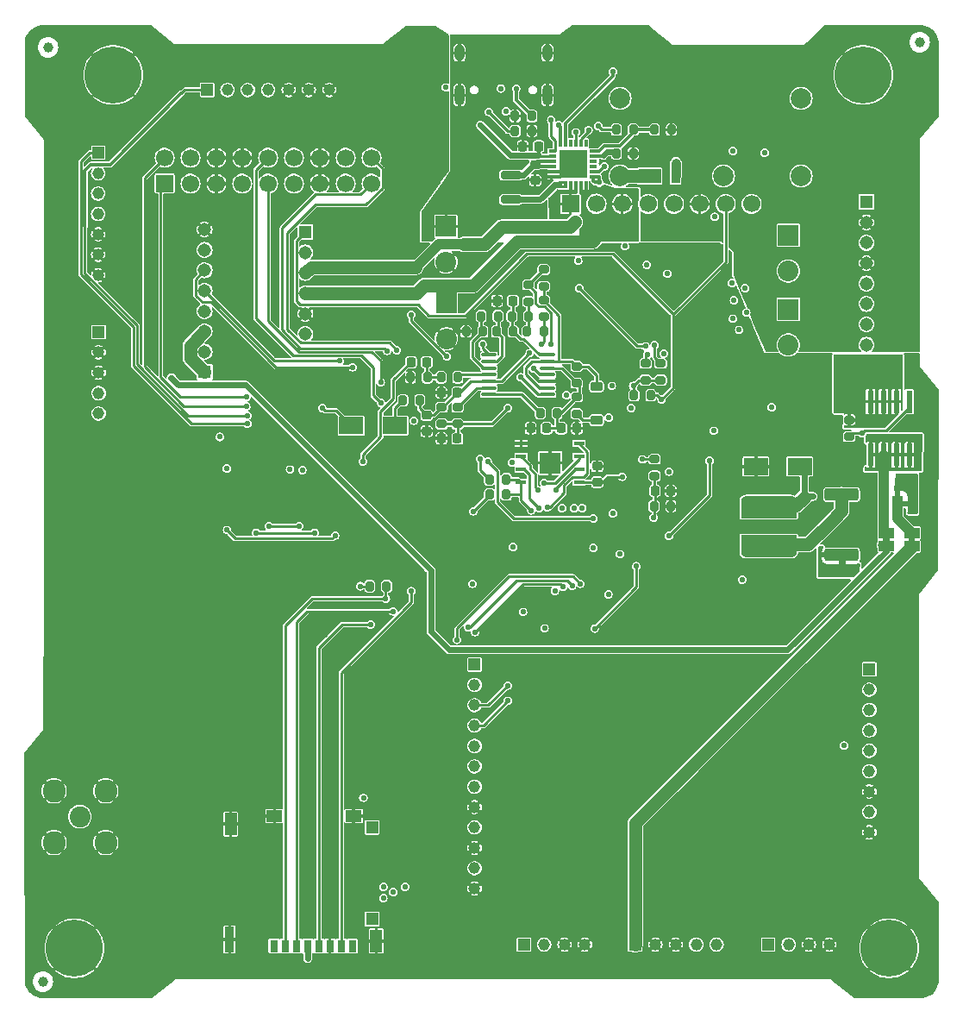
<source format=gbl>
%TF.GenerationSoftware,KiCad,Pcbnew,9.0.1*%
%TF.CreationDate,2025-04-05T21:23:24-07:00*%
%TF.ProjectId,mainboard,6d61696e-626f-4617-9264-2e6b69636164,6.4*%
%TF.SameCoordinates,Original*%
%TF.FileFunction,Copper,L4,Bot*%
%TF.FilePolarity,Positive*%
%FSLAX46Y46*%
G04 Gerber Fmt 4.6, Leading zero omitted, Abs format (unit mm)*
G04 Created by KiCad (PCBNEW 9.0.1) date 2025-04-05 21:23:24*
%MOMM*%
%LPD*%
G01*
G04 APERTURE LIST*
G04 Aperture macros list*
%AMRoundRect*
0 Rectangle with rounded corners*
0 $1 Rounding radius*
0 $2 $3 $4 $5 $6 $7 $8 $9 X,Y pos of 4 corners*
0 Add a 4 corners polygon primitive as box body*
4,1,4,$2,$3,$4,$5,$6,$7,$8,$9,$2,$3,0*
0 Add four circle primitives for the rounded corners*
1,1,$1+$1,$2,$3*
1,1,$1+$1,$4,$5*
1,1,$1+$1,$6,$7*
1,1,$1+$1,$8,$9*
0 Add four rect primitives between the rounded corners*
20,1,$1+$1,$2,$3,$4,$5,0*
20,1,$1+$1,$4,$5,$6,$7,0*
20,1,$1+$1,$6,$7,$8,$9,0*
20,1,$1+$1,$8,$9,$2,$3,0*%
%AMFreePoly0*
4,1,17,-1.075000,2.212500,-1.059717,2.339761,-1.006018,2.475934,-0.917570,2.592570,-0.800934,2.681018,-0.664761,2.734717,-0.537500,2.750000,1.075000,2.750000,1.075000,-2.750000,-0.537500,-2.750000,-0.664761,-2.734717,-0.800934,-2.681018,-0.917570,-2.592570,-1.006018,-2.475934,-1.059717,-2.339761,-1.075000,-2.212500,-1.075000,2.212500,-1.075000,2.212500,$1*%
%AMFreePoly1*
4,1,17,-1.075000,2.750000,0.537500,2.750000,0.664761,2.734717,0.800934,2.681018,0.917570,2.592570,1.006018,2.475934,1.059717,2.339761,1.075000,2.212500,1.075000,-2.212500,1.059717,-2.339761,1.006018,-2.475934,0.917570,-2.592570,0.800934,-2.681018,0.664761,-2.734717,0.537500,-2.750000,-1.075000,-2.750000,-1.075000,2.750000,-1.075000,2.750000,$1*%
G04 Aperture macros list end*
%TA.AperFunction,EtchedComponent*%
%ADD10C,0.000000*%
%TD*%
%TA.AperFunction,ComponentPad*%
%ADD11C,5.600000*%
%TD*%
%TA.AperFunction,ComponentPad*%
%ADD12C,2.006600*%
%TD*%
%TA.AperFunction,ComponentPad*%
%ADD13C,2.050000*%
%TD*%
%TA.AperFunction,ComponentPad*%
%ADD14C,2.250000*%
%TD*%
%TA.AperFunction,ComponentPad*%
%ADD15R,2.032000X2.032000*%
%TD*%
%TA.AperFunction,ComponentPad*%
%ADD16C,2.032000*%
%TD*%
%TA.AperFunction,ComponentPad*%
%ADD17O,1.000000X2.100000*%
%TD*%
%TA.AperFunction,ComponentPad*%
%ADD18O,1.000000X1.600000*%
%TD*%
%TA.AperFunction,ComponentPad*%
%ADD19C,0.600000*%
%TD*%
%TA.AperFunction,ComponentPad*%
%ADD20R,1.150000X1.150000*%
%TD*%
%TA.AperFunction,ComponentPad*%
%ADD21C,1.150000*%
%TD*%
%TA.AperFunction,ComponentPad*%
%ADD22R,1.308000X1.308000*%
%TD*%
%TA.AperFunction,ComponentPad*%
%ADD23C,1.308000*%
%TD*%
%TA.AperFunction,SMDPad,CuDef*%
%ADD24R,0.800000X1.240000*%
%TD*%
%TA.AperFunction,SMDPad,CuDef*%
%ADD25R,1.160000X1.200000*%
%TD*%
%TA.AperFunction,SMDPad,CuDef*%
%ADD26R,0.950000X2.500000*%
%TD*%
%TA.AperFunction,SMDPad,CuDef*%
%ADD27R,1.150000X2.200000*%
%TD*%
%TA.AperFunction,SMDPad,CuDef*%
%ADD28R,1.500000X1.150000*%
%TD*%
%TA.AperFunction,SMDPad,CuDef*%
%ADD29R,1.160000X1.250000*%
%TD*%
%TA.AperFunction,SMDPad,CuDef*%
%ADD30C,1.000000*%
%TD*%
%TA.AperFunction,SMDPad,CuDef*%
%ADD31RoundRect,0.200000X-0.200000X-0.275000X0.200000X-0.275000X0.200000X0.275000X-0.200000X0.275000X0*%
%TD*%
%TA.AperFunction,SMDPad,CuDef*%
%ADD32R,0.300000X0.800000*%
%TD*%
%TA.AperFunction,SMDPad,CuDef*%
%ADD33R,0.800000X0.300000*%
%TD*%
%TA.AperFunction,SMDPad,CuDef*%
%ADD34R,2.800000X2.800000*%
%TD*%
%TA.AperFunction,SMDPad,CuDef*%
%ADD35RoundRect,0.200000X0.200000X0.275000X-0.200000X0.275000X-0.200000X-0.275000X0.200000X-0.275000X0*%
%TD*%
%TA.AperFunction,SMDPad,CuDef*%
%ADD36RoundRect,0.225000X0.250000X-0.225000X0.250000X0.225000X-0.250000X0.225000X-0.250000X-0.225000X0*%
%TD*%
%TA.AperFunction,SMDPad,CuDef*%
%ADD37RoundRect,0.177600X-0.822400X0.222400X-0.822400X-0.222400X0.822400X-0.222400X0.822400X0.222400X0*%
%TD*%
%TA.AperFunction,SMDPad,CuDef*%
%ADD38R,0.900000X1.400000*%
%TD*%
%TA.AperFunction,SMDPad,CuDef*%
%ADD39R,2.200000X1.400000*%
%TD*%
%TA.AperFunction,ComponentPad*%
%ADD40R,1.700000X1.700000*%
%TD*%
%TA.AperFunction,ComponentPad*%
%ADD41C,1.700000*%
%TD*%
%TA.AperFunction,SMDPad,CuDef*%
%ADD42RoundRect,0.200000X0.275000X-0.200000X0.275000X0.200000X-0.275000X0.200000X-0.275000X-0.200000X0*%
%TD*%
%TA.AperFunction,SMDPad,CuDef*%
%ADD43R,1.500000X1.000000*%
%TD*%
%TA.AperFunction,SMDPad,CuDef*%
%ADD44RoundRect,0.225000X-0.225000X-0.250000X0.225000X-0.250000X0.225000X0.250000X-0.225000X0.250000X0*%
%TD*%
%TA.AperFunction,SMDPad,CuDef*%
%ADD45RoundRect,0.200000X-0.275000X0.200000X-0.275000X-0.200000X0.275000X-0.200000X0.275000X0.200000X0*%
%TD*%
%TA.AperFunction,SMDPad,CuDef*%
%ADD46RoundRect,0.225000X0.225000X0.250000X-0.225000X0.250000X-0.225000X-0.250000X0.225000X-0.250000X0*%
%TD*%
%TA.AperFunction,SMDPad,CuDef*%
%ADD47FreePoly0,270.000000*%
%TD*%
%TA.AperFunction,SMDPad,CuDef*%
%ADD48FreePoly1,270.000000*%
%TD*%
%TA.AperFunction,SMDPad,CuDef*%
%ADD49R,2.350000X1.700000*%
%TD*%
%TA.AperFunction,SMDPad,CuDef*%
%ADD50R,0.609600X2.209800*%
%TD*%
%TA.AperFunction,SMDPad,CuDef*%
%ADD51RoundRect,0.250000X-1.425000X0.362500X-1.425000X-0.362500X1.425000X-0.362500X1.425000X0.362500X0*%
%TD*%
%TA.AperFunction,SMDPad,CuDef*%
%ADD52RoundRect,0.100000X-0.637500X-0.100000X0.637500X-0.100000X0.637500X0.100000X-0.637500X0.100000X0*%
%TD*%
%TA.AperFunction,SMDPad,CuDef*%
%ADD53R,1.050000X0.450000*%
%TD*%
%TA.AperFunction,SMDPad,CuDef*%
%ADD54R,2.100000X2.100000*%
%TD*%
%TA.AperFunction,SMDPad,CuDef*%
%ADD55R,1.000000X1.500000*%
%TD*%
%TA.AperFunction,SMDPad,CuDef*%
%ADD56RoundRect,0.225000X-0.250000X0.225000X-0.250000X-0.225000X0.250000X-0.225000X0.250000X0.225000X0*%
%TD*%
%TA.AperFunction,SMDPad,CuDef*%
%ADD57RoundRect,0.225000X-0.375000X0.225000X-0.375000X-0.225000X0.375000X-0.225000X0.375000X0.225000X0*%
%TD*%
%TA.AperFunction,ViaPad*%
%ADD58C,0.600000*%
%TD*%
%TA.AperFunction,ViaPad*%
%ADD59C,0.584200*%
%TD*%
%TA.AperFunction,ViaPad*%
%ADD60C,1.168400*%
%TD*%
%TA.AperFunction,Conductor*%
%ADD61C,0.234950*%
%TD*%
%TA.AperFunction,Conductor*%
%ADD62C,0.271780*%
%TD*%
%TA.AperFunction,Conductor*%
%ADD63C,0.609600*%
%TD*%
%TA.AperFunction,Conductor*%
%ADD64C,1.270000*%
%TD*%
%TA.AperFunction,Conductor*%
%ADD65C,0.279400*%
%TD*%
%TA.AperFunction,Conductor*%
%ADD66C,0.300000*%
%TD*%
%TA.AperFunction,Conductor*%
%ADD67C,0.337947*%
%TD*%
%TA.AperFunction,Conductor*%
%ADD68C,1.000000*%
%TD*%
%TA.AperFunction,Conductor*%
%ADD69C,0.889000*%
%TD*%
G04 APERTURE END LIST*
D10*
%TA.AperFunction,EtchedComponent*%
%TO.C,JP3*%
G36*
X183450000Y-103400000D02*
G01*
X182850000Y-103400000D01*
X182850000Y-102900000D01*
X183450000Y-102900000D01*
X183450000Y-103400000D01*
G37*
%TD.AperFunction*%
%TA.AperFunction,EtchedComponent*%
%TO.C,JP2*%
G36*
X185950000Y-103425000D02*
G01*
X185350000Y-103425000D01*
X185350000Y-102925000D01*
X185950000Y-102925000D01*
X185950000Y-103425000D01*
G37*
%TD.AperFunction*%
%TD*%
D11*
%TO.P,H1,1,1*%
%TO.N,GND*%
X107236100Y-57564100D03*
%TD*%
%TO.P,H2,1,1*%
%TO.N,GND*%
X103426100Y-143294100D03*
%TD*%
%TO.P,H3,1,1*%
%TO.N,GND*%
X183426100Y-143294100D03*
%TD*%
%TO.P,H4,1,1*%
%TO.N,GND*%
X180896100Y-57564100D03*
%TD*%
D12*
%TO.P,U16,1,A1*%
%TO.N,VBATT*%
X157000000Y-67500000D03*
%TO.P,U16,5,A2*%
%TO.N,Net-(Q6-C)*%
X157000000Y-59880000D03*
%TO.P,U16,11,11*%
%TO.N,/Burn Wires/VBURN_A_IN*%
X167160000Y-67500000D03*
%TO.P,U16,12,12*%
%TO.N,GND*%
X174780000Y-59880000D03*
%TO.P,U16,14,14*%
%TO.N,VBATT*%
X174780000Y-67500000D03*
%TD*%
D13*
%TO.P,J7,1,In*%
%TO.N,/RF/RF1_ANT*%
X103949500Y-130365500D03*
D14*
%TO.P,J7,2,Ext*%
%TO.N,GND*%
X106489500Y-127825500D03*
X101409500Y-127825500D03*
X106489500Y-132905500D03*
X101409500Y-132905500D03*
%TD*%
D15*
%TO.P,J16,1,Pin_1*%
%TO.N,VCHRG*%
X173532800Y-80572200D03*
D16*
%TO.P,J16,2,Pin_2*%
%TO.N,VBATT_SENSE*%
X173532800Y-84072200D03*
%TD*%
D15*
%TO.P,J18,1,Pin_1*%
%TO.N,GNDREF*%
X139954000Y-79959200D03*
D16*
%TO.P,J18,2,Pin_2*%
%TO.N,GND*%
X139954000Y-83459200D03*
%TD*%
D17*
%TO.P,J13,S1,SHIELD*%
%TO.N,GNDREF*%
X149872000Y-59553000D03*
D18*
X149872000Y-55413000D03*
D17*
X141232000Y-59553000D03*
D18*
X141232000Y-55413000D03*
%TD*%
D15*
%TO.P,J8,1,Pin_1*%
%TO.N,GNDREF*%
X139903200Y-72440800D03*
D16*
%TO.P,J8,2,Pin_2*%
%TO.N,GND*%
X139903200Y-75940800D03*
%TD*%
D15*
%TO.P,J9,1,Pin_1*%
%TO.N,VCHRG*%
X173532800Y-73307800D03*
D16*
%TO.P,J9,2,Pin_2*%
%TO.N,VBATT_SENSE*%
X173532800Y-76807800D03*
%TD*%
D19*
%TO.P,U2,81,GND*%
%TO.N,GND*%
X149326667Y-103010000D03*
X149326667Y-104143333D03*
X149326667Y-105276666D03*
X150460000Y-103010000D03*
X150460000Y-104143333D03*
X150460000Y-105276666D03*
X151593333Y-103010000D03*
X151593333Y-104143333D03*
X151593333Y-105276666D03*
%TD*%
D20*
%TO.P,J12,1,Pin_1*%
%TO.N,BURN_A*%
X158484001Y-142920000D03*
D21*
%TO.P,J12,2,Pin_2*%
%TO.N,GND*%
X160484002Y-142920000D03*
%TO.P,J12,3,Pin_3*%
X162484001Y-142920000D03*
%TO.P,J12,4,Pin_4*%
%TO.N,VSOLAR*%
X164484002Y-142920000D03*
%TO.P,J12,5,Pin_5*%
X166484000Y-142920000D03*
%TD*%
D20*
%TO.P,J15,1,Pin_1*%
%TO.N,BURN_B*%
X105800000Y-82799999D03*
D21*
%TO.P,J15,2,Pin_2*%
%TO.N,GND*%
X105800000Y-84800000D03*
%TO.P,J15,3,Pin_3*%
X105800000Y-86799999D03*
%TO.P,J15,4,Pin_4*%
%TO.N,VSOLAR*%
X105800000Y-88800000D03*
%TO.P,J15,5,Pin_5*%
X105800000Y-90799998D03*
%TD*%
D22*
%TO.P,J3,1,Pin_1*%
%TO.N,VCHRG*%
X181200000Y-70050001D03*
D23*
%TO.P,J3,2,Pin_2*%
%TO.N,GNDREF*%
X181200000Y-72050002D03*
%TO.P,J3,3,Pin_3*%
%TO.N,VCHRG*%
X181200000Y-74050001D03*
%TO.P,J3,4,Pin_4*%
%TO.N,GNDREF*%
X181200000Y-76050002D03*
%TO.P,J3,5,Pin_5*%
%TO.N,BAT_HEATER_A*%
X181200000Y-78050000D03*
%TO.P,J3,6,Pin_6*%
%TO.N,SENSE_THERM_A*%
X181200000Y-80050001D03*
%TO.P,J3,7,Pin_7*%
%TO.N,3.3V*%
X181200000Y-82050000D03*
%TO.P,J3,8,Pin_8*%
%TO.N,GND*%
X181200000Y-84050001D03*
%TD*%
D20*
%TO.P,J5,1,Pin_1*%
%TO.N,ADCS_POR*%
X142720000Y-115430000D03*
D21*
%TO.P,J5,2,Pin_2*%
%TO.N,ADCS_EN_LP*%
X142720000Y-117430001D03*
%TO.P,J5,3,Pin_3*%
%TO.N,ADCS_EN*%
X142720000Y-119430000D03*
%TO.P,J5,4,Pin_4*%
%TO.N,ADCS_PGOOD*%
X142720000Y-121430001D03*
%TO.P,J5,5,Pin_5*%
%TO.N,ADCS_Tx*%
X142720000Y-123429999D03*
%TO.P,J5,6,Pin_6*%
%TO.N,ADCS_Rx*%
X142720000Y-125430000D03*
%TO.P,J5,7,Pin_7*%
%TO.N,VBATT*%
X142720000Y-127429999D03*
%TO.P,J5,8,Pin_8*%
%TO.N,GND*%
X142720000Y-129430000D03*
%TO.P,J5,9,Pin_9*%
%TO.N,VBATT*%
X142720000Y-131430001D03*
%TO.P,J5,10,Pin_10*%
%TO.N,GND*%
X142720000Y-133430000D03*
%TO.P,J5,11,Pin_11*%
%TO.N,VBATT*%
X142720000Y-135430000D03*
%TO.P,J5,12,Pin_12*%
%TO.N,GND*%
X142720000Y-137430000D03*
%TD*%
D20*
%TO.P,J10,1,Pin_1*%
%TO.N,VSOLAR*%
X147550000Y-142920000D03*
D21*
%TO.P,J10,2,Pin_2*%
X149550000Y-142920000D03*
%TO.P,J10,3,Pin_3*%
%TO.N,GND*%
X151550000Y-142920000D03*
%TO.P,J10,4,Pin_4*%
X153550000Y-142920000D03*
%TD*%
D22*
%TO.P,J19,1,Pin_1*%
%TO.N,RBF_DETECT*%
X126100000Y-73000000D03*
D23*
%TO.P,J19,2,Pin_2*%
%TO.N,VBATT*%
X126100000Y-75000000D03*
%TO.P,J19,3,Pin_3*%
%TO.N,VCHRG*%
X126100000Y-77000000D03*
%TO.P,J19,4,Pin_4*%
%TO.N,/Power/VUSB_BAT*%
X126100000Y-79000000D03*
%TO.P,J19,5,Pin_5*%
%TO.N,GND*%
X126100000Y-81000000D03*
%TO.P,J19,6,Pin_6*%
%TO.N,GNDREF*%
X126100000Y-83000000D03*
%TD*%
D22*
%TO.P,J4,1,Pin_1*%
%TO.N,VCHRG*%
X116205000Y-86739999D03*
D23*
%TO.P,J4,2,Pin_2*%
%TO.N,GNDREF*%
X116205000Y-84739998D03*
%TO.P,J4,3,Pin_3*%
%TO.N,VCHRG*%
X116205000Y-82739999D03*
%TO.P,J4,4,Pin_4*%
%TO.N,GNDREF*%
X116205000Y-80739998D03*
%TO.P,J4,5,Pin_5*%
%TO.N,BAT_HEATER_B*%
X116205000Y-78740000D03*
%TO.P,J4,6,Pin_6*%
%TO.N,SENSE_THERM_B*%
X116205000Y-76739999D03*
%TO.P,J4,7,Pin_7*%
%TO.N,3.3V*%
X116205000Y-74740000D03*
%TO.P,J4,8,Pin_8*%
%TO.N,GND*%
X116205000Y-72739999D03*
%TD*%
D20*
%TO.P,J20,1,Pin_1*%
%TO.N,SideDeplyDetectA*%
X105750000Y-65214001D03*
D21*
%TO.P,J20,2,Pin_2*%
%TO.N,/Connectors/VSOLAR_DEPL1*%
X105750000Y-67214002D03*
%TO.P,J20,3,Pin_3*%
X105750000Y-69214001D03*
%TO.P,J20,4,Pin_4*%
X105750000Y-71214002D03*
%TO.P,J20,5,Pin_5*%
%TO.N,GND*%
X105750000Y-73214000D03*
%TO.P,J20,6,Pin_6*%
X105750000Y-75214001D03*
%TO.P,J20,7,Pin_7*%
X105750000Y-77214000D03*
%TD*%
D20*
%TO.P,J17,1,Pin_1*%
%TO.N,VSOLAR*%
X171550000Y-142920000D03*
D21*
%TO.P,J17,2,Pin_2*%
X173550000Y-142920000D03*
%TO.P,J17,3,Pin_3*%
%TO.N,GND*%
X175550000Y-142920000D03*
%TO.P,J17,4,Pin_4*%
X177550000Y-142920000D03*
%TD*%
D20*
%TO.P,J21,1,Pin_1*%
%TO.N,SideDeplyDetectB*%
X116450001Y-59050000D03*
D21*
%TO.P,J21,2,Pin_2*%
%TO.N,/Connectors/VSOLAR_DEPL2*%
X118450002Y-59050000D03*
%TO.P,J21,3,Pin_3*%
X120450001Y-59050000D03*
%TO.P,J21,4,Pin_4*%
X122450002Y-59050000D03*
%TO.P,J21,5,Pin_5*%
%TO.N,GND*%
X124450000Y-59050000D03*
%TO.P,J21,6,Pin_6*%
X126450001Y-59050000D03*
%TO.P,J21,7,Pin_7*%
X128450000Y-59050000D03*
%TD*%
D20*
%TO.P,J6,1,Pin_1*%
%TO.N,RPI_UART_FROM_PI*%
X181491000Y-115900000D03*
D21*
%TO.P,J6,2,Pin_2*%
%TO.N,RPI_UART_TO_PI*%
X181491000Y-117900001D03*
%TO.P,J6,3,Pin_3*%
%TO.N,RPI_ENAB*%
X181491000Y-119900000D03*
%TO.P,J6,4,Pin_4*%
%TO.N,RPI_RST*%
X181491000Y-121900001D03*
%TO.P,J6,5,Pin_5*%
%TO.N,RPI_TEMP*%
X181491000Y-123899999D03*
%TO.P,J6,6,Pin_6*%
%TO.N,3.3V*%
X181491000Y-125900000D03*
%TO.P,J6,7,Pin_7*%
%TO.N,GND*%
X181491000Y-127899999D03*
%TO.P,J6,8,Pin_8*%
%TO.N,VBATT*%
X181491000Y-129900000D03*
%TO.P,J6,9,Pin_9*%
%TO.N,GND*%
X181491000Y-131900001D03*
%TD*%
D24*
%TO.P,J1,1,DATA2*%
%TO.N,unconnected-(J1-DATA2-Pad1)*%
X123010000Y-143055000D03*
%TO.P,J1,2,CD/DAT3*%
%TO.N,SD_CS*%
X124110000Y-143055000D03*
%TO.P,J1,3,CMD*%
%TO.N,SD_MOSI*%
X125210000Y-143055000D03*
%TO.P,J1,4,VDD*%
%TO.N,3.3V*%
X126310000Y-143055000D03*
%TO.P,J1,5,CLK*%
%TO.N,SD_SCK*%
X127410000Y-143055000D03*
%TO.P,J1,6,VSS*%
%TO.N,GND*%
X128510000Y-143055000D03*
%TO.P,J1,7,DAT0*%
%TO.N,SD_MISO*%
X129610000Y-143055000D03*
%TO.P,J1,8,DAT1*%
%TO.N,unconnected-(J1-DAT1-Pad8)*%
X130710000Y-143055000D03*
D25*
%TO.P,J1,DT,DETECT*%
%TO.N,unconnected-(J1-DETECT-PadDT)*%
X132650000Y-131425000D03*
D26*
%TO.P,J1,P1,SHIELD*%
%TO.N,GND*%
X118665000Y-142425000D03*
D27*
%TO.P,J1,P2,SHIELD*%
X133055000Y-142575000D03*
%TO.P,J1,P3,SHIELD*%
X118765000Y-131095000D03*
D28*
%TO.P,J1,P4,SHIELD*%
X123070000Y-130300000D03*
%TO.P,J1,P5,SHIELD*%
X130850000Y-130300000D03*
D29*
%TO.P,J1,SW,SWITCH*%
%TO.N,unconnected-(J1-SWITCH-PadSW)*%
X132650000Y-140425000D03*
%TD*%
D30*
%TO.P,REF1B,*%
%TO.N,*%
X186436000Y-54356000D03*
%TD*%
D31*
%TO.P,R40,1*%
%TO.N,GNDREF*%
X146700000Y-61604600D03*
%TO.P,R40,2*%
%TO.N,USB_CC1*%
X148350000Y-61604600D03*
%TD*%
D32*
%TO.P,U17,1,D-*%
%TO.N,USB_D-*%
X151150000Y-64294000D03*
%TO.P,U17,2,STAT*%
%TO.N,STAT*%
X151650000Y-64294000D03*
%TO.P,U17,3,~{CE}*%
%TO.N,unconnected-(U17-~{CE}-Pad3)*%
X152150000Y-64294000D03*
%TO.P,U17,4,SDA*%
%TO.N,SDA_PWR2*%
X152650000Y-64294000D03*
%TO.P,U17,5,SCL*%
%TO.N,SCL_PWR2*%
X153150000Y-64294000D03*
%TO.P,U17,6,~{INT}*%
%TO.N,unconnected-(U17-~{INT}-Pad6)*%
X153650000Y-64294000D03*
D33*
%TO.P,U17,7,TS*%
%TO.N,Net-(U17-TS)*%
X154400000Y-65044000D03*
%TO.P,U17,8,ILIM*%
%TO.N,Net-(U17-ILIM)*%
X154400000Y-65544000D03*
%TO.P,U17,9,~{PG}*%
%TO.N,unconnected-(U17-~{PG}-Pad9)*%
X154400000Y-66044000D03*
%TO.P,U17,10,NC*%
%TO.N,unconnected-(U17-NC-Pad10)*%
X154400000Y-66544000D03*
%TO.P,U17,11,REGN*%
%TO.N,/Power/REGN*%
X154400000Y-67044000D03*
%TO.P,U17,12,BTST*%
%TO.N,Net-(U17-BTST)*%
X154400000Y-67544000D03*
D32*
%TO.P,U17,13,BAT_1*%
%TO.N,/Power/VUSB_BAT*%
X153650000Y-68294000D03*
%TO.P,U17,14,BAT_2*%
X153150000Y-68294000D03*
%TO.P,U17,15,SYS_1*%
%TO.N,/Power/VUSB_SYS*%
X152650000Y-68294000D03*
%TO.P,U17,16,SYS_2*%
X152150000Y-68294000D03*
%TO.P,U17,17,SW_1*%
%TO.N,Net-(U17-SW_1)*%
X151650000Y-68294000D03*
%TO.P,U17,18,SW_2*%
X151150000Y-68294000D03*
D33*
%TO.P,U17,19,GND_1*%
%TO.N,GNDREF*%
X150400000Y-67544000D03*
%TO.P,U17,20,GND_2*%
X150400000Y-67044000D03*
%TO.P,U17,21,PMID_1*%
%TO.N,Net-(U17-PMID_1)*%
X150400000Y-66544000D03*
%TO.P,U17,22,PMID_2*%
X150400000Y-66044000D03*
%TO.P,U17,23,VBUS*%
%TO.N,VBUS_IN*%
X150400000Y-65544000D03*
%TO.P,U17,24,D+*%
%TO.N,USB_D+*%
X150400000Y-65044000D03*
D34*
%TO.P,U17,25,EP*%
%TO.N,GNDREF*%
X152400000Y-66294000D03*
%TD*%
D35*
%TO.P,R36,1*%
%TO.N,GNDREF*%
X158305000Y-65278000D03*
%TO.P,R36,2*%
%TO.N,Net-(U17-ILIM)*%
X156655000Y-65278000D03*
%TD*%
D36*
%TO.P,C35,1*%
%TO.N,GNDREF*%
X148666200Y-67900000D03*
%TO.P,C35,2*%
%TO.N,Net-(U17-PMID_1)*%
X148666200Y-66350000D03*
%TD*%
D35*
%TO.P,R35,1*%
%TO.N,GNDREF*%
X162038800Y-62941200D03*
%TO.P,R35,2*%
%TO.N,Net-(U17-TS)*%
X160388800Y-62941200D03*
%TD*%
D31*
%TO.P,R34,1*%
%TO.N,VBUS_IN*%
X156655000Y-62941200D03*
%TO.P,R34,2*%
%TO.N,Net-(U17-TS)*%
X158305000Y-62941200D03*
%TD*%
D35*
%TO.P,R39,1*%
%TO.N,GNDREF*%
X148350000Y-63075000D03*
%TO.P,R39,2*%
%TO.N,USB_CC2*%
X146700000Y-63075000D03*
%TD*%
D37*
%TO.P,L4,1,1*%
%TO.N,Net-(U17-PMID_1)*%
X146300000Y-67400000D03*
%TO.P,L4,2,2*%
%TO.N,Net-(U17-SW_1)*%
X146300000Y-69800000D03*
%TD*%
D38*
%TO.P,D4,A,A*%
%TO.N,Net-(Q6-C)*%
X162461000Y-67500500D03*
D39*
%TO.P,D4,C,C*%
%TO.N,VBATT*%
X159911000Y-67500500D03*
%TD*%
D40*
%TO.P,J14,1,Pin_1*%
%TO.N,/Power/VUSB_SYS*%
X152146000Y-70231000D03*
D41*
%TO.P,J14,2,Pin_2*%
%TO.N,VBATT*%
X154686000Y-70231000D03*
%TO.P,J14,3,Pin_3*%
%TO.N,/Power/VUSB_BAT*%
X157226000Y-70231000D03*
%TO.P,J14,4,Pin_4*%
%TO.N,VCHRG*%
X159766000Y-70231000D03*
%TO.P,J14,5,Pin_5*%
%TO.N,GND*%
X162306000Y-70231000D03*
%TO.P,J14,6,Pin_6*%
%TO.N,GNDREF*%
X164846000Y-70231000D03*
%TO.P,J14,7,Pin_7*%
%TO.N,RBF_DETECT*%
X167386000Y-70231000D03*
%TO.P,J14,8,Pin_8*%
%TO.N,GND*%
X169926000Y-70231000D03*
%TD*%
D35*
%TO.P,R51,1*%
%TO.N,SD_CS*%
X134075000Y-107750000D03*
%TO.P,R51,2*%
%TO.N,3.3V*%
X132425000Y-107750000D03*
%TD*%
D42*
%TO.P,R73,1*%
%TO.N,3.3V*%
X161000000Y-87525000D03*
%TO.P,R73,2*%
%TO.N,SDA_PWR2*%
X161000000Y-85875000D03*
%TD*%
D30*
%TO.P,REF2B,*%
%TO.N,*%
X100838000Y-54864000D03*
%TD*%
D42*
%TO.P,R74,1*%
%TO.N,3.3V*%
X159500000Y-87525000D03*
%TO.P,R74,2*%
%TO.N,SCL_PWR2*%
X159500000Y-85875000D03*
%TD*%
%TO.P,R64,1*%
%TO.N,/Watchdog/WD_integrate*%
X152750000Y-87825000D03*
%TO.P,R64,2*%
%TO.N,Net-(D6-K)*%
X152750000Y-86175000D03*
%TD*%
D31*
%TO.P,R63,1*%
%TO.N,Net-(R63-Pad1)*%
X149175000Y-90750000D03*
%TO.P,R63,2*%
%TO.N,/Watchdog/WD_integrate*%
X150825000Y-90750000D03*
%TD*%
D35*
%TO.P,R76,1*%
%TO.N,/Watchdog/WD_Vcc*%
X149525000Y-82750000D03*
%TO.P,R76,2*%
%TO.N,/Watchdog/ref4*%
X147875000Y-82750000D03*
%TD*%
%TO.P,R78,1*%
%TO.N,/Watchdog/ref3*%
X146525000Y-82750000D03*
%TO.P,R78,2*%
%TO.N,/Watchdog/ref2*%
X144875000Y-82750000D03*
%TD*%
D42*
%TO.P,R60,1*%
%TO.N,Net-(Q10-Gate)*%
X179500000Y-93075000D03*
%TO.P,R60,2*%
%TO.N,/Burn Wires/VBURN_A_IN*%
X179500000Y-91425000D03*
%TD*%
D43*
%TO.P,JP3,1,A*%
%TO.N,/Burn Wires/BURN_BOUT*%
X183150000Y-102500000D03*
%TO.P,JP3,2,B*%
%TO.N,BURN_B*%
X183150000Y-103800000D03*
%TD*%
D35*
%TO.P,R80,1*%
%TO.N,/Watchdog/ref1*%
X143525000Y-82750000D03*
%TO.P,R80,2*%
%TO.N,GND*%
X141875000Y-82750000D03*
%TD*%
D44*
%TO.P,C54,1*%
%TO.N,GND*%
X144925000Y-79750000D03*
%TO.P,C54,2*%
%TO.N,/Watchdog/ref3*%
X146475000Y-79750000D03*
%TD*%
D31*
%TO.P,R4,1*%
%TO.N,Net-(SW2-P)*%
X144175000Y-97250000D03*
%TO.P,R4,2*%
%TO.N,/Avionics/FLASH_CS*%
X145825000Y-97250000D03*
%TD*%
D45*
%TO.P,R75,1*%
%TO.N,Net-(D6-K)*%
X149500000Y-79675000D03*
%TO.P,R75,2*%
%TO.N,/Watchdog/WD_Vcc*%
X149500000Y-81325000D03*
%TD*%
%TO.P,R1,1*%
%TO.N,VBATT*%
X160400000Y-95275000D03*
%TO.P,R1,2*%
%TO.N,/Avionics/BATTERY*%
X160400000Y-96925000D03*
%TD*%
%TO.P,R56,1*%
%TO.N,Net-(R56-Pad1)*%
X141045000Y-90175000D03*
%TO.P,R56,2*%
%TO.N,Net-(U7B-+)*%
X141045000Y-91825000D03*
%TD*%
D35*
%TO.P,R2,1*%
%TO.N,GND*%
X161990000Y-99900000D03*
%TO.P,R2,2*%
%TO.N,/Avionics/BATTERY*%
X160340000Y-99900000D03*
%TD*%
D44*
%TO.P,C42,1*%
%TO.N,GND*%
X148225000Y-92250000D03*
%TO.P,C42,2*%
%TO.N,/Watchdog/WD_integrate*%
X149775000Y-92250000D03*
%TD*%
D31*
%TO.P,R22,1*%
%TO.N,3.3V*%
X158375000Y-89000000D03*
%TO.P,R22,2*%
%TO.N,RBF_DETECT*%
X160025000Y-89000000D03*
%TD*%
D46*
%TO.P,C51,1*%
%TO.N,GND*%
X152775000Y-92250000D03*
%TO.P,C51,2*%
%TO.N,/Watchdog/WD_integrate*%
X151225000Y-92250000D03*
%TD*%
D44*
%TO.P,C30,1*%
%TO.N,Net-(C30-Pad1)*%
X136475000Y-85750000D03*
%TO.P,C30,2*%
%TO.N,Net-(C30-Pad2)*%
X138025000Y-85750000D03*
%TD*%
D31*
%TO.P,R81,1*%
%TO.N,Net-(D7-K)*%
X135675000Y-89500000D03*
%TO.P,R81,2*%
%TO.N,/Watchdog/WD_Vcc*%
X137325000Y-89500000D03*
%TD*%
D44*
%TO.P,C52,1*%
%TO.N,GND*%
X139475000Y-88750000D03*
%TO.P,C52,2*%
%TO.N,/Watchdog/WD_Vcc*%
X141025000Y-88750000D03*
%TD*%
D47*
%TO.P,L3,1,1*%
%TO.N,Net-(D3-K)*%
X171600000Y-99975000D03*
D48*
%TO.P,L3,2,2*%
%TO.N,Net-(U6-SENSE)*%
X171600000Y-103825000D03*
%TD*%
D31*
%TO.P,R54,1*%
%TO.N,GND*%
X136425000Y-87250000D03*
%TO.P,R54,2*%
%TO.N,Net-(C30-Pad2)*%
X138075000Y-87250000D03*
%TD*%
D43*
%TO.P,JP2,1,A*%
%TO.N,/Burn Wires/BURN_AOUT*%
X185650000Y-102525000D03*
%TO.P,JP2,2,B*%
%TO.N,BURN_A*%
X185650000Y-103825000D03*
%TD*%
D30*
%TO.P,REF3B,*%
%TO.N,*%
X100330000Y-146558000D03*
%TD*%
D49*
%TO.P,D3,1,K*%
%TO.N,Net-(D3-K)*%
X174650000Y-96012000D03*
%TO.P,D3,2,A*%
%TO.N,GND*%
X170350000Y-96012000D03*
%TD*%
D42*
%TO.P,R62,1*%
%TO.N,Net-(U7B-+)*%
X139500000Y-91825000D03*
%TO.P,R62,2*%
%TO.N,/Watchdog/WD_Vcc*%
X139500000Y-90175000D03*
%TD*%
D31*
%TO.P,R53,1*%
%TO.N,Net-(C30-Pad2)*%
X139425000Y-87250000D03*
%TO.P,R53,2*%
%TO.N,Net-(U7A--)*%
X141075000Y-87250000D03*
%TD*%
D44*
%TO.P,C41,1*%
%TO.N,GND*%
X139475000Y-93250000D03*
%TO.P,C41,2*%
%TO.N,Net-(U7B-+)*%
X141025000Y-93250000D03*
%TD*%
D35*
%TO.P,R79,1*%
%TO.N,/Watchdog/ref2*%
X145025000Y-81250000D03*
%TO.P,R79,2*%
%TO.N,/Watchdog/ref1*%
X143375000Y-81250000D03*
%TD*%
D50*
%TO.P,Q10,1,Source*%
%TO.N,/Burn Wires/VBURN_A_IN*%
X181595000Y-89633800D03*
%TO.P,Q10,2,Source*%
X182865000Y-89633800D03*
%TO.P,Q10,3,Source*%
X184135000Y-89633800D03*
%TO.P,Q10,4,Gate*%
%TO.N,Net-(Q10-Gate)*%
X185405000Y-89633800D03*
%TO.P,Q10,5,Drain*%
%TO.N,/Burn Wires/BURN_BOUT*%
X185405000Y-94866200D03*
%TO.P,Q10,6,Drain*%
X184135000Y-94866200D03*
%TO.P,Q10,7,Drain*%
X182865000Y-94866200D03*
%TO.P,Q10,8,Drain*%
X181595000Y-94866200D03*
%TD*%
D45*
%TO.P,R69,1*%
%TO.N,Net-(U7C-+)*%
X149500000Y-76675000D03*
%TO.P,R69,2*%
%TO.N,Net-(D6-K)*%
X149500000Y-78325000D03*
%TD*%
D44*
%TO.P,C33,1*%
%TO.N,GNDREF*%
X147450000Y-64575000D03*
%TO.P,C33,2*%
%TO.N,VBUS_IN*%
X149000000Y-64575000D03*
%TD*%
D51*
%TO.P,R19,1*%
%TO.N,Net-(U6-SENSE)*%
X178765200Y-98764500D03*
%TO.P,R19,2*%
%TO.N,VBATT*%
X178765200Y-104689500D03*
%TD*%
D52*
%TO.P,U7,1*%
%TO.N,Net-(R63-Pad1)*%
X144137500Y-88950000D03*
%TO.P,U7,2*%
%TO.N,Net-(R56-Pad1)*%
X144137500Y-88300000D03*
%TO.P,U7,3,V+*%
%TO.N,/Watchdog/WD_Vcc*%
X144137500Y-87650000D03*
%TO.P,U7,4,-*%
%TO.N,Net-(U7A--)*%
X144137500Y-87000000D03*
%TO.P,U7,5,+*%
%TO.N,/Watchdog/ref1*%
X144137500Y-86350000D03*
%TO.P,U7,6,-*%
%TO.N,/Watchdog/ref2*%
X144137500Y-85700000D03*
%TO.P,U7,7,+*%
%TO.N,Net-(U7B-+)*%
X144137500Y-85050000D03*
%TO.P,U7,8,-*%
%TO.N,/Watchdog/ref3*%
X149862500Y-85050000D03*
%TO.P,U7,9,+*%
%TO.N,Net-(D6-K)*%
X149862500Y-85700000D03*
%TO.P,U7,10,-*%
%TO.N,/Watchdog/WD_integrate*%
X149862500Y-86350000D03*
%TO.P,U7,11,+*%
%TO.N,Net-(U7C-+)*%
X149862500Y-87000000D03*
%TO.P,U7,12,V-*%
%TO.N,GND*%
X149862500Y-87650000D03*
%TO.P,U7,13*%
%TO.N,Net-(D6-K)*%
X149862500Y-88300000D03*
%TO.P,U7,14*%
%TO.N,Net-(R82-Pad1)*%
X149862500Y-88950000D03*
%TD*%
D53*
%TO.P,U3,1,~{CS}*%
%TO.N,/Avionics/FLASH_CS*%
X147285000Y-97560000D03*
%TO.P,U3,2,SO*%
%TO.N,/Avionics/FLASH_MISO*%
X147285000Y-96290000D03*
%TO.P,U3,3,~{WP}*%
%TO.N,/Avionics/FLASH_IO2*%
X147285000Y-95020000D03*
%TO.P,U3,4,VSS*%
%TO.N,GND*%
X147285000Y-93750000D03*
%TO.P,U3,5,SI*%
%TO.N,/Avionics/FLASH_MOSI*%
X152985000Y-93750000D03*
%TO.P,U3,6,SCK*%
%TO.N,/Avionics/FLASH_SCK*%
X152985000Y-95020000D03*
%TO.P,U3,7,~{HOLD}*%
%TO.N,/Avionics/FLASH_IO3*%
X152985000Y-96290000D03*
%TO.P,U3,8,VDD*%
%TO.N,3.3V*%
X152985000Y-97560000D03*
D54*
%TO.P,U3,9,EP*%
%TO.N,GND*%
X150135000Y-95655000D03*
%TD*%
D49*
%TO.P,D7,1,K*%
%TO.N,Net-(D7-K)*%
X134900000Y-92000000D03*
%TO.P,D7,2,A*%
%TO.N,VBATT*%
X130600000Y-92000000D03*
%TD*%
D35*
%TO.P,R77,1*%
%TO.N,/Watchdog/ref4*%
X148025000Y-81250000D03*
%TO.P,R77,2*%
%TO.N,/Watchdog/ref3*%
X146375000Y-81250000D03*
%TD*%
D55*
%TO.P,JP1,1,A*%
%TO.N,/Burn Wires/BURN_AOUT*%
X184225000Y-99675000D03*
%TO.P,JP1,2,B*%
%TO.N,/Burn Wires/BURN_BOUT*%
X182925000Y-99675000D03*
%TD*%
D56*
%TO.P,C53,1*%
%TO.N,/Watchdog/WD_Vcc*%
X138000000Y-90975000D03*
%TO.P,C53,2*%
%TO.N,GND*%
X138000000Y-92525000D03*
%TD*%
D45*
%TO.P,R68,1*%
%TO.N,/Watchdog/WD_integrate*%
X152750000Y-89175000D03*
%TO.P,R68,2*%
%TO.N,Net-(D6-A)*%
X152750000Y-90825000D03*
%TD*%
%TO.P,R70,1*%
%TO.N,Net-(U7C-+)*%
X148000000Y-78175000D03*
%TO.P,R70,2*%
%TO.N,/Watchdog/ref4*%
X148000000Y-79825000D03*
%TD*%
D40*
%TO.P,J11,1,Pin_1*%
%TO.N,MPPT_STAT_1*%
X112280000Y-68240000D03*
D41*
%TO.P,J11,2,Pin_2*%
%TO.N,~{MPPT_SHDN_1}*%
X112280000Y-65700000D03*
%TO.P,J11,3,Pin_3*%
%TO.N,/Connectors/VSOLAR_DEPL1*%
X114820000Y-68240000D03*
%TO.P,J11,4,Pin_4*%
X114820000Y-65700000D03*
%TO.P,J11,5,Pin_5*%
%TO.N,GND*%
X117360000Y-68240000D03*
%TO.P,J11,6,Pin_6*%
X117360000Y-65700000D03*
%TO.P,J11,7,Pin_7*%
%TO.N,3.3V*%
X119900000Y-68240000D03*
%TO.P,J11,8,Pin_8*%
%TO.N,GND*%
X119900000Y-65700000D03*
%TO.P,J11,9,Pin_9*%
%TO.N,SCL*%
X122440000Y-68240000D03*
%TO.P,J11,10,Pin_10*%
%TO.N,SDA*%
X122440000Y-65700000D03*
%TO.P,J11,11,Pin_11*%
%TO.N,VBATT*%
X124980000Y-68240000D03*
%TO.P,J11,12,Pin_12*%
X124980000Y-65700000D03*
%TO.P,J11,13,Pin_13*%
%TO.N,GND*%
X127520000Y-68240000D03*
%TO.P,J11,14,Pin_14*%
X127520000Y-65700000D03*
%TO.P,J11,15,Pin_15*%
%TO.N,/Connectors/VSOLAR_DEPL2*%
X130060000Y-68240000D03*
%TO.P,J11,16,Pin_16*%
X130060000Y-65700000D03*
%TO.P,J11,17,Pin_17*%
%TO.N,MPPT_STAT_2*%
X132600000Y-68240000D03*
%TO.P,J11,18,Pin_18*%
%TO.N,~{MPPT_SHDN_2}*%
X132600000Y-65700000D03*
%TD*%
D35*
%TO.P,R21,1*%
%TO.N,/Avionics/FLASH_CS*%
X145825000Y-98750000D03*
%TO.P,R21,2*%
%TO.N,3.3V*%
X144175000Y-98750000D03*
%TD*%
D57*
%TO.P,D6,1,K*%
%TO.N,Net-(D6-K)*%
X154700000Y-88150000D03*
%TO.P,D6,2,A*%
%TO.N,Net-(D6-A)*%
X154700000Y-91450000D03*
%TD*%
D36*
%TO.P,C7,1*%
%TO.N,3.3V*%
X154750000Y-97525000D03*
%TO.P,C7,2*%
%TO.N,GND*%
X154750000Y-95975000D03*
%TD*%
D44*
%TO.P,C3,1*%
%TO.N,/Avionics/BATTERY*%
X160425000Y-98400000D03*
%TO.P,C3,2*%
%TO.N,GND*%
X161975000Y-98400000D03*
%TD*%
D58*
%TO.N,GND*%
X114490500Y-130492500D03*
X112712500Y-130492500D03*
X108018580Y-129528060D03*
X109283500Y-132667500D03*
X110553500Y-132667500D03*
X109283500Y-131397500D03*
X110553500Y-131397500D03*
X109288580Y-127038860D03*
X111828580Y-129528060D03*
X111828580Y-127038860D03*
X109288580Y-129528060D03*
X110558580Y-127038860D03*
X110558580Y-128308860D03*
X111828580Y-128308860D03*
X109288580Y-128308860D03*
X110558580Y-129528060D03*
X138500000Y-140800000D03*
X138500000Y-138641000D03*
X113601500Y-131381500D03*
X108013500Y-131397500D03*
X111823500Y-132667500D03*
X111823500Y-134175500D03*
X115379500Y-136588500D03*
X111823500Y-136588500D03*
X113093500Y-136588500D03*
X114236500Y-136588500D03*
X110553500Y-136588500D03*
X109283500Y-136588500D03*
X110553500Y-134175500D03*
X109283500Y-134175500D03*
X116395500Y-136588500D03*
X113601500Y-129528060D03*
X116395500Y-131635500D03*
X137357000Y-140800000D03*
X172132218Y-91811736D03*
X111823500Y-135318500D03*
X110553500Y-135318500D03*
X109283500Y-135318500D03*
X116395500Y-132667500D03*
D59*
X114998500Y-132675400D03*
D58*
X121340000Y-123510000D03*
X122729900Y-123510000D03*
X122094900Y-121922500D03*
X122094900Y-124843500D03*
X137944000Y-139657000D03*
X137357000Y-138641000D03*
X135745937Y-139720948D03*
D59*
X172974000Y-106426000D03*
X138085200Y-144263400D03*
X138250000Y-88500000D03*
X177038000Y-107696000D03*
X150000000Y-89750000D03*
X172210000Y-95170000D03*
X152082500Y-93027500D03*
X180000000Y-95250000D03*
X162000000Y-103800000D03*
X184090000Y-107390000D03*
X128000000Y-112500000D03*
X147250000Y-91500000D03*
X165000000Y-135470000D03*
X162200000Y-89100000D03*
X126000000Y-118000000D03*
X140400000Y-106500000D03*
X146000000Y-85750000D03*
X159700000Y-109400000D03*
X166824836Y-124314836D03*
X185480000Y-106080000D03*
X143185200Y-143563400D03*
X155450000Y-74450000D03*
X164860000Y-126790000D03*
X151000000Y-89500000D03*
X126000000Y-111750000D03*
X116250000Y-115750000D03*
X146250000Y-78250000D03*
X128000000Y-93250000D03*
X134000000Y-93500000D03*
X154000000Y-92500000D03*
X136500000Y-131200000D03*
X140400000Y-101000000D03*
X154700000Y-116600000D03*
X148600000Y-115800000D03*
X135659575Y-126277000D03*
X166800000Y-115140425D03*
X171958000Y-96774000D03*
X133883937Y-144258948D03*
X186810000Y-104740000D03*
X172900000Y-95900000D03*
X158750000Y-81250000D03*
X138285200Y-135863400D03*
X177000000Y-90550992D03*
X137000000Y-88250000D03*
X142200000Y-81600000D03*
X161800000Y-100900000D03*
X148807525Y-93707525D03*
X172466000Y-107188000D03*
X172974000Y-107950000D03*
X127850000Y-87500000D03*
X172466000Y-108712000D03*
X160700000Y-105100000D03*
X131883937Y-143258948D03*
X171958000Y-106426000D03*
X138000000Y-93750000D03*
X170400000Y-94300000D03*
X154750000Y-79250000D03*
X156200000Y-94900000D03*
X171958000Y-107950000D03*
X146800000Y-93100000D03*
X142800000Y-92450000D03*
X134383937Y-139758948D03*
X159000000Y-79000000D03*
X114998500Y-131635500D03*
X164175000Y-80300000D03*
X153600000Y-111400000D03*
X159500000Y-80500000D03*
X111000000Y-101500000D03*
X176030000Y-115140425D03*
X170570000Y-97300000D03*
X165227000Y-75717400D03*
X153400000Y-117000000D03*
X128383937Y-139258948D03*
X167000000Y-103750000D03*
X140400000Y-103500000D03*
X116750000Y-105000000D03*
X113445596Y-101663500D03*
%TO.N,3.3V*%
X142500000Y-107500000D03*
X151750000Y-89000000D03*
X151300000Y-100100000D03*
X131500000Y-107750000D03*
X169000000Y-107100000D03*
X124600000Y-96300000D03*
X155900000Y-91200000D03*
X157000000Y-104600000D03*
X131800000Y-128500000D03*
X139900000Y-58800000D03*
X125800000Y-96350000D03*
X142600000Y-100400000D03*
X153300000Y-100100000D03*
X166200000Y-92500000D03*
X171900000Y-90200000D03*
X179000000Y-123400000D03*
X158100000Y-90250000D03*
X146400000Y-95600000D03*
X158300000Y-88100000D03*
X147475000Y-110275000D03*
X161800000Y-96500000D03*
X126310000Y-144280000D03*
X156200000Y-88100000D03*
X149587500Y-111887500D03*
X157200000Y-97000000D03*
X118400000Y-96200000D03*
X159639000Y-76200054D03*
X155850000Y-108550000D03*
X117700000Y-93100000D03*
X156300000Y-100600000D03*
X136750000Y-91500000D03*
%TO.N,SWCLK*%
X151400000Y-107800000D03*
X142750000Y-112250000D03*
%TO.N,SWDIO*%
X142063233Y-111763233D03*
X152300000Y-107700000D03*
%TO.N,VBATT*%
X134729937Y-137765148D03*
X133764737Y-138374748D03*
X159500000Y-84200000D03*
X159200000Y-95300000D03*
X133764737Y-137257148D03*
X166300000Y-71500000D03*
X168000000Y-78000000D03*
X179800000Y-106600000D03*
X178816000Y-105664000D03*
X171200000Y-65200000D03*
X168200000Y-79700000D03*
X168100000Y-81500000D03*
X153000000Y-78500000D03*
X127750000Y-90250000D03*
X169300000Y-78500000D03*
X168086600Y-65013400D03*
X135898337Y-137257148D03*
X168700000Y-82600000D03*
X169400000Y-80900000D03*
%TO.N,USB_D+*%
X150250000Y-62000000D03*
X145300000Y-58900000D03*
%TO.N,USB_D-*%
X151000000Y-62500000D03*
X145800000Y-61150000D03*
%TO.N,BURN_RELAY_A*%
X161300000Y-84900000D03*
X161662185Y-77080185D03*
%TO.N,Net-(C30-Pad1)*%
X131750000Y-95500000D03*
%TO.N,/Burn Wires/VBURN_A_IN*%
X180594000Y-90424000D03*
X179855000Y-89685000D03*
%TO.N,/Avionics/BATTERY*%
X160300000Y-101000000D03*
%TO.N,Net-(D3-K)*%
X175082200Y-99040000D03*
X175950000Y-98940000D03*
%TO.N,Net-(U5-VREG5)*%
X152900000Y-75800000D03*
X157479994Y-74358508D03*
%TO.N,Net-(U17-SW_1)*%
X150622000Y-68326000D03*
%TO.N,Net-(U17-BTST)*%
X154965400Y-68122800D03*
%TO.N,Net-(U7B-+)*%
X143500000Y-84000000D03*
X146000000Y-90250000D03*
%TO.N,USB_CC2*%
X144100000Y-61200000D03*
%TO.N,USB_CC1*%
X146800000Y-58928000D03*
%TO.N,GNDREF*%
X153180000Y-55630000D03*
X168656000Y-74250000D03*
X148400000Y-68900000D03*
X149250000Y-61200000D03*
D58*
X151485600Y-66675004D03*
D59*
X142400000Y-61200000D03*
X148800000Y-71000000D03*
%TO.N,VBUS_IN*%
X143300000Y-62500000D03*
X154853201Y-62600400D03*
%TO.N,SCL*%
X133500000Y-87750000D03*
%TO.N,SDA*%
X133500000Y-89750000D03*
D60*
%TO.N,VCHRG*%
X152600000Y-72000000D03*
D59*
%TO.N,ADCS_EN*%
X145988825Y-117500000D03*
%TO.N,MPPT_STAT_1*%
X120300000Y-89200000D03*
%TO.N,Net-(Q6-C)*%
X162486000Y-66192400D03*
%TO.N,SD_CS*%
X134000000Y-109000000D03*
%TO.N,RPI_TEMP*%
X154500000Y-111900000D03*
X158600000Y-105800000D03*
%TO.N,Net-(U6-SENSE)*%
X177800000Y-101346000D03*
%TO.N,+1V1*%
X154400000Y-104000000D03*
X150600000Y-108200000D03*
X146500000Y-103900000D03*
X152500000Y-100100000D03*
%TO.N,STAT*%
X156293504Y-57256998D03*
%TO.N,/Power/REGN*%
X155448000Y-66548000D03*
%TO.N,/Avionics/NEOPIXEL*%
X140000000Y-85200000D03*
X136500000Y-81100000D03*
%TO.N,SD_SCK*%
X132500000Y-111500000D03*
%TO.N,SD_MISO*%
X136500000Y-108250000D03*
%TO.N,SD_MOSI*%
X134711768Y-110211768D03*
%TO.N,ADCS_PGOOD*%
X146000000Y-119000000D03*
%TO.N,RBF_DETECT*%
X161075000Y-89425000D03*
%TO.N,/Avionics/RUN*%
X153100000Y-107500000D03*
X141000000Y-113000000D03*
%TO.N,/Avionics/FLASH_CS*%
X148300000Y-100300000D03*
%TO.N,SENSE_THERM_A*%
X165800000Y-95450001D03*
X161800000Y-102800000D03*
%TO.N,~{MPPT_SHDN_1}*%
X120300000Y-90100000D03*
%TO.N,Net-(SW2-P)*%
X143250000Y-95250000D03*
%TO.N,SENSE_THERM_B*%
X130750000Y-86250000D03*
X154400000Y-101100000D03*
X144000000Y-95500000D03*
%TO.N,/Burn Wires/BURN_AOUT*%
X184410000Y-97920000D03*
X185810000Y-96970000D03*
X184750000Y-97075000D03*
X185480000Y-97980000D03*
%TO.N,BAT_HEATER_B*%
X129450000Y-85650000D03*
%TO.N,MPPT_STAT_2*%
X134150000Y-84650000D03*
%TO.N,~{MPPT_SHDN_2}*%
X135075000Y-84575000D03*
%TO.N,RF_CS*%
X121250000Y-102500000D03*
X127000002Y-102500000D03*
%TO.N,SCL_PWR2*%
X153900000Y-63000000D03*
X159700000Y-85000000D03*
%TO.N,/Avionics/FLASH_IO2*%
X148942025Y-98342025D03*
%TO.N,SDA_PWR2*%
X160400000Y-84100000D03*
X152650000Y-63200000D03*
%TO.N,Net-(Q10-Gate)*%
X180750000Y-92750000D03*
%TO.N,BURN_B*%
X113000000Y-87300000D03*
%TO.N,SideDeplyDetectA*%
X120400000Y-91800000D03*
%TO.N,SideDeplyDetectB*%
X120400000Y-91000000D03*
%TO.N,/Avionics/FLASH_SCK*%
X149500000Y-97600000D03*
%TO.N,/Avionics/FLASH_MOSI*%
X149850000Y-100020000D03*
%TO.N,/Avionics/FLASH_MISO*%
X149050000Y-100080000D03*
%TO.N,/Avionics/FLASH_IO3*%
X150700000Y-98300000D03*
%TO.N,RF_SCK*%
X125500000Y-101840425D03*
X122500000Y-101840425D03*
%TO.N,RF_RST*%
X129020000Y-102770000D03*
X118410000Y-102240000D03*
%TO.N,Net-(U7C-+)*%
X148500000Y-86374999D03*
X150250000Y-84000000D03*
%TO.N,/Power/VUSB_SYS*%
X150900000Y-71400000D03*
D60*
%TO.N,/Power/VUSB_BAT*%
X154650869Y-73534609D03*
D59*
%TO.N,Net-(R82-Pad1)*%
X147250000Y-87250000D03*
%TO.N,/Watchdog/WD_Vcc*%
X149250000Y-84000000D03*
X148125000Y-84875000D03*
%TD*%
D61*
%TO.N,3.3V*%
X153020000Y-97525000D02*
X152985000Y-97560000D01*
X158300000Y-88925000D02*
X158375000Y-89000000D01*
X157200000Y-97000000D02*
X155800000Y-97000000D01*
D62*
X132425000Y-107750000D02*
X131500000Y-107750000D01*
D61*
X158875000Y-87525000D02*
X158300000Y-88100000D01*
X161000000Y-87525000D02*
X158875000Y-87525000D01*
X154750000Y-97525000D02*
X153020000Y-97525000D01*
X144250000Y-98750000D02*
X142600000Y-100400000D01*
D63*
X126310000Y-143055000D02*
X126310000Y-144280000D01*
D61*
X155275000Y-97525000D02*
X154750000Y-97525000D01*
X155800000Y-97000000D02*
X155275000Y-97525000D01*
X158300000Y-88100000D02*
X158300000Y-88925000D01*
%TO.N,SWCLK*%
X147465050Y-107534950D02*
X142750000Y-112250000D01*
X151134950Y-107534950D02*
X147465050Y-107534950D01*
X151400000Y-107800000D02*
X151134950Y-107534950D01*
%TO.N,SWDIO*%
X142236767Y-111763233D02*
X142063233Y-111763233D01*
X146800000Y-107200000D02*
X142236767Y-111763233D01*
X152300000Y-107700000D02*
X151800000Y-107200000D01*
X151800000Y-107200000D02*
X146800000Y-107200000D01*
D64*
%TO.N,VBATT*%
X156907704Y-67500500D02*
X156892300Y-67485096D01*
D62*
X127750000Y-90250000D02*
X128000000Y-90500000D01*
D61*
X159200000Y-95300000D02*
X160375000Y-95300000D01*
D62*
X158700000Y-84200000D02*
X153000000Y-78500000D01*
D64*
X159936000Y-67500500D02*
X156907704Y-67500500D01*
D62*
X159500000Y-84200000D02*
X158700000Y-84200000D01*
X129100000Y-90500000D02*
X130600000Y-92000000D01*
D61*
X160375000Y-95300000D02*
X160400000Y-95275000D01*
D63*
X178816000Y-105664000D02*
X178816000Y-104740300D01*
D62*
X128000000Y-90500000D02*
X129100000Y-90500000D01*
D63*
X178816000Y-104740300D02*
X178765200Y-104689500D01*
D65*
%TO.N,USB_D+*%
X150250000Y-63600000D02*
X150646828Y-63996828D01*
X150616600Y-65044000D02*
X150622000Y-65049400D01*
X150400000Y-65044000D02*
X150647400Y-65044000D01*
X150250000Y-62000000D02*
X150291802Y-62041802D01*
X150250000Y-62000000D02*
X150250000Y-63600000D01*
X150400000Y-65044000D02*
X150616600Y-65044000D01*
X150647400Y-65044000D02*
X150647400Y-63996828D01*
X150646828Y-63996828D02*
X150647400Y-63996828D01*
D66*
%TO.N,USB_D-*%
X151000000Y-62500000D02*
X151150000Y-62650000D01*
X151150000Y-62650000D02*
X151150000Y-64294000D01*
D62*
%TO.N,Net-(C30-Pad2)*%
X138025000Y-85750000D02*
X138025000Y-87200000D01*
X138025000Y-87200000D02*
X138075000Y-87250000D01*
X138075000Y-87250000D02*
X139425000Y-87250000D01*
%TO.N,Net-(C30-Pad1)*%
X133489110Y-93085890D02*
X133489110Y-90588906D01*
X133489110Y-90588906D02*
X134750000Y-89328016D01*
X134750000Y-89328016D02*
X134750000Y-87475000D01*
X131750000Y-95500000D02*
X131750000Y-94825000D01*
X134750000Y-87475000D02*
X136475000Y-85750000D01*
X131750000Y-94825000D02*
X133489110Y-93085890D01*
D61*
%TO.N,/Avionics/BATTERY*%
X160340000Y-99900000D02*
X160340000Y-100960000D01*
X160425000Y-98400000D02*
X160425000Y-99815000D01*
X160400000Y-96925000D02*
X160400000Y-98375000D01*
X160200000Y-99775000D02*
X160225000Y-99800000D01*
X160340000Y-100960000D02*
X160300000Y-101000000D01*
D64*
%TO.N,Net-(D3-K)*%
X171547200Y-99827400D02*
X174294800Y-99827400D01*
X174294800Y-99827400D02*
X175082200Y-99040000D01*
D63*
X174735600Y-96012000D02*
X175082200Y-96358600D01*
X175082200Y-96358600D02*
X175082200Y-99040000D01*
X175182200Y-98940000D02*
X175082200Y-99040000D01*
X175950000Y-98940000D02*
X175182200Y-98940000D01*
D65*
%TO.N,Net-(U17-PMID_1)*%
X148967100Y-66544000D02*
X148666200Y-66243100D01*
D66*
X150400000Y-66544000D02*
X148967100Y-66544000D01*
D63*
X148666200Y-66243100D02*
X147509300Y-67400000D01*
X147509300Y-67400000D02*
X146300000Y-67400000D01*
D65*
X148865300Y-66044000D02*
X148666200Y-66243100D01*
D66*
X150400000Y-66044000D02*
X148865300Y-66044000D01*
D62*
%TO.N,Net-(U17-SW_1)*%
X151650000Y-68516500D02*
X151150000Y-68516500D01*
D63*
X151003000Y-68326000D02*
X150876000Y-68326000D01*
X149148000Y-69800000D02*
X146300000Y-69800000D01*
D62*
X151650000Y-68072000D02*
X151150000Y-68072000D01*
D63*
X150622000Y-68326000D02*
X149148000Y-69800000D01*
D66*
%TO.N,Net-(U17-BTST)*%
X154400000Y-67544000D02*
X154920000Y-67544000D01*
X154965400Y-67589400D02*
X154965400Y-68122800D01*
X154920000Y-67544000D02*
X154965400Y-67589400D01*
X154400000Y-67977000D02*
X154545800Y-68122800D01*
X154545800Y-68122800D02*
X154965400Y-68122800D01*
X154400000Y-67544000D02*
X154400000Y-67977000D01*
D62*
%TO.N,Net-(U7B-+)*%
X141045000Y-91825000D02*
X139500000Y-91825000D01*
X143500000Y-84412500D02*
X144137500Y-85050000D01*
X141045000Y-91825000D02*
X141045000Y-93230000D01*
X141045000Y-93230000D02*
X141025000Y-93250000D01*
X143500000Y-84000000D02*
X143500000Y-84412500D01*
X141045000Y-91825000D02*
X144425000Y-91825000D01*
X144425000Y-91825000D02*
X146000000Y-90250000D01*
D65*
%TO.N,USB_CC2*%
X144100000Y-61200000D02*
X145975000Y-63075000D01*
X145975000Y-63075000D02*
X146525000Y-63075000D01*
D67*
%TO.N,USB_CC1*%
X146800000Y-60054600D02*
X148350000Y-61604600D01*
X146800000Y-58928000D02*
X146800000Y-60054600D01*
D66*
%TO.N,GNDREF*%
X149733000Y-67538600D02*
X151118000Y-67538600D01*
X149733000Y-67044000D02*
X151118000Y-67044000D01*
D62*
X150400000Y-67544000D02*
X150261000Y-67544000D01*
X150241000Y-67564000D02*
X150241000Y-67881500D01*
X150261000Y-67544000D02*
X150241000Y-67564000D01*
D63*
%TO.N,VBUS_IN*%
X146275000Y-65475000D02*
X148979200Y-65475000D01*
D65*
X150400000Y-65544000D02*
X149048200Y-65544000D01*
X154853201Y-62600400D02*
X155194001Y-62941200D01*
X155194001Y-62941200D02*
X156718000Y-62941200D01*
X149048200Y-65544000D02*
X148979200Y-65475000D01*
D67*
X149000000Y-64400000D02*
X149000000Y-65254200D01*
X149000000Y-65254200D02*
X149100000Y-65354200D01*
D63*
X143300000Y-62500000D02*
X146275000Y-65475000D01*
D61*
%TO.N,SCL*%
X133500000Y-85626778D02*
X132630297Y-84757075D01*
X125465050Y-84765050D02*
X122440000Y-81740000D01*
X132630297Y-84757075D02*
X129080138Y-84757075D01*
X129080138Y-84757075D02*
X129072163Y-84765050D01*
X129072163Y-84765050D02*
X125465050Y-84765050D01*
X133500000Y-87750000D02*
X133500000Y-85626778D01*
X122440000Y-81740000D02*
X122440000Y-68240000D01*
%TO.N,SDA*%
X132750000Y-89000000D02*
X132750000Y-86250000D01*
X131592025Y-85092025D02*
X129218879Y-85092025D01*
X124900000Y-85100000D02*
X121250000Y-81450000D01*
X132750000Y-86250000D02*
X131592025Y-85092025D01*
X129218879Y-85092025D02*
X129210904Y-85100000D01*
X121250000Y-66890000D02*
X122440000Y-65700000D01*
X133500000Y-89750000D02*
X132750000Y-89000000D01*
X121250000Y-81450000D02*
X121250000Y-66890000D01*
X129210904Y-85100000D02*
X124900000Y-85100000D01*
D64*
%TO.N,VCHRG*%
X126654000Y-76446000D02*
X126100000Y-77000000D01*
X143700000Y-74200000D02*
X141646000Y-74200000D01*
X152600000Y-72000000D02*
X152100000Y-72500000D01*
D68*
X141646000Y-74200000D02*
X139184112Y-74200000D01*
D64*
X145400000Y-72500000D02*
X143700000Y-74200000D01*
D68*
X136921712Y-76446000D02*
X139175912Y-74191800D01*
D64*
X116205000Y-82739999D02*
X114816000Y-84128999D01*
X132396000Y-76446000D02*
X126654000Y-76446000D01*
X114816000Y-84128999D02*
X114816000Y-85350999D01*
X152100000Y-72500000D02*
X145400000Y-72500000D01*
X114816000Y-85350999D02*
X116205000Y-86739999D01*
X132396000Y-76446000D02*
X136921712Y-76446000D01*
D68*
X139184112Y-74200000D02*
X139175912Y-74191800D01*
D61*
%TO.N,ADCS_EN*%
X144058825Y-119430000D02*
X145988825Y-117500000D01*
X142720000Y-119430000D02*
X144058825Y-119430000D01*
%TO.N,MPPT_STAT_1*%
X120254000Y-89154000D02*
X120300000Y-89200000D01*
X111900000Y-87211200D02*
X113842800Y-89154000D01*
X112280000Y-68240000D02*
X111900000Y-68620000D01*
X113842800Y-89154000D02*
X120254000Y-89154000D01*
X111900000Y-68620000D02*
X111900000Y-87211200D01*
D69*
%TO.N,Net-(Q6-C)*%
X162486000Y-67500500D02*
X162486000Y-66192400D01*
D61*
%TO.N,SD_CS*%
X124110000Y-111629050D02*
X126739050Y-109000000D01*
X134000000Y-107825000D02*
X134075000Y-107750000D01*
X134000000Y-109000000D02*
X134000000Y-107825000D01*
X124110000Y-143055000D02*
X124110000Y-111629050D01*
X126739050Y-109000000D02*
X134000000Y-109000000D01*
%TO.N,RPI_TEMP*%
X158600000Y-105800000D02*
X158600000Y-107800000D01*
X158600000Y-107800000D02*
X154500000Y-111900000D01*
D64*
%TO.N,Net-(U6-SENSE)*%
X178765200Y-98764500D02*
X178765200Y-100380800D01*
X171547200Y-103677400D02*
X175468600Y-103677400D01*
X178765200Y-100380800D02*
X177800000Y-101346000D01*
X175468600Y-103677400D02*
X177800000Y-101346000D01*
D62*
%TO.N,Net-(D6-K)*%
X149862500Y-85700000D02*
X148359860Y-85700000D01*
X149500000Y-79675000D02*
X151000000Y-81175000D01*
X148359860Y-85700000D02*
X147750000Y-86309860D01*
X154700000Y-88150000D02*
X154700000Y-87050000D01*
X151000000Y-81175000D02*
X151000000Y-85700000D01*
X152275000Y-85700000D02*
X152750000Y-86175000D01*
X149500000Y-78325000D02*
X149500000Y-79675000D01*
X154700000Y-87050000D02*
X153825000Y-86175000D01*
X151000000Y-85700000D02*
X152275000Y-85700000D01*
X152750000Y-86175000D02*
X153825000Y-86175000D01*
X147750000Y-86924999D02*
X149125001Y-88300000D01*
X149862500Y-85700000D02*
X151000000Y-85700000D01*
X149125001Y-88300000D02*
X149862500Y-88300000D01*
X147750000Y-86309860D02*
X147750000Y-86924999D01*
%TO.N,Net-(D6-A)*%
X153375000Y-91450000D02*
X152750000Y-90825000D01*
X154700000Y-91450000D02*
X153375000Y-91450000D01*
D66*
%TO.N,STAT*%
X151650000Y-62350000D02*
X156293504Y-57706496D01*
X151650000Y-64294000D02*
X151650000Y-62350000D01*
X156293504Y-57706496D02*
X156293504Y-57256998D01*
%TO.N,/Power/REGN*%
X155204192Y-66804794D02*
X155204192Y-66791808D01*
X154964986Y-67044000D02*
X155204192Y-66804794D01*
X155204192Y-66791808D02*
X155448000Y-66548000D01*
X154400000Y-67044000D02*
X154964986Y-67044000D01*
D61*
%TO.N,/Avionics/NEOPIXEL*%
X140000000Y-85200000D02*
X139950402Y-85200000D01*
X139950402Y-85200000D02*
X136500000Y-81749598D01*
X136500000Y-81749598D02*
X136500000Y-81100000D01*
%TO.N,SD_SCK*%
X127410000Y-143055000D02*
X127410000Y-113810648D01*
X129720648Y-111500000D02*
X132500000Y-111500000D01*
X127410000Y-113810648D02*
X129720648Y-111500000D01*
%TO.N,SD_MISO*%
X136500000Y-108250000D02*
X136500000Y-109356316D01*
X129610000Y-116246316D02*
X129610000Y-143055000D01*
X136500000Y-109356316D02*
X129610000Y-116246316D01*
%TO.N,SD_MOSI*%
X125220000Y-143045000D02*
X125220000Y-111280000D01*
X125220000Y-111280000D02*
X126288232Y-110211768D01*
X125210000Y-143055000D02*
X125220000Y-143045000D01*
X126288232Y-110211768D02*
X134711768Y-110211768D01*
%TO.N,ADCS_PGOOD*%
X143569999Y-121430001D02*
X142720000Y-121430001D01*
X146000000Y-119000000D02*
X143569999Y-121430001D01*
%TO.N,RBF_DETECT*%
X167386000Y-70231000D02*
X167386000Y-75914000D01*
X162200000Y-88300000D02*
X162200000Y-81100000D01*
X156350000Y-75150000D02*
X162250000Y-81050000D01*
X126100000Y-73100000D02*
X126000000Y-73100000D01*
X125228525Y-79757050D02*
X125600000Y-80128525D01*
X160650000Y-89000000D02*
X160025000Y-89000000D01*
X161075000Y-89425000D02*
X162200000Y-88300000D01*
X126000000Y-73100000D02*
X125228525Y-73871475D01*
X141807325Y-81192675D02*
X147850000Y-75150000D01*
X167386000Y-75914000D02*
X162250000Y-81050000D01*
X137149668Y-80128525D02*
X138213818Y-81192675D01*
X138213818Y-81192675D02*
X141807325Y-81192675D01*
X125228525Y-73871475D02*
X125228525Y-79757050D01*
X161075000Y-89425000D02*
X160650000Y-89000000D01*
X147850000Y-75150000D02*
X156350000Y-75150000D01*
X162200000Y-81100000D02*
X162250000Y-81050000D01*
X125600000Y-80128525D02*
X137149668Y-80128525D01*
D62*
%TO.N,Net-(D7-K)*%
X134900000Y-90275000D02*
X135675000Y-89500000D01*
X134925000Y-91975000D02*
X134900000Y-92000000D01*
X134900000Y-92000000D02*
X134900000Y-90275000D01*
D61*
%TO.N,/Avionics/RUN*%
X146093684Y-106800000D02*
X141000000Y-111893684D01*
X152400000Y-106800000D02*
X146093684Y-106800000D01*
X141000000Y-111893684D02*
X141000000Y-113000000D01*
X153100000Y-107500000D02*
X152400000Y-106800000D01*
D66*
%TO.N,Net-(U17-TS)*%
X154400000Y-65044000D02*
X154935396Y-65044000D01*
X158267500Y-62941200D02*
X160426300Y-62941200D01*
X158267500Y-63220500D02*
X158267500Y-62992000D01*
X154935396Y-65044000D02*
X155463395Y-64516000D01*
X155463395Y-64516000D02*
X156972000Y-64516000D01*
X156972000Y-64516000D02*
X158267500Y-63220500D01*
X158267500Y-62992000D02*
X158267500Y-62941200D01*
D63*
%TO.N,Net-(U17-ILIM)*%
X155676600Y-65125600D02*
X155346400Y-65455800D01*
X156514800Y-65125600D02*
X155676600Y-65125600D01*
D65*
X155334400Y-65544000D02*
X155346400Y-65532000D01*
D66*
X154400000Y-65544000D02*
X155334400Y-65544000D01*
D63*
X156464000Y-65125600D02*
X155901000Y-65125600D01*
D61*
%TO.N,/Avionics/FLASH_CS*%
X146975000Y-97250000D02*
X147285000Y-97560000D01*
X147285000Y-99285000D02*
X147285000Y-98750000D01*
X148300000Y-100300000D02*
X147285000Y-99285000D01*
X145825000Y-97250000D02*
X146975000Y-97250000D01*
X147285000Y-98750000D02*
X147285000Y-97560000D01*
X145825000Y-98750000D02*
X147285000Y-98750000D01*
%TO.N,SENSE_THERM_A*%
X165800000Y-98800000D02*
X161800000Y-102800000D01*
X165800000Y-95450001D02*
X165800000Y-98800000D01*
%TO.N,~{MPPT_SHDN_1}*%
X110300000Y-86220800D02*
X114179200Y-90100000D01*
X114179200Y-90100000D02*
X120300000Y-90100000D01*
X110300000Y-67680000D02*
X110300000Y-86220800D01*
X112280000Y-65700000D02*
X110300000Y-67680000D01*
%TO.N,Net-(SW2-P)*%
X143250000Y-96325000D02*
X144175000Y-97250000D01*
X143250000Y-95250000D02*
X143250000Y-96325000D01*
%TO.N,SENSE_THERM_B*%
X123241309Y-86250000D02*
X116859832Y-79868523D01*
X144950000Y-96450000D02*
X144950000Y-99500000D01*
X115968523Y-79868523D02*
X115333525Y-79233525D01*
X146550000Y-101100000D02*
X154400000Y-101100000D01*
X115333525Y-77611474D02*
X116205000Y-76739999D01*
X116859832Y-79868523D02*
X115968523Y-79868523D01*
X144950000Y-99500000D02*
X146550000Y-101100000D01*
X144000000Y-95500000D02*
X144950000Y-96450000D01*
X115333525Y-79233525D02*
X115333525Y-77611474D01*
X130750000Y-86250000D02*
X123241309Y-86250000D01*
D68*
%TO.N,/Burn Wires/BURN_AOUT*%
X184225000Y-99675000D02*
X184225000Y-101100000D01*
X184225000Y-101100000D02*
X185650000Y-102525000D01*
D61*
%TO.N,BAT_HEATER_B*%
X123065000Y-85600000D02*
X116205000Y-78740000D01*
X129450000Y-85650000D02*
X129400000Y-85600000D01*
X129400000Y-85600000D02*
X123065000Y-85600000D01*
%TO.N,MPPT_STAT_2*%
X127092525Y-69307475D02*
X131532525Y-69307475D01*
X133900000Y-84400000D02*
X125600000Y-84400000D01*
X134150000Y-84650000D02*
X133900000Y-84400000D01*
X123800000Y-72600000D02*
X127092525Y-69307475D01*
X131532525Y-69307475D02*
X132600000Y-68240000D01*
X123800000Y-82600000D02*
X123800000Y-72600000D01*
X125600000Y-84400000D02*
X123800000Y-82600000D01*
%TO.N,~{MPPT_SHDN_2}*%
X124300000Y-73100000D02*
X127100000Y-70300000D01*
X133667475Y-68682163D02*
X133667475Y-66767475D01*
X127100000Y-70300000D02*
X132049638Y-70300000D01*
X132049638Y-70300000D02*
X133667475Y-68682163D01*
X134371475Y-83871475D02*
X125639023Y-83871475D01*
X125639023Y-83871475D02*
X124300000Y-82532452D01*
X135075000Y-84575000D02*
X134371475Y-83871475D01*
X124300000Y-82532452D02*
X124300000Y-73100000D01*
X133667475Y-66767475D02*
X132600000Y-65700000D01*
%TO.N,RF_CS*%
X121250000Y-102500000D02*
X127000002Y-102500000D01*
%TO.N,SCL_PWR2*%
X159500000Y-85875000D02*
X159500000Y-85200000D01*
X159500000Y-85200000D02*
X159700000Y-85000000D01*
X153150000Y-63848130D02*
X153150000Y-64294000D01*
X153900000Y-63098130D02*
X153150000Y-63848130D01*
X153900000Y-63000000D02*
X153900000Y-63098130D01*
D62*
%TO.N,Net-(U7A--)*%
X141325000Y-87000000D02*
X144137500Y-87000000D01*
X141075000Y-87250000D02*
X141325000Y-87000000D01*
%TO.N,Net-(R56-Pad1)*%
X144137500Y-88300000D02*
X142920000Y-88300000D01*
X142920000Y-88300000D02*
X141045000Y-90175000D01*
D61*
%TO.N,/Avionics/FLASH_IO2*%
X148942025Y-98342025D02*
X148675000Y-98075000D01*
X148150000Y-96225000D02*
X148150000Y-95885000D01*
X148675000Y-98075000D02*
X148675000Y-96750000D01*
X148150000Y-95885000D02*
X147285000Y-95020000D01*
X148675000Y-96750000D02*
X148150000Y-96225000D01*
%TO.N,SDA_PWR2*%
X160400000Y-85275000D02*
X161000000Y-85875000D01*
X152650000Y-63200000D02*
X152650000Y-64294000D01*
X160400000Y-84100000D02*
X160400000Y-85275000D01*
%TO.N,Net-(Q10-Gate)*%
X183113450Y-92500000D02*
X181000000Y-92500000D01*
X180750000Y-92750000D02*
X179825000Y-92750000D01*
X181000000Y-92500000D02*
X180750000Y-92750000D01*
X185405000Y-90208450D02*
X185405000Y-89633800D01*
X179825000Y-92750000D02*
X179500000Y-93075000D01*
X183113450Y-92500000D02*
X185405000Y-90208450D01*
%TO.N,BURN_B*%
X182425000Y-103750000D02*
X182425000Y-103675000D01*
D63*
X173454014Y-114000000D02*
X183150000Y-104304014D01*
X183150000Y-104304014D02*
X183150000Y-103800000D01*
X140250000Y-114000000D02*
X173454014Y-114000000D01*
X120270000Y-88020000D02*
X138422993Y-106172993D01*
X113000000Y-87400000D02*
X113000000Y-87300000D01*
X138422993Y-106172993D02*
X138422993Y-112172993D01*
X113000000Y-87300000D02*
X112900000Y-87300000D01*
X138422993Y-112172993D02*
X140250000Y-114000000D01*
X113000000Y-87400000D02*
X113620000Y-88020000D01*
X113620000Y-88020000D02*
X120270000Y-88020000D01*
X112900000Y-87300000D02*
X113000000Y-87400000D01*
D64*
%TO.N,BURN_A*%
X158484001Y-130990999D02*
X158484001Y-142920000D01*
X185650000Y-103825000D02*
X158484001Y-130990999D01*
D68*
%TO.N,/Burn Wires/BURN_BOUT*%
X182925000Y-99675000D02*
X182925000Y-94926200D01*
X182925000Y-99675000D02*
X182925000Y-102275000D01*
X182925000Y-102275000D02*
X183150000Y-102500000D01*
D61*
X182925000Y-94926200D02*
X182865000Y-94866200D01*
%TO.N,SideDeplyDetectA*%
X109213552Y-86081732D02*
X114931820Y-91800000D01*
X105750000Y-65214001D02*
X104940050Y-65214001D01*
X104063551Y-66090500D02*
X104063551Y-77121970D01*
X104940050Y-65214001D02*
X104063551Y-66090500D01*
X114931820Y-91800000D02*
X120400000Y-91800000D01*
X109213552Y-82271971D02*
X109213552Y-86081732D01*
X104063551Y-77121970D02*
X109213552Y-82271971D01*
%TO.N,SideDeplyDetectB*%
X116450001Y-59050000D02*
X114250000Y-59050000D01*
X114250000Y-59050000D02*
X113915000Y-59385000D01*
X109548502Y-85942992D02*
X114605510Y-91000000D01*
X114605510Y-91000000D02*
X120400000Y-91000000D01*
X109548502Y-82133231D02*
X109548502Y-85942992D01*
D67*
X113915000Y-59385000D02*
X106929972Y-66370028D01*
X105029972Y-66370028D02*
X104450000Y-66950000D01*
X104450000Y-66950000D02*
X104450000Y-72425000D01*
D61*
X104450000Y-72425000D02*
X104450000Y-77034729D01*
D67*
X106929972Y-66370028D02*
X105029972Y-66370028D01*
D61*
X104450000Y-77034729D02*
X109548502Y-82133231D01*
%TO.N,/Avionics/FLASH_SCK*%
X150610000Y-97600000D02*
X152985000Y-95225000D01*
X152985000Y-95225000D02*
X152985000Y-95020000D01*
X149500000Y-97600000D02*
X150610000Y-97600000D01*
%TO.N,/Avionics/FLASH_MOSI*%
X151520622Y-98593768D02*
X151520622Y-97829378D01*
X151520622Y-97829378D02*
X152350000Y-97000000D01*
X152350000Y-97000000D02*
X153459950Y-97000000D01*
X153800000Y-94565000D02*
X152985000Y-93750000D01*
X150094390Y-100020000D02*
X151520622Y-98593768D01*
X153800000Y-96659950D02*
X153800000Y-94565000D01*
X149850000Y-100020000D02*
X150094390Y-100020000D01*
X153459950Y-97000000D02*
X153800000Y-96659950D01*
%TO.N,/Avionics/FLASH_MISO*%
X148100000Y-99130000D02*
X149050000Y-100080000D01*
X147285000Y-96290000D02*
X147585000Y-96290000D01*
X148100000Y-96805000D02*
X148100000Y-99130000D01*
X147585000Y-96290000D02*
X148100000Y-96805000D01*
%TO.N,/Avionics/FLASH_IO3*%
X150700000Y-98150000D02*
X152560000Y-96290000D01*
X150700000Y-98300000D02*
X150700000Y-98150000D01*
X152560000Y-96290000D02*
X152985000Y-96290000D01*
%TO.N,RF_SCK*%
X125500000Y-101840425D02*
X122500000Y-101840425D01*
%TO.N,RF_RST*%
X128732025Y-103057975D02*
X119227975Y-103057975D01*
X119227975Y-103057975D02*
X118410000Y-102240000D01*
X129020000Y-102770000D02*
X128732025Y-103057975D01*
D62*
%TO.N,Net-(R63-Pad1)*%
X144137500Y-88950000D02*
X147375000Y-88950000D01*
X147375000Y-88950000D02*
X149175000Y-90750000D01*
%TO.N,Net-(U7C-+)*%
X149038906Y-80310890D02*
X148710890Y-79982874D01*
X148500000Y-86374999D02*
X149125001Y-87000000D01*
X148710890Y-79982874D02*
X148710890Y-78885890D01*
X149125001Y-87000000D02*
X149862500Y-87000000D01*
X149582874Y-80310890D02*
X149038906Y-80310890D01*
X148710890Y-78885890D02*
X148000000Y-78175000D01*
X150250000Y-84000000D02*
X150250000Y-80978016D01*
X150250000Y-80978016D02*
X149582874Y-80310890D01*
X149500000Y-76675000D02*
X148000000Y-78175000D01*
D65*
%TO.N,/Power/VUSB_SYS*%
X152150000Y-68294000D02*
X152150000Y-68576000D01*
D66*
X152150000Y-68294000D02*
X152150000Y-68830000D01*
X152650000Y-68294000D02*
X152650000Y-68830000D01*
D64*
%TO.N,/Power/VUSB_BAT*%
X146900000Y-73900000D02*
X142591800Y-78208200D01*
X137000000Y-79000000D02*
X126100000Y-79000000D01*
D66*
X153150000Y-68294000D02*
X153150000Y-68822000D01*
D64*
X154650869Y-73534609D02*
X154285478Y-73900000D01*
D65*
X153150000Y-68294000D02*
X153150000Y-68504500D01*
D64*
X154285478Y-73900000D02*
X146900000Y-73900000D01*
X137791800Y-78208200D02*
X137000000Y-79000000D01*
D65*
X153650000Y-68294000D02*
X153650000Y-68496500D01*
D64*
X142591800Y-78208200D02*
X137791800Y-78208200D01*
D66*
X153650000Y-68294000D02*
X153650000Y-68814000D01*
D62*
%TO.N,Net-(R82-Pad1)*%
X149862500Y-88950000D02*
X148950000Y-88950000D01*
X148950000Y-88950000D02*
X147250000Y-87250000D01*
%TO.N,/Watchdog/WD_integrate*%
X152750000Y-87825000D02*
X152976390Y-88051390D01*
X150825000Y-92175000D02*
X150825000Y-90750000D01*
X152976390Y-88051390D02*
X152976390Y-88948610D01*
X151175000Y-90750000D02*
X152750000Y-89175000D01*
X152976390Y-88948610D02*
X152750000Y-89175000D01*
X150750000Y-92250000D02*
X151225000Y-92250000D01*
X150750000Y-92250000D02*
X150825000Y-92175000D01*
X149862500Y-86350000D02*
X151275000Y-86350000D01*
X151275000Y-86350000D02*
X152750000Y-87825000D01*
X150825000Y-90750000D02*
X151175000Y-90750000D01*
X149775000Y-92250000D02*
X150750000Y-92250000D01*
%TO.N,/Watchdog/WD_Vcc*%
X141025000Y-88750000D02*
X141250000Y-88750000D01*
X139600000Y-90175000D02*
X141025000Y-88750000D01*
X149500000Y-81325000D02*
X149500000Y-82725000D01*
X142350000Y-87650000D02*
X144137500Y-87650000D01*
X137325000Y-89500000D02*
X137325000Y-90300000D01*
X144137500Y-87650000D02*
X145350000Y-87650000D01*
X139500000Y-90175000D02*
X139600000Y-90175000D01*
X149525000Y-83725000D02*
X149250000Y-84000000D01*
X138000000Y-90975000D02*
X138700000Y-90975000D01*
X145350000Y-87650000D02*
X148125000Y-84875000D01*
X149500000Y-82725000D02*
X149525000Y-82750000D01*
X149525000Y-82750000D02*
X149525000Y-83725000D01*
X138700000Y-90975000D02*
X139500000Y-90175000D01*
X137325000Y-90300000D02*
X138000000Y-90975000D01*
X141250000Y-88750000D02*
X142350000Y-87650000D01*
%TO.N,/Watchdog/ref3*%
X146475000Y-79750000D02*
X146475000Y-81150000D01*
X149125001Y-85050000D02*
X147535891Y-83460890D01*
X147535891Y-83460890D02*
X147235890Y-83460890D01*
X149862500Y-85050000D02*
X149125001Y-85050000D01*
X146475000Y-81150000D02*
X146375000Y-81250000D01*
X146375000Y-82600000D02*
X146525000Y-82750000D01*
X146375000Y-81250000D02*
X146375000Y-82600000D01*
X147235890Y-83460890D02*
X146525000Y-82750000D01*
%TO.N,/Watchdog/ref4*%
X148025000Y-81250000D02*
X148025000Y-82600000D01*
X148025000Y-82600000D02*
X147875000Y-82750000D01*
X148000000Y-81225000D02*
X148025000Y-81250000D01*
X148000000Y-79825000D02*
X148000000Y-81225000D01*
%TO.N,/Watchdog/ref2*%
X145025000Y-82600000D02*
X144875000Y-82750000D01*
X145425000Y-85149999D02*
X144874999Y-85700000D01*
X145425000Y-85149999D02*
X145425000Y-83300000D01*
X145425000Y-83300000D02*
X144875000Y-82750000D01*
X145025000Y-81250000D02*
X145025000Y-82600000D01*
X144874999Y-85700000D02*
X144137500Y-85700000D01*
%TO.N,/Watchdog/ref1*%
X143375000Y-82600000D02*
X143525000Y-82750000D01*
X143572210Y-86350000D02*
X144137500Y-86350000D01*
X142500000Y-85277790D02*
X143572210Y-86350000D01*
X142500000Y-83775000D02*
X142500000Y-85277790D01*
X143525000Y-82750000D02*
X142500000Y-83775000D01*
X143375000Y-81250000D02*
X143375000Y-82600000D01*
%TD*%
%TA.AperFunction,Conductor*%
%TO.N,GNDREF*%
G36*
X186508144Y-52689734D02*
G01*
X186736894Y-52704727D01*
X186744998Y-52705793D01*
X186967838Y-52750119D01*
X186975713Y-52752229D01*
X187190867Y-52825264D01*
X187198398Y-52828383D01*
X187402178Y-52928876D01*
X187409258Y-52932964D01*
X187598160Y-53059185D01*
X187604645Y-53064161D01*
X187775466Y-53213966D01*
X187781233Y-53219733D01*
X187896051Y-53350659D01*
X187931037Y-53390553D01*
X187936014Y-53397039D01*
X188062235Y-53585941D01*
X188066323Y-53593021D01*
X188166811Y-53796790D01*
X188169937Y-53804339D01*
X188242967Y-54019475D01*
X188245083Y-54027372D01*
X188289405Y-54250200D01*
X188290472Y-54258305D01*
X188305466Y-54487055D01*
X188305600Y-54491143D01*
X188305600Y-54534584D01*
X188305681Y-54535403D01*
X188318135Y-61578646D01*
X188304336Y-61617929D01*
X186491874Y-63871259D01*
X186487369Y-63876279D01*
X186469225Y-63894423D01*
X186469220Y-63894431D01*
X186468380Y-63896460D01*
X186459350Y-63911695D01*
X186457971Y-63913409D01*
X186457970Y-63913411D01*
X186450762Y-63938043D01*
X186448521Y-63944404D01*
X186438701Y-63968113D01*
X186438700Y-63968120D01*
X186438700Y-63970307D01*
X186436186Y-63987856D01*
X186435569Y-63989963D01*
X186438336Y-64015481D01*
X186438700Y-64022218D01*
X186438700Y-84690500D01*
X186420394Y-84734694D01*
X186376200Y-84753000D01*
X181753096Y-84753000D01*
X181708902Y-84734694D01*
X181690596Y-84690500D01*
X181708902Y-84646306D01*
X181759245Y-84595963D01*
X181814867Y-84540341D01*
X181908562Y-84391227D01*
X181966727Y-84225001D01*
X181986445Y-84050001D01*
X181966727Y-83875001D01*
X181908562Y-83708775D01*
X181908559Y-83708771D01*
X181908559Y-83708769D01*
X181908558Y-83708768D01*
X181814868Y-83559662D01*
X181690338Y-83435132D01*
X181541232Y-83341442D01*
X181541231Y-83341441D01*
X181541226Y-83341439D01*
X181418602Y-83298531D01*
X181374998Y-83283273D01*
X181200000Y-83263556D01*
X181025001Y-83283273D01*
X180858768Y-83341441D01*
X180858767Y-83341442D01*
X180709661Y-83435132D01*
X180585131Y-83559662D01*
X180491441Y-83708768D01*
X180491440Y-83708769D01*
X180433272Y-83875002D01*
X180413555Y-84050001D01*
X180433272Y-84224999D01*
X180453641Y-84283210D01*
X180476731Y-84349198D01*
X180491440Y-84391232D01*
X180491441Y-84391233D01*
X180585131Y-84540339D01*
X180691098Y-84646306D01*
X180709404Y-84690500D01*
X180691098Y-84734694D01*
X180646904Y-84753000D01*
X174572164Y-84753000D01*
X174527970Y-84734694D01*
X174509664Y-84690500D01*
X174516216Y-84662641D01*
X174534814Y-84625291D01*
X174603650Y-84487050D01*
X174661645Y-84283218D01*
X174664750Y-84249709D01*
X174681199Y-84072204D01*
X174681199Y-84072195D01*
X174661646Y-83861189D01*
X174661644Y-83861177D01*
X174622217Y-83722608D01*
X174603650Y-83657350D01*
X174509189Y-83467646D01*
X174381477Y-83298529D01*
X174224865Y-83155758D01*
X174224866Y-83155758D01*
X174044688Y-83044196D01*
X174044686Y-83044195D01*
X173941025Y-83004037D01*
X173847074Y-82967640D01*
X173847071Y-82967639D01*
X173847070Y-82967639D01*
X173638765Y-82928700D01*
X173638761Y-82928700D01*
X173426839Y-82928700D01*
X173426834Y-82928700D01*
X173218529Y-82967639D01*
X173020913Y-83044195D01*
X173020911Y-83044196D01*
X172840733Y-83155758D01*
X172722486Y-83263556D01*
X172685350Y-83297411D01*
X172684121Y-83298531D01*
X172684119Y-83298533D01*
X172556411Y-83467646D01*
X172461950Y-83657349D01*
X172403955Y-83861177D01*
X172403953Y-83861189D01*
X172384401Y-84072195D01*
X172384401Y-84072204D01*
X172403953Y-84283210D01*
X172403955Y-84283222D01*
X172457373Y-84470963D01*
X172461950Y-84487050D01*
X172529175Y-84622057D01*
X172549384Y-84662641D01*
X172552696Y-84710362D01*
X172521295Y-84746448D01*
X172493436Y-84753000D01*
X171314842Y-84753000D01*
X171270648Y-84734694D01*
X171257108Y-84714438D01*
X170152341Y-82050000D01*
X180413555Y-82050000D01*
X180433272Y-82224998D01*
X180491440Y-82391231D01*
X180491441Y-82391232D01*
X180585131Y-82540338D01*
X180709661Y-82664868D01*
X180858767Y-82758558D01*
X180858768Y-82758559D01*
X180858770Y-82758559D01*
X180858774Y-82758562D01*
X181025000Y-82816727D01*
X181200000Y-82836445D01*
X181375000Y-82816727D01*
X181541226Y-82758562D01*
X181690340Y-82664867D01*
X181814867Y-82540340D01*
X181908562Y-82391226D01*
X181966727Y-82225000D01*
X181986445Y-82050000D01*
X181966727Y-81875000D01*
X181908562Y-81708774D01*
X181908559Y-81708770D01*
X181908559Y-81708768D01*
X181908558Y-81708767D01*
X181814868Y-81559661D01*
X181690338Y-81435131D01*
X181541232Y-81341441D01*
X181541231Y-81341440D01*
X181541226Y-81341438D01*
X181377361Y-81284099D01*
X181374998Y-81283272D01*
X181200000Y-81263555D01*
X181025001Y-81283272D01*
X180858768Y-81341440D01*
X180858767Y-81341441D01*
X180709661Y-81435131D01*
X180585131Y-81559661D01*
X180491441Y-81708767D01*
X180491440Y-81708768D01*
X180433272Y-81875001D01*
X180413555Y-82050000D01*
X170152341Y-82050000D01*
X169774228Y-81138080D01*
X169774211Y-81090245D01*
X169776266Y-81085782D01*
X169804037Y-81031280D01*
X169824830Y-80900000D01*
X169824830Y-80899997D01*
X169824830Y-80899996D01*
X169804038Y-80768725D01*
X169804037Y-80768723D01*
X169804037Y-80768720D01*
X169804035Y-80768717D01*
X169804035Y-80768715D01*
X169743695Y-80650291D01*
X169649708Y-80556304D01*
X169526898Y-80493730D01*
X169527521Y-80492507D01*
X169495369Y-80465042D01*
X169493326Y-80460611D01*
X169395633Y-80224999D01*
X169113119Y-79543642D01*
X172389300Y-79543642D01*
X172389300Y-81600757D01*
X172396698Y-81637948D01*
X172396698Y-81637949D01*
X172424877Y-81680122D01*
X172453057Y-81698950D01*
X172467052Y-81708302D01*
X172504242Y-81715700D01*
X172504243Y-81715700D01*
X174561357Y-81715700D01*
X174561358Y-81715700D01*
X174598548Y-81708302D01*
X174640722Y-81680122D01*
X174668902Y-81637948D01*
X174676300Y-81600758D01*
X174676300Y-80050001D01*
X180413555Y-80050001D01*
X180433272Y-80224999D01*
X180433273Y-80225001D01*
X180483562Y-80368720D01*
X180491440Y-80391232D01*
X180491441Y-80391233D01*
X180585131Y-80540339D01*
X180709661Y-80664869D01*
X180858767Y-80758559D01*
X180858768Y-80758560D01*
X180858770Y-80758560D01*
X180858774Y-80758563D01*
X181025000Y-80816728D01*
X181200000Y-80836446D01*
X181375000Y-80816728D01*
X181541226Y-80758563D01*
X181690340Y-80664868D01*
X181814867Y-80540341D01*
X181908562Y-80391227D01*
X181966727Y-80225001D01*
X181986445Y-80050001D01*
X181966727Y-79875001D01*
X181908562Y-79708775D01*
X181908559Y-79708771D01*
X181908559Y-79708769D01*
X181908558Y-79708768D01*
X181814868Y-79559662D01*
X181690338Y-79435132D01*
X181541232Y-79341442D01*
X181541231Y-79341441D01*
X181541226Y-79341439D01*
X181433600Y-79303779D01*
X181374998Y-79283273D01*
X181200000Y-79263556D01*
X181025001Y-79283273D01*
X180858768Y-79341441D01*
X180858767Y-79341442D01*
X180709661Y-79435132D01*
X180585131Y-79559662D01*
X180491441Y-79708768D01*
X180491440Y-79708769D01*
X180433272Y-79875002D01*
X180413555Y-80050001D01*
X174676300Y-80050001D01*
X174676300Y-79543642D01*
X174668902Y-79506452D01*
X174668901Y-79506450D01*
X174640722Y-79464277D01*
X174598548Y-79436098D01*
X174589288Y-79434256D01*
X174561358Y-79428700D01*
X172504242Y-79428700D01*
X172485647Y-79432399D01*
X172467051Y-79436098D01*
X172467050Y-79436098D01*
X172424877Y-79464277D01*
X172396698Y-79506450D01*
X172396698Y-79506451D01*
X172389300Y-79543642D01*
X169113119Y-79543642D01*
X168680391Y-78500003D01*
X168680388Y-78499996D01*
X168875170Y-78499996D01*
X168875170Y-78500003D01*
X168895961Y-78631274D01*
X168895964Y-78631284D01*
X168956304Y-78749708D01*
X169050291Y-78843695D01*
X169168715Y-78904035D01*
X169168717Y-78904035D01*
X169168720Y-78904037D01*
X169168723Y-78904037D01*
X169168725Y-78904038D01*
X169299997Y-78924830D01*
X169300000Y-78924830D01*
X169300003Y-78924830D01*
X169431274Y-78904038D01*
X169431274Y-78904037D01*
X169431280Y-78904037D01*
X169549709Y-78843695D01*
X169643695Y-78749709D01*
X169704037Y-78631280D01*
X169714417Y-78565744D01*
X169724830Y-78500003D01*
X169724830Y-78499996D01*
X169704038Y-78368725D01*
X169704037Y-78368723D01*
X169704037Y-78368720D01*
X169704035Y-78368717D01*
X169704035Y-78368715D01*
X169643695Y-78250291D01*
X169549708Y-78156304D01*
X169431284Y-78095964D01*
X169431274Y-78095961D01*
X169300003Y-78075170D01*
X169299997Y-78075170D01*
X169168725Y-78095961D01*
X169168715Y-78095964D01*
X169050291Y-78156304D01*
X168956304Y-78250291D01*
X168895964Y-78368715D01*
X168895961Y-78368725D01*
X168875170Y-78499996D01*
X168680388Y-78499996D01*
X168493805Y-78050000D01*
X180413555Y-78050000D01*
X180433272Y-78224998D01*
X180491440Y-78391231D01*
X180491441Y-78391232D01*
X180585131Y-78540338D01*
X180709661Y-78664868D01*
X180858767Y-78758558D01*
X180858768Y-78758559D01*
X180858770Y-78758559D01*
X180858774Y-78758562D01*
X181025000Y-78816727D01*
X181200000Y-78836445D01*
X181375000Y-78816727D01*
X181541226Y-78758562D01*
X181690340Y-78664867D01*
X181814867Y-78540340D01*
X181908562Y-78391226D01*
X181966727Y-78225000D01*
X181986445Y-78050000D01*
X181966727Y-77875000D01*
X181908562Y-77708774D01*
X181908559Y-77708770D01*
X181908559Y-77708768D01*
X181908558Y-77708767D01*
X181814868Y-77559661D01*
X181690338Y-77435131D01*
X181541232Y-77341441D01*
X181541231Y-77341440D01*
X181541226Y-77341438D01*
X181465623Y-77314983D01*
X181374998Y-77283272D01*
X181200000Y-77263555D01*
X181025001Y-77283272D01*
X180858768Y-77341440D01*
X180858767Y-77341441D01*
X180709661Y-77435131D01*
X180585131Y-77559661D01*
X180491441Y-77708767D01*
X180491440Y-77708768D01*
X180433272Y-77875001D01*
X180413555Y-78050000D01*
X168493805Y-78050000D01*
X168152766Y-77227494D01*
X168148000Y-77203556D01*
X168148000Y-76807795D01*
X172384401Y-76807795D01*
X172384401Y-76807804D01*
X172403953Y-77018810D01*
X172403955Y-77018822D01*
X172456517Y-77203556D01*
X172461950Y-77222650D01*
X172556411Y-77412354D01*
X172581593Y-77445700D01*
X172679364Y-77575170D01*
X172684123Y-77581471D01*
X172840734Y-77724241D01*
X172840733Y-77724241D01*
X173020911Y-77835803D01*
X173020913Y-77835804D01*
X173020915Y-77835805D01*
X173218526Y-77912360D01*
X173426839Y-77951300D01*
X173426842Y-77951300D01*
X173638758Y-77951300D01*
X173638761Y-77951300D01*
X173847074Y-77912360D01*
X174044685Y-77835805D01*
X174224865Y-77724242D01*
X174381477Y-77581471D01*
X174509189Y-77412354D01*
X174603650Y-77222650D01*
X174661645Y-77018818D01*
X174661646Y-77018810D01*
X174681199Y-76807804D01*
X174681199Y-76807795D01*
X174661646Y-76596789D01*
X174661644Y-76596777D01*
X174632721Y-76495124D01*
X174603650Y-76392950D01*
X174509189Y-76203246D01*
X174393463Y-76050001D01*
X180414058Y-76050001D01*
X180414058Y-76050002D01*
X180433762Y-76224889D01*
X180491893Y-76391013D01*
X180557310Y-76495123D01*
X180557311Y-76495124D01*
X180834864Y-76217569D01*
X180879920Y-76295608D01*
X180954394Y-76370082D01*
X181032431Y-76415136D01*
X180754877Y-76692690D01*
X180858988Y-76758108D01*
X181025112Y-76816239D01*
X181200000Y-76835944D01*
X181374887Y-76816239D01*
X181541005Y-76758110D01*
X181541010Y-76758108D01*
X181645121Y-76692690D01*
X181645122Y-76692690D01*
X181367568Y-76415136D01*
X181445606Y-76370082D01*
X181520080Y-76295608D01*
X181565134Y-76217570D01*
X181842688Y-76495124D01*
X181842688Y-76495123D01*
X181908106Y-76391012D01*
X181908108Y-76391007D01*
X181966237Y-76224889D01*
X181985942Y-76050002D01*
X181985942Y-76050001D01*
X181966237Y-75875114D01*
X181908106Y-75708990D01*
X181842688Y-75604879D01*
X181565134Y-75882432D01*
X181520080Y-75804396D01*
X181445606Y-75729922D01*
X181367567Y-75684866D01*
X181645122Y-75407313D01*
X181645121Y-75407312D01*
X181541011Y-75341895D01*
X181374887Y-75283764D01*
X181200000Y-75264060D01*
X181025112Y-75283764D01*
X180858988Y-75341895D01*
X180754877Y-75407312D01*
X180754877Y-75407313D01*
X181032431Y-75684867D01*
X180954394Y-75729922D01*
X180879920Y-75804396D01*
X180834865Y-75882433D01*
X180557311Y-75604879D01*
X180557310Y-75604879D01*
X180491893Y-75708990D01*
X180433762Y-75875114D01*
X180414058Y-76050001D01*
X174393463Y-76050001D01*
X174381477Y-76034129D01*
X174224865Y-75891358D01*
X174224866Y-75891358D01*
X174044688Y-75779796D01*
X174044686Y-75779795D01*
X173915948Y-75729922D01*
X173847074Y-75703240D01*
X173847071Y-75703239D01*
X173847070Y-75703239D01*
X173638765Y-75664300D01*
X173638761Y-75664300D01*
X173426839Y-75664300D01*
X173426834Y-75664300D01*
X173218529Y-75703239D01*
X173020913Y-75779795D01*
X173020911Y-75779796D01*
X172840733Y-75891358D01*
X172684121Y-76034131D01*
X172684119Y-76034133D01*
X172556411Y-76203246D01*
X172461950Y-76392949D01*
X172403955Y-76596777D01*
X172403953Y-76596789D01*
X172384401Y-76807795D01*
X168148000Y-76807795D01*
X168148000Y-74930000D01*
X168147998Y-74929998D01*
X167654432Y-74535145D01*
X167631357Y-74493243D01*
X167630975Y-74486341D01*
X167630975Y-72279242D01*
X172389300Y-72279242D01*
X172389300Y-74336357D01*
X172396698Y-74373548D01*
X172396698Y-74373549D01*
X172424877Y-74415722D01*
X172453057Y-74434550D01*
X172467052Y-74443902D01*
X172504242Y-74451300D01*
X172504243Y-74451300D01*
X174561357Y-74451300D01*
X174561358Y-74451300D01*
X174598548Y-74443902D01*
X174640722Y-74415722D01*
X174668902Y-74373548D01*
X174676300Y-74336358D01*
X174676300Y-74050001D01*
X180413555Y-74050001D01*
X180433272Y-74224999D01*
X180491440Y-74391232D01*
X180491441Y-74391233D01*
X180585131Y-74540339D01*
X180709661Y-74664869D01*
X180858767Y-74758559D01*
X180858768Y-74758560D01*
X180858770Y-74758560D01*
X180858774Y-74758563D01*
X181025000Y-74816728D01*
X181200000Y-74836446D01*
X181375000Y-74816728D01*
X181541226Y-74758563D01*
X181690340Y-74664868D01*
X181814867Y-74540341D01*
X181908562Y-74391227D01*
X181966727Y-74225001D01*
X181986445Y-74050001D01*
X181966727Y-73875001D01*
X181908562Y-73708775D01*
X181908559Y-73708771D01*
X181908559Y-73708769D01*
X181908558Y-73708768D01*
X181814868Y-73559662D01*
X181690338Y-73435132D01*
X181541232Y-73341442D01*
X181541231Y-73341441D01*
X181541226Y-73341439D01*
X181444883Y-73307727D01*
X181374998Y-73283273D01*
X181200000Y-73263556D01*
X181025001Y-73283273D01*
X180858768Y-73341441D01*
X180858767Y-73341442D01*
X180709661Y-73435132D01*
X180585131Y-73559662D01*
X180491441Y-73708768D01*
X180491440Y-73708769D01*
X180433272Y-73875002D01*
X180413555Y-74050001D01*
X174676300Y-74050001D01*
X174676300Y-72279242D01*
X174668902Y-72242052D01*
X174643741Y-72204396D01*
X174640722Y-72199877D01*
X174598548Y-72171698D01*
X174561358Y-72164300D01*
X172504242Y-72164300D01*
X172485647Y-72167999D01*
X172467051Y-72171698D01*
X172467050Y-72171698D01*
X172424877Y-72199877D01*
X172396698Y-72242050D01*
X172396698Y-72242051D01*
X172389300Y-72279242D01*
X167630975Y-72279242D01*
X167630975Y-72050001D01*
X180414058Y-72050001D01*
X180414058Y-72050002D01*
X180433762Y-72224889D01*
X180491893Y-72391013D01*
X180557310Y-72495123D01*
X180557311Y-72495124D01*
X180834864Y-72217569D01*
X180879920Y-72295608D01*
X180954394Y-72370082D01*
X181032431Y-72415136D01*
X180754877Y-72692690D01*
X180858988Y-72758108D01*
X181025112Y-72816239D01*
X181200000Y-72835944D01*
X181374887Y-72816239D01*
X181541005Y-72758110D01*
X181541010Y-72758108D01*
X181645121Y-72692690D01*
X181645122Y-72692690D01*
X181367568Y-72415136D01*
X181445606Y-72370082D01*
X181520080Y-72295608D01*
X181565134Y-72217570D01*
X181842688Y-72495124D01*
X181842688Y-72495123D01*
X181908106Y-72391012D01*
X181908108Y-72391007D01*
X181966237Y-72224889D01*
X181985942Y-72050002D01*
X181985942Y-72050001D01*
X181966237Y-71875114D01*
X181908106Y-71708990D01*
X181842688Y-71604879D01*
X181565134Y-71882432D01*
X181520080Y-71804396D01*
X181445606Y-71729922D01*
X181367567Y-71684866D01*
X181645122Y-71407313D01*
X181645121Y-71407312D01*
X181541011Y-71341895D01*
X181374887Y-71283764D01*
X181200000Y-71264060D01*
X181025112Y-71283764D01*
X180858988Y-71341895D01*
X180754877Y-71407312D01*
X180754877Y-71407313D01*
X181032431Y-71684867D01*
X180954394Y-71729922D01*
X180879920Y-71804396D01*
X180834865Y-71882433D01*
X180557311Y-71604879D01*
X180557310Y-71604879D01*
X180491893Y-71708990D01*
X180433762Y-71875114D01*
X180414058Y-72050001D01*
X167630975Y-72050001D01*
X167630975Y-71224525D01*
X167649281Y-71180331D01*
X167675331Y-71164716D01*
X167761883Y-71138462D01*
X167931698Y-71047694D01*
X168080541Y-70925541D01*
X168202694Y-70776698D01*
X168293462Y-70606883D01*
X168349357Y-70422624D01*
X168368230Y-70231000D01*
X168368230Y-70230999D01*
X168943770Y-70230999D01*
X168943770Y-70231000D01*
X168962642Y-70422622D01*
X168962643Y-70422624D01*
X169018538Y-70606883D01*
X169018539Y-70606884D01*
X169109302Y-70776692D01*
X169109306Y-70776698D01*
X169231459Y-70925541D01*
X169380302Y-71047694D01*
X169380304Y-71047695D01*
X169380307Y-71047697D01*
X169424491Y-71071313D01*
X169550117Y-71138462D01*
X169734376Y-71194357D01*
X169926000Y-71213230D01*
X170117624Y-71194357D01*
X170301883Y-71138462D01*
X170471698Y-71047694D01*
X170620541Y-70925541D01*
X170742694Y-70776698D01*
X170833462Y-70606883D01*
X170889357Y-70422624D01*
X170908230Y-70231000D01*
X170889357Y-70039376D01*
X170833462Y-69855117D01*
X170758836Y-69715501D01*
X170742697Y-69685307D01*
X170742693Y-69685301D01*
X170620541Y-69536459D01*
X170471698Y-69414306D01*
X170471692Y-69414302D01*
X170413958Y-69383443D01*
X180418500Y-69383443D01*
X180418500Y-70716558D01*
X180425898Y-70753749D01*
X180425898Y-70753750D01*
X180454077Y-70795923D01*
X180482257Y-70814751D01*
X180496252Y-70824103D01*
X180533442Y-70831501D01*
X180533443Y-70831501D01*
X181866557Y-70831501D01*
X181866558Y-70831501D01*
X181903748Y-70824103D01*
X181945922Y-70795923D01*
X181974102Y-70753749D01*
X181981500Y-70716559D01*
X181981500Y-69383443D01*
X181974102Y-69346253D01*
X181958925Y-69323539D01*
X181945922Y-69304078D01*
X181903748Y-69275899D01*
X181886661Y-69272500D01*
X181866558Y-69268501D01*
X180533442Y-69268501D01*
X180514847Y-69272200D01*
X180496251Y-69275899D01*
X180496250Y-69275899D01*
X180454077Y-69304078D01*
X180425898Y-69346251D01*
X180425898Y-69346252D01*
X180418500Y-69383443D01*
X170413958Y-69383443D01*
X170350256Y-69349394D01*
X170301883Y-69323538D01*
X170184111Y-69287811D01*
X170117622Y-69267642D01*
X169926000Y-69248770D01*
X169734377Y-69267642D01*
X169616604Y-69303369D01*
X169550117Y-69323538D01*
X169550115Y-69323538D01*
X169550115Y-69323539D01*
X169380307Y-69414302D01*
X169380301Y-69414306D01*
X169231459Y-69536459D01*
X169109306Y-69685301D01*
X169109302Y-69685307D01*
X169018539Y-69855115D01*
X169018538Y-69855117D01*
X169016367Y-69862274D01*
X168962642Y-70039377D01*
X168943770Y-70230999D01*
X168368230Y-70230999D01*
X168349357Y-70039376D01*
X168293462Y-69855117D01*
X168218836Y-69715501D01*
X168202697Y-69685307D01*
X168202693Y-69685301D01*
X168080541Y-69536459D01*
X167931698Y-69414306D01*
X167931692Y-69414302D01*
X167810256Y-69349394D01*
X167761883Y-69323538D01*
X167644111Y-69287811D01*
X167577622Y-69267642D01*
X167386000Y-69248770D01*
X167194377Y-69267642D01*
X167076604Y-69303369D01*
X167010117Y-69323538D01*
X167010115Y-69323538D01*
X167010115Y-69323539D01*
X166840307Y-69414302D01*
X166840301Y-69414306D01*
X166691459Y-69536459D01*
X166569306Y-69685301D01*
X166569302Y-69685307D01*
X166478539Y-69855115D01*
X166478538Y-69855117D01*
X166476367Y-69862274D01*
X166422642Y-70039377D01*
X166403770Y-70230999D01*
X166403770Y-70231000D01*
X166422642Y-70422622D01*
X166422643Y-70422624D01*
X166478538Y-70606883D01*
X166478539Y-70606884D01*
X166569302Y-70776692D01*
X166569306Y-70776698D01*
X166691459Y-70925541D01*
X166840302Y-71047694D01*
X166840304Y-71047695D01*
X166840307Y-71047697D01*
X166878249Y-71067977D01*
X167010117Y-71138462D01*
X167096667Y-71164716D01*
X167133645Y-71195062D01*
X167141025Y-71224525D01*
X167141025Y-73994381D01*
X167122719Y-74038575D01*
X167078525Y-74056881D01*
X167039481Y-74043185D01*
X166878000Y-73914000D01*
X159088568Y-73914000D01*
X159044374Y-73895694D01*
X159026068Y-73851500D01*
X159027017Y-73840648D01*
X159029900Y-73824300D01*
X159029900Y-71499996D01*
X165875170Y-71499996D01*
X165875170Y-71500003D01*
X165895961Y-71631274D01*
X165895964Y-71631284D01*
X165956304Y-71749708D01*
X166050291Y-71843695D01*
X166168715Y-71904035D01*
X166168717Y-71904035D01*
X166168720Y-71904037D01*
X166168723Y-71904037D01*
X166168725Y-71904038D01*
X166299997Y-71924830D01*
X166300000Y-71924830D01*
X166300003Y-71924830D01*
X166431274Y-71904038D01*
X166431274Y-71904037D01*
X166431280Y-71904037D01*
X166549709Y-71843695D01*
X166643695Y-71749709D01*
X166704037Y-71631280D01*
X166724830Y-71500000D01*
X166724830Y-71499996D01*
X166704038Y-71368725D01*
X166704037Y-71368723D01*
X166704037Y-71368720D01*
X166704035Y-71368717D01*
X166704035Y-71368715D01*
X166643695Y-71250291D01*
X166549708Y-71156304D01*
X166431284Y-71095964D01*
X166431274Y-71095961D01*
X166300003Y-71075170D01*
X166299997Y-71075170D01*
X166168725Y-71095961D01*
X166168715Y-71095964D01*
X166050291Y-71156304D01*
X165956304Y-71250291D01*
X165895964Y-71368715D01*
X165895961Y-71368725D01*
X165875170Y-71499996D01*
X159029900Y-71499996D01*
X159029900Y-71023579D01*
X159048206Y-70979385D01*
X159092400Y-70961079D01*
X159132047Y-70975265D01*
X159220302Y-71047694D01*
X159220304Y-71047695D01*
X159220307Y-71047697D01*
X159264491Y-71071313D01*
X159390117Y-71138462D01*
X159574376Y-71194357D01*
X159766000Y-71213230D01*
X159957624Y-71194357D01*
X160141883Y-71138462D01*
X160311698Y-71047694D01*
X160460541Y-70925541D01*
X160582694Y-70776698D01*
X160673462Y-70606883D01*
X160729357Y-70422624D01*
X160748230Y-70231000D01*
X160748230Y-70230999D01*
X161323770Y-70230999D01*
X161323770Y-70231000D01*
X161342642Y-70422622D01*
X161342643Y-70422624D01*
X161398538Y-70606883D01*
X161398539Y-70606884D01*
X161489302Y-70776692D01*
X161489306Y-70776698D01*
X161611459Y-70925541D01*
X161760302Y-71047694D01*
X161760304Y-71047695D01*
X161760307Y-71047697D01*
X161804491Y-71071313D01*
X161930117Y-71138462D01*
X162114376Y-71194357D01*
X162306000Y-71213230D01*
X162497624Y-71194357D01*
X162681883Y-71138462D01*
X162851698Y-71047694D01*
X163000541Y-70925541D01*
X163122694Y-70776698D01*
X163213462Y-70606883D01*
X163269357Y-70422624D01*
X163288230Y-70231000D01*
X163274471Y-70091300D01*
X163878033Y-70091300D01*
X164365795Y-70091300D01*
X164346000Y-70165174D01*
X164346000Y-70296826D01*
X164365795Y-70370700D01*
X163878033Y-70370700D01*
X163883136Y-70422523D01*
X163939004Y-70606692D01*
X164029720Y-70776412D01*
X164029728Y-70776423D01*
X164151812Y-70925184D01*
X164151815Y-70925187D01*
X164300576Y-71047271D01*
X164300587Y-71047279D01*
X164470307Y-71137995D01*
X164654476Y-71193863D01*
X164706300Y-71198966D01*
X164706300Y-70711205D01*
X164780174Y-70731000D01*
X164911826Y-70731000D01*
X164985700Y-70711205D01*
X164985700Y-71198966D01*
X165037523Y-71193863D01*
X165221692Y-71137995D01*
X165391412Y-71047279D01*
X165391423Y-71047271D01*
X165540184Y-70925187D01*
X165540187Y-70925184D01*
X165662271Y-70776423D01*
X165662279Y-70776412D01*
X165752995Y-70606692D01*
X165808863Y-70422523D01*
X165813967Y-70370700D01*
X165326205Y-70370700D01*
X165346000Y-70296826D01*
X165346000Y-70165174D01*
X165326205Y-70091300D01*
X165813966Y-70091300D01*
X165808863Y-70039476D01*
X165752995Y-69855307D01*
X165662279Y-69685587D01*
X165662271Y-69685576D01*
X165540187Y-69536815D01*
X165540184Y-69536812D01*
X165391423Y-69414728D01*
X165391412Y-69414720D01*
X165221692Y-69324004D01*
X165037524Y-69268136D01*
X164985700Y-69263031D01*
X164985700Y-69750794D01*
X164911826Y-69731000D01*
X164780174Y-69731000D01*
X164706300Y-69750794D01*
X164706300Y-69263032D01*
X164706299Y-69263031D01*
X164654475Y-69268136D01*
X164470307Y-69324004D01*
X164300587Y-69414720D01*
X164300576Y-69414728D01*
X164151815Y-69536812D01*
X164151812Y-69536815D01*
X164029728Y-69685576D01*
X164029720Y-69685587D01*
X163939004Y-69855307D01*
X163883136Y-70039476D01*
X163878033Y-70091300D01*
X163274471Y-70091300D01*
X163269357Y-70039376D01*
X163213462Y-69855117D01*
X163138836Y-69715501D01*
X163122697Y-69685307D01*
X163122693Y-69685301D01*
X163000541Y-69536459D01*
X162851698Y-69414306D01*
X162851692Y-69414302D01*
X162730256Y-69349394D01*
X162681883Y-69323538D01*
X162564111Y-69287811D01*
X162497622Y-69267642D01*
X162306000Y-69248770D01*
X162114377Y-69267642D01*
X161996604Y-69303369D01*
X161930117Y-69323538D01*
X161930115Y-69323538D01*
X161930115Y-69323539D01*
X161760307Y-69414302D01*
X161760301Y-69414306D01*
X161611459Y-69536459D01*
X161489306Y-69685301D01*
X161489302Y-69685307D01*
X161398539Y-69855115D01*
X161398538Y-69855117D01*
X161396367Y-69862274D01*
X161342642Y-70039377D01*
X161323770Y-70230999D01*
X160748230Y-70230999D01*
X160729357Y-70039376D01*
X160673462Y-69855117D01*
X160598836Y-69715501D01*
X160582697Y-69685307D01*
X160582693Y-69685301D01*
X160460541Y-69536459D01*
X160311698Y-69414306D01*
X160311692Y-69414302D01*
X160190256Y-69349394D01*
X160141883Y-69323538D01*
X160024111Y-69287811D01*
X159957622Y-69267642D01*
X159766000Y-69248770D01*
X159574377Y-69267642D01*
X159456604Y-69303369D01*
X159390117Y-69323538D01*
X159390115Y-69323538D01*
X159390115Y-69323539D01*
X159220307Y-69414302D01*
X159220301Y-69414306D01*
X159132050Y-69486733D01*
X159086274Y-69500619D01*
X159044087Y-69478070D01*
X159029900Y-69438420D01*
X159029900Y-68790209D01*
X159029900Y-68790200D01*
X159029300Y-68776443D01*
X159028158Y-68763385D01*
X159028157Y-68763384D01*
X159028157Y-68763379D01*
X159007604Y-68698193D01*
X159007603Y-68698192D01*
X158981887Y-68653650D01*
X158981884Y-68653644D01*
X158981875Y-68653631D01*
X158966097Y-68631097D01*
X158966096Y-68631096D01*
X158899143Y-68584216D01*
X158899137Y-68584213D01*
X158850806Y-68566623D01*
X158850805Y-68566622D01*
X158850803Y-68566622D01*
X158850799Y-68566621D01*
X158850798Y-68566621D01*
X158840922Y-68564879D01*
X158796800Y-68557100D01*
X158796797Y-68557100D01*
X157660433Y-68557100D01*
X157616239Y-68538794D01*
X157597933Y-68494600D01*
X157616239Y-68450406D01*
X157627531Y-68441462D01*
X157669566Y-68415434D01*
X157684378Y-68406263D01*
X157823637Y-68279311D01*
X157865743Y-68263000D01*
X158666012Y-68263000D01*
X158710206Y-68281306D01*
X158717978Y-68290776D01*
X158719076Y-68292420D01*
X158719080Y-68292424D01*
X158747194Y-68311208D01*
X158761252Y-68320602D01*
X158798442Y-68328000D01*
X158798443Y-68328000D01*
X161023557Y-68328000D01*
X161023558Y-68328000D01*
X161060748Y-68320602D01*
X161102922Y-68292422D01*
X161131102Y-68250248D01*
X161138500Y-68213058D01*
X161138500Y-66787942D01*
X161883500Y-66787942D01*
X161883500Y-68213058D01*
X161886239Y-68226825D01*
X161890898Y-68250248D01*
X161890898Y-68250249D01*
X161919077Y-68292422D01*
X161947257Y-68311250D01*
X161961252Y-68320602D01*
X161998442Y-68328000D01*
X161998443Y-68328000D01*
X162923557Y-68328000D01*
X162923558Y-68328000D01*
X162960748Y-68320602D01*
X163002922Y-68292422D01*
X163031102Y-68250248D01*
X163038500Y-68213058D01*
X163038500Y-67656806D01*
X163040630Y-67640629D01*
X163057999Y-67575809D01*
X163058000Y-67575803D01*
X163058000Y-67499996D01*
X166024356Y-67499996D01*
X166024356Y-67500003D01*
X166043690Y-67708666D01*
X166043692Y-67708677D01*
X166096337Y-67893700D01*
X166101044Y-67910242D01*
X166194456Y-68097840D01*
X166244774Y-68164471D01*
X166309550Y-68250249D01*
X166320749Y-68265078D01*
X166475621Y-68406262D01*
X166475620Y-68406262D01*
X166618290Y-68494600D01*
X166653800Y-68516587D01*
X166849216Y-68592292D01*
X167055216Y-68630800D01*
X167055219Y-68630800D01*
X167264781Y-68630800D01*
X167264784Y-68630800D01*
X167470784Y-68592292D01*
X167666200Y-68516587D01*
X167844378Y-68406263D01*
X167999251Y-68265078D01*
X168125544Y-68097840D01*
X168218956Y-67910242D01*
X168276308Y-67708674D01*
X168277717Y-67693466D01*
X168295644Y-67500003D01*
X168295644Y-67499996D01*
X173644356Y-67499996D01*
X173644356Y-67500003D01*
X173663690Y-67708666D01*
X173663692Y-67708677D01*
X173716337Y-67893700D01*
X173721044Y-67910242D01*
X173814456Y-68097840D01*
X173864774Y-68164471D01*
X173929550Y-68250249D01*
X173940749Y-68265078D01*
X174095621Y-68406262D01*
X174095620Y-68406262D01*
X174238290Y-68494600D01*
X174273800Y-68516587D01*
X174469216Y-68592292D01*
X174675216Y-68630800D01*
X174675219Y-68630800D01*
X174884781Y-68630800D01*
X174884784Y-68630800D01*
X175090784Y-68592292D01*
X175286200Y-68516587D01*
X175464378Y-68406263D01*
X175619251Y-68265078D01*
X175745544Y-68097840D01*
X175838956Y-67910242D01*
X175896308Y-67708674D01*
X175897717Y-67693466D01*
X175915644Y-67500003D01*
X175915644Y-67499996D01*
X175896309Y-67291333D01*
X175896307Y-67291322D01*
X175882715Y-67243553D01*
X175838956Y-67089758D01*
X175745544Y-66902160D01*
X175619251Y-66734922D01*
X175464378Y-66593737D01*
X175464379Y-66593737D01*
X175286204Y-66483415D01*
X175286201Y-66483414D01*
X175286200Y-66483413D01*
X175090784Y-66407708D01*
X175090782Y-66407707D01*
X175090778Y-66407706D01*
X174884788Y-66369200D01*
X174884784Y-66369200D01*
X174675216Y-66369200D01*
X174675211Y-66369200D01*
X174469221Y-66407706D01*
X174273795Y-66483415D01*
X174095620Y-66593737D01*
X173940747Y-66734924D01*
X173940745Y-66734926D01*
X173814456Y-66902160D01*
X173721044Y-67089757D01*
X173663692Y-67291322D01*
X173663690Y-67291333D01*
X173644356Y-67499996D01*
X168295644Y-67499996D01*
X168276309Y-67291333D01*
X168276307Y-67291322D01*
X168262715Y-67243553D01*
X168218956Y-67089758D01*
X168125544Y-66902160D01*
X167999251Y-66734922D01*
X167844378Y-66593737D01*
X167844379Y-66593737D01*
X167666204Y-66483415D01*
X167666201Y-66483414D01*
X167666200Y-66483413D01*
X167470784Y-66407708D01*
X167470782Y-66407707D01*
X167470778Y-66407706D01*
X167264788Y-66369200D01*
X167264784Y-66369200D01*
X167055216Y-66369200D01*
X167055211Y-66369200D01*
X166849221Y-66407706D01*
X166653795Y-66483415D01*
X166475620Y-66593737D01*
X166320747Y-66734924D01*
X166320745Y-66734926D01*
X166194456Y-66902160D01*
X166101044Y-67089757D01*
X166043692Y-67291322D01*
X166043690Y-67291333D01*
X166024356Y-67499996D01*
X163058000Y-67499996D01*
X163058000Y-66117096D01*
X163057998Y-66117088D01*
X163019020Y-65971619D01*
X163019019Y-65971616D01*
X162992455Y-65925606D01*
X162943714Y-65841184D01*
X162943712Y-65841182D01*
X162943709Y-65841178D01*
X162837221Y-65734690D01*
X162837217Y-65734687D01*
X162837216Y-65734686D01*
X162772000Y-65697033D01*
X162706783Y-65659380D01*
X162706780Y-65659379D01*
X162561311Y-65620401D01*
X162561306Y-65620400D01*
X162561305Y-65620400D01*
X162410695Y-65620400D01*
X162410694Y-65620400D01*
X162410688Y-65620401D01*
X162265219Y-65659379D01*
X162265216Y-65659380D01*
X162134782Y-65734687D01*
X162134778Y-65734690D01*
X162028290Y-65841178D01*
X162028287Y-65841182D01*
X161952980Y-65971616D01*
X161952979Y-65971619D01*
X161914001Y-66117088D01*
X161914000Y-66117096D01*
X161914000Y-66697217D01*
X161903467Y-66731939D01*
X161890899Y-66750747D01*
X161890898Y-66750751D01*
X161890898Y-66750752D01*
X161883500Y-66787942D01*
X161138500Y-66787942D01*
X161131102Y-66750752D01*
X161126422Y-66743748D01*
X161102922Y-66708577D01*
X161060748Y-66680398D01*
X161055128Y-66679280D01*
X161023558Y-66673000D01*
X158798442Y-66673000D01*
X158779847Y-66676699D01*
X158761251Y-66680398D01*
X158761250Y-66680398D01*
X158719080Y-66708575D01*
X158719076Y-66708579D01*
X158717978Y-66710224D01*
X158716335Y-66711321D01*
X158714728Y-66712929D01*
X158714408Y-66712609D01*
X158678204Y-66736799D01*
X158666012Y-66738000D01*
X157866840Y-66738000D01*
X157824734Y-66721688D01*
X157684378Y-66593737D01*
X157684379Y-66593737D01*
X157506204Y-66483415D01*
X157506201Y-66483414D01*
X157506200Y-66483413D01*
X157310784Y-66407708D01*
X157310782Y-66407707D01*
X157310778Y-66407706D01*
X157104788Y-66369200D01*
X157104784Y-66369200D01*
X156895216Y-66369200D01*
X156895211Y-66369200D01*
X156689221Y-66407706D01*
X156493795Y-66483415D01*
X156315620Y-66593737D01*
X156160747Y-66734924D01*
X156160745Y-66734926D01*
X156034456Y-66902160D01*
X155941044Y-67089757D01*
X155883692Y-67291322D01*
X155883690Y-67291333D01*
X155864356Y-67499996D01*
X155864356Y-67500003D01*
X155883690Y-67708666D01*
X155883692Y-67708677D01*
X155936337Y-67893700D01*
X155941044Y-67910242D01*
X156034456Y-68097840D01*
X156084774Y-68164471D01*
X156149550Y-68250249D01*
X156160749Y-68265078D01*
X156191518Y-68293127D01*
X156211845Y-68336429D01*
X156195600Y-68381421D01*
X156152298Y-68401748D01*
X156127635Y-68397898D01*
X155499698Y-68164471D01*
X155492050Y-68161849D01*
X155484743Y-68159550D01*
X155484747Y-68159550D01*
X155442236Y-68155078D01*
X155400200Y-68132248D01*
X155387046Y-68102701D01*
X155369437Y-67991520D01*
X155369435Y-67991517D01*
X155369435Y-67991515D01*
X155309095Y-67873091D01*
X155261206Y-67825202D01*
X155242900Y-67781008D01*
X155242900Y-67552867D01*
X155242898Y-67552859D01*
X155228733Y-67499996D01*
X155223989Y-67482289D01*
X155187456Y-67419011D01*
X155135789Y-67367344D01*
X155128691Y-67360246D01*
X155110385Y-67316052D01*
X155128691Y-67271858D01*
X155134851Y-67266457D01*
X155135366Y-67266060D01*
X155135375Y-67266056D01*
X155374579Y-67026851D01*
X155374581Y-67026850D01*
X155410592Y-66990838D01*
X155445008Y-66973303D01*
X155447997Y-66972829D01*
X155448000Y-66972830D01*
X155579280Y-66952037D01*
X155697709Y-66891695D01*
X155791695Y-66797709D01*
X155852037Y-66679280D01*
X155856335Y-66652145D01*
X155872830Y-66548003D01*
X155872830Y-66547996D01*
X155852038Y-66416725D01*
X155852037Y-66416723D01*
X155852037Y-66416720D01*
X155852035Y-66416717D01*
X155852035Y-66416715D01*
X155791695Y-66298291D01*
X155697708Y-66204304D01*
X155579284Y-66143964D01*
X155579274Y-66143961D01*
X155448003Y-66123170D01*
X155447997Y-66123170D01*
X155316725Y-66143961D01*
X155316715Y-66143964D01*
X155198291Y-66204304D01*
X155104304Y-66298291D01*
X155045688Y-66413333D01*
X155009314Y-66444400D01*
X154961626Y-66440647D01*
X154930559Y-66404273D01*
X154927500Y-66384959D01*
X154927500Y-66381442D01*
X154925065Y-66369200D01*
X154920102Y-66344252D01*
X154909726Y-66328723D01*
X154900394Y-66281807D01*
X154909726Y-66259277D01*
X154920101Y-66243749D01*
X154920102Y-66243748D01*
X154927500Y-66206558D01*
X154927500Y-65884000D01*
X154945806Y-65839806D01*
X154990000Y-65821500D01*
X155098464Y-65821500D01*
X155129713Y-65829872D01*
X155179538Y-65858639D01*
X155213180Y-65867653D01*
X155289480Y-65888099D01*
X155289486Y-65888100D01*
X155403314Y-65888100D01*
X155403319Y-65888099D01*
X155441608Y-65877839D01*
X155513262Y-65858639D01*
X155611839Y-65801726D01*
X155837359Y-65576206D01*
X155881553Y-65557900D01*
X156068283Y-65557900D01*
X156112477Y-65576206D01*
X156130247Y-65612241D01*
X156133779Y-65639071D01*
X156133780Y-65639073D01*
X156182590Y-65743746D01*
X156264253Y-65825409D01*
X156264254Y-65825409D01*
X156264256Y-65825411D01*
X156368929Y-65874221D01*
X156416625Y-65880500D01*
X156893374Y-65880499D01*
X156941071Y-65874221D01*
X157045744Y-65825411D01*
X157127411Y-65743744D01*
X157176221Y-65639071D01*
X157182500Y-65591375D01*
X157182500Y-65591313D01*
X157778001Y-65591313D01*
X157784270Y-65638942D01*
X157833005Y-65743454D01*
X157914545Y-65824994D01*
X158019060Y-65873731D01*
X158066678Y-65879999D01*
X158165299Y-65879999D01*
X158444700Y-65879999D01*
X158543312Y-65879999D01*
X158543313Y-65879998D01*
X158590942Y-65873729D01*
X158695454Y-65824994D01*
X158695455Y-65824994D01*
X158776994Y-65743455D01*
X158776994Y-65743454D01*
X158825731Y-65638939D01*
X158831999Y-65591327D01*
X158832000Y-65591314D01*
X158832000Y-65417700D01*
X158444700Y-65417700D01*
X158444700Y-65879999D01*
X158165299Y-65879999D01*
X158165300Y-65879998D01*
X158165300Y-65417700D01*
X157778001Y-65417700D01*
X157778001Y-65591313D01*
X157182500Y-65591313D01*
X157182499Y-64964672D01*
X157778000Y-64964672D01*
X157778000Y-65138300D01*
X158165300Y-65138300D01*
X158444700Y-65138300D01*
X158831999Y-65138300D01*
X158831999Y-65013396D01*
X167661770Y-65013396D01*
X167661770Y-65013403D01*
X167682561Y-65144674D01*
X167682564Y-65144684D01*
X167742904Y-65263108D01*
X167836891Y-65357095D01*
X167955315Y-65417435D01*
X167955317Y-65417435D01*
X167955320Y-65417437D01*
X167955323Y-65417437D01*
X167955325Y-65417438D01*
X168086597Y-65438230D01*
X168086600Y-65438230D01*
X168086603Y-65438230D01*
X168217874Y-65417438D01*
X168217874Y-65417437D01*
X168217880Y-65417437D01*
X168336309Y-65357095D01*
X168430295Y-65263109D01*
X168462452Y-65199996D01*
X170775170Y-65199996D01*
X170775170Y-65200003D01*
X170795961Y-65331274D01*
X170795964Y-65331284D01*
X170856304Y-65449708D01*
X170950291Y-65543695D01*
X171068715Y-65604035D01*
X171068717Y-65604035D01*
X171068720Y-65604037D01*
X171068723Y-65604037D01*
X171068725Y-65604038D01*
X171199997Y-65624830D01*
X171200000Y-65624830D01*
X171200003Y-65624830D01*
X171331274Y-65604038D01*
X171331274Y-65604037D01*
X171331280Y-65604037D01*
X171449709Y-65543695D01*
X171543695Y-65449709D01*
X171604037Y-65331280D01*
X171612714Y-65276499D01*
X171624830Y-65200003D01*
X171624830Y-65199996D01*
X171604038Y-65068725D01*
X171604037Y-65068723D01*
X171604037Y-65068720D01*
X171604035Y-65068717D01*
X171604035Y-65068715D01*
X171543695Y-64950291D01*
X171449708Y-64856304D01*
X171331284Y-64795964D01*
X171331274Y-64795961D01*
X171200003Y-64775170D01*
X171199997Y-64775170D01*
X171068725Y-64795961D01*
X171068715Y-64795964D01*
X170950291Y-64856304D01*
X170856304Y-64950291D01*
X170795964Y-65068715D01*
X170795961Y-65068725D01*
X170775170Y-65199996D01*
X168462452Y-65199996D01*
X168490637Y-65144680D01*
X168495204Y-65115847D01*
X168511430Y-65013403D01*
X168511430Y-65013396D01*
X168490638Y-64882125D01*
X168490637Y-64882123D01*
X168490637Y-64882120D01*
X168490635Y-64882117D01*
X168490635Y-64882115D01*
X168430295Y-64763691D01*
X168336308Y-64669704D01*
X168217884Y-64609364D01*
X168217874Y-64609361D01*
X168086603Y-64588570D01*
X168086597Y-64588570D01*
X167955325Y-64609361D01*
X167955315Y-64609364D01*
X167836891Y-64669704D01*
X167742904Y-64763691D01*
X167682564Y-64882115D01*
X167682561Y-64882125D01*
X167661770Y-65013396D01*
X158831999Y-65013396D01*
X158831999Y-64964688D01*
X158831998Y-64964686D01*
X158825729Y-64917057D01*
X158776994Y-64812545D01*
X158695454Y-64731005D01*
X158590939Y-64682268D01*
X158543327Y-64676000D01*
X158444700Y-64676000D01*
X158444700Y-65138300D01*
X158165300Y-65138300D01*
X158165300Y-64676000D01*
X158066688Y-64676000D01*
X158066686Y-64676001D01*
X158019057Y-64682270D01*
X157914545Y-64731005D01*
X157914545Y-64731006D01*
X157833006Y-64812545D01*
X157833005Y-64812545D01*
X157784268Y-64917060D01*
X157778000Y-64964672D01*
X157182499Y-64964672D01*
X157182499Y-64964626D01*
X157176221Y-64916929D01*
X157127411Y-64812256D01*
X157127410Y-64812255D01*
X157127072Y-64811530D01*
X157124985Y-64763740D01*
X157139522Y-64740922D01*
X157142386Y-64738057D01*
X157142389Y-64738056D01*
X158318438Y-63562004D01*
X158362632Y-63543699D01*
X158543366Y-63543699D01*
X158543374Y-63543699D01*
X158591071Y-63537421D01*
X158695744Y-63488611D01*
X158777411Y-63406944D01*
X158826221Y-63302271D01*
X158830069Y-63273042D01*
X158853986Y-63231616D01*
X158892034Y-63218700D01*
X159801767Y-63218700D01*
X159845961Y-63237006D01*
X159863731Y-63273041D01*
X159867579Y-63302271D01*
X159915034Y-63404037D01*
X159916390Y-63406946D01*
X159998053Y-63488609D01*
X159998054Y-63488609D01*
X159998056Y-63488611D01*
X160102729Y-63537421D01*
X160150425Y-63543700D01*
X160627174Y-63543699D01*
X160674871Y-63537421D01*
X160779544Y-63488611D01*
X160861211Y-63406944D01*
X160910021Y-63302271D01*
X160916300Y-63254575D01*
X160916300Y-63254513D01*
X161511801Y-63254513D01*
X161518070Y-63302142D01*
X161566805Y-63406654D01*
X161648345Y-63488194D01*
X161752860Y-63536931D01*
X161800478Y-63543199D01*
X161899099Y-63543199D01*
X162178500Y-63543199D01*
X162277112Y-63543199D01*
X162277113Y-63543198D01*
X162324742Y-63536929D01*
X162429254Y-63488194D01*
X162429255Y-63488194D01*
X162510794Y-63406655D01*
X162510794Y-63406654D01*
X162559531Y-63302139D01*
X162565799Y-63254527D01*
X162565800Y-63254514D01*
X162565800Y-63080900D01*
X162178500Y-63080900D01*
X162178500Y-63543199D01*
X161899099Y-63543199D01*
X161899100Y-63543198D01*
X161899100Y-63080900D01*
X161511801Y-63080900D01*
X161511801Y-63254513D01*
X160916300Y-63254513D01*
X160916299Y-62627872D01*
X161511800Y-62627872D01*
X161511800Y-62801500D01*
X161899100Y-62801500D01*
X162178500Y-62801500D01*
X162565799Y-62801500D01*
X162565799Y-62627888D01*
X162565798Y-62627886D01*
X162559529Y-62580257D01*
X162510794Y-62475745D01*
X162429254Y-62394205D01*
X162324739Y-62345468D01*
X162277127Y-62339200D01*
X162178500Y-62339200D01*
X162178500Y-62801500D01*
X161899100Y-62801500D01*
X161899100Y-62339200D01*
X161800488Y-62339200D01*
X161800486Y-62339201D01*
X161752857Y-62345470D01*
X161648345Y-62394205D01*
X161648345Y-62394206D01*
X161566806Y-62475745D01*
X161566805Y-62475745D01*
X161518068Y-62580260D01*
X161511800Y-62627872D01*
X160916299Y-62627872D01*
X160916299Y-62627826D01*
X160910021Y-62580129D01*
X160861211Y-62475456D01*
X160861209Y-62475454D01*
X160861209Y-62475453D01*
X160779546Y-62393790D01*
X160725784Y-62368720D01*
X160674871Y-62344979D01*
X160674869Y-62344978D01*
X160674867Y-62344978D01*
X160627175Y-62338700D01*
X160150434Y-62338700D01*
X160150432Y-62338700D01*
X160150426Y-62338701D01*
X160102729Y-62344979D01*
X160102727Y-62344979D01*
X160102726Y-62344980D01*
X159998053Y-62393790D01*
X159916390Y-62475453D01*
X159867580Y-62580126D01*
X159867578Y-62580131D01*
X159863731Y-62609358D01*
X159839814Y-62650784D01*
X159801766Y-62663700D01*
X158892033Y-62663700D01*
X158847839Y-62645394D01*
X158830068Y-62609358D01*
X158826221Y-62580129D01*
X158777411Y-62475456D01*
X158777409Y-62475454D01*
X158777409Y-62475453D01*
X158695746Y-62393790D01*
X158641984Y-62368720D01*
X158591071Y-62344979D01*
X158591069Y-62344978D01*
X158591067Y-62344978D01*
X158543375Y-62338700D01*
X158066634Y-62338700D01*
X158066632Y-62338700D01*
X158066626Y-62338701D01*
X158018929Y-62344979D01*
X158018927Y-62344979D01*
X158018926Y-62344980D01*
X157914253Y-62393790D01*
X157832590Y-62475453D01*
X157783780Y-62580126D01*
X157783778Y-62580132D01*
X157777500Y-62627818D01*
X157777500Y-63254565D01*
X157777500Y-63254569D01*
X157777501Y-63254574D01*
X157779932Y-63273042D01*
X157780863Y-63280114D01*
X157768480Y-63326319D01*
X157763091Y-63332463D01*
X156875361Y-64220194D01*
X156831167Y-64238500D01*
X155503769Y-64238500D01*
X155503752Y-64238499D01*
X155426863Y-64238499D01*
X155426854Y-64238501D01*
X155356288Y-64257409D01*
X155356281Y-64257412D01*
X155293006Y-64293943D01*
X155241337Y-64345613D01*
X154838758Y-64748194D01*
X154794564Y-64766500D01*
X153990000Y-64766500D01*
X153945806Y-64748194D01*
X153927500Y-64704000D01*
X153927500Y-63881442D01*
X153925474Y-63871259D01*
X153920102Y-63844252D01*
X153900000Y-63814167D01*
X153891922Y-63802077D01*
X153849748Y-63773898D01*
X153836366Y-63771236D01*
X153812558Y-63766500D01*
X153812557Y-63766500D01*
X153728965Y-63766500D01*
X153684771Y-63748194D01*
X153666465Y-63704000D01*
X153684771Y-63659806D01*
X153836948Y-63507628D01*
X153909104Y-63435471D01*
X153943517Y-63417936D01*
X154031280Y-63404037D01*
X154149709Y-63343695D01*
X154243695Y-63249709D01*
X154304037Y-63131280D01*
X154313946Y-63068720D01*
X154324830Y-63000003D01*
X154324830Y-62999996D01*
X154304038Y-62868725D01*
X154304037Y-62868723D01*
X154304037Y-62868720D01*
X154304035Y-62868717D01*
X154304035Y-62868715D01*
X154243695Y-62750291D01*
X154149708Y-62656304D01*
X154039982Y-62600396D01*
X154428371Y-62600396D01*
X154428371Y-62600403D01*
X154449162Y-62731674D01*
X154449165Y-62731684D01*
X154509505Y-62850108D01*
X154603492Y-62944095D01*
X154721916Y-63004435D01*
X154721918Y-63004435D01*
X154721921Y-63004437D01*
X154721924Y-63004437D01*
X154721926Y-63004438D01*
X154853198Y-63025230D01*
X154853200Y-63025230D01*
X154853200Y-63025229D01*
X154853201Y-63025230D01*
X154862278Y-63023792D01*
X154908791Y-63034957D01*
X154916251Y-63041328D01*
X154967480Y-63092557D01*
X155042644Y-63167721D01*
X155140852Y-63208400D01*
X156066611Y-63208400D01*
X156110805Y-63226706D01*
X156128576Y-63262743D01*
X156133778Y-63302269D01*
X156133779Y-63302272D01*
X156182590Y-63406946D01*
X156264253Y-63488609D01*
X156264254Y-63488609D01*
X156264256Y-63488611D01*
X156368929Y-63537421D01*
X156416625Y-63543700D01*
X156893374Y-63543699D01*
X156941071Y-63537421D01*
X157045744Y-63488611D01*
X157127411Y-63406944D01*
X157176221Y-63302271D01*
X157182500Y-63254575D01*
X157182499Y-62627826D01*
X157176221Y-62580129D01*
X157127411Y-62475456D01*
X157127409Y-62475454D01*
X157127409Y-62475453D01*
X157045746Y-62393790D01*
X156991984Y-62368720D01*
X156941071Y-62344979D01*
X156941069Y-62344978D01*
X156941067Y-62344978D01*
X156893375Y-62338700D01*
X156416634Y-62338700D01*
X156416632Y-62338700D01*
X156416626Y-62338701D01*
X156368929Y-62344979D01*
X156368927Y-62344979D01*
X156368926Y-62344980D01*
X156264253Y-62393790D01*
X156182590Y-62475453D01*
X156133780Y-62580126D01*
X156133778Y-62580131D01*
X156128575Y-62619658D01*
X156104658Y-62661084D01*
X156066610Y-62674000D01*
X155339552Y-62674000D01*
X155295358Y-62655694D01*
X155277052Y-62611500D01*
X155277822Y-62601723D01*
X155278031Y-62600403D01*
X155278031Y-62600396D01*
X155257239Y-62469125D01*
X155257238Y-62469123D01*
X155257238Y-62469120D01*
X155257236Y-62469117D01*
X155257236Y-62469115D01*
X155196896Y-62350691D01*
X155102909Y-62256704D01*
X154984485Y-62196364D01*
X154984475Y-62196361D01*
X154853204Y-62175570D01*
X154853198Y-62175570D01*
X154721926Y-62196361D01*
X154721916Y-62196364D01*
X154603492Y-62256704D01*
X154509505Y-62350691D01*
X154449165Y-62469115D01*
X154449162Y-62469125D01*
X154428371Y-62600396D01*
X154039982Y-62600396D01*
X154031284Y-62595964D01*
X154031274Y-62595961D01*
X153900003Y-62575170D01*
X153899997Y-62575170D01*
X153768725Y-62595961D01*
X153768715Y-62595964D01*
X153650291Y-62656304D01*
X153556304Y-62750291D01*
X153495964Y-62868715D01*
X153495961Y-62868725D01*
X153475170Y-62999996D01*
X153475170Y-62999997D01*
X153475170Y-63000000D01*
X153489830Y-63092557D01*
X153494323Y-63120924D01*
X153483156Y-63167438D01*
X153476786Y-63174895D01*
X153001669Y-63650013D01*
X152957475Y-63668319D01*
X152913281Y-63650013D01*
X152894975Y-63605819D01*
X152894975Y-63574317D01*
X152913281Y-63530123D01*
X152935776Y-63507628D01*
X152993695Y-63449709D01*
X153054037Y-63331280D01*
X153058631Y-63302273D01*
X153074830Y-63200003D01*
X153074830Y-63199996D01*
X153054038Y-63068725D01*
X153054037Y-63068723D01*
X153054037Y-63068720D01*
X153054035Y-63068717D01*
X153054035Y-63068715D01*
X152993695Y-62950291D01*
X152899708Y-62856304D01*
X152781284Y-62795964D01*
X152781274Y-62795961D01*
X152650003Y-62775170D01*
X152649997Y-62775170D01*
X152518725Y-62795961D01*
X152518715Y-62795964D01*
X152400291Y-62856304D01*
X152306304Y-62950291D01*
X152245964Y-63068715D01*
X152245961Y-63068725D01*
X152225170Y-63199996D01*
X152225170Y-63200003D01*
X152245961Y-63331274D01*
X152245964Y-63331284D01*
X152306304Y-63449708D01*
X152386719Y-63530123D01*
X152405025Y-63574317D01*
X152405025Y-63708736D01*
X152386719Y-63752930D01*
X152342525Y-63771236D01*
X152330333Y-63770035D01*
X152312561Y-63766500D01*
X152312558Y-63766500D01*
X151990000Y-63766500D01*
X151945806Y-63748194D01*
X151927500Y-63704000D01*
X151927500Y-62490831D01*
X151945805Y-62446638D01*
X154512446Y-59879996D01*
X155864356Y-59879996D01*
X155864356Y-59880003D01*
X155883690Y-60088666D01*
X155883692Y-60088677D01*
X155925792Y-60236638D01*
X155941044Y-60290242D01*
X156034456Y-60477840D01*
X156160749Y-60645078D01*
X156315621Y-60786262D01*
X156315620Y-60786262D01*
X156428741Y-60856304D01*
X156493800Y-60896587D01*
X156689216Y-60972292D01*
X156895216Y-61010800D01*
X156895219Y-61010800D01*
X157104781Y-61010800D01*
X157104784Y-61010800D01*
X157310784Y-60972292D01*
X157506200Y-60896587D01*
X157684378Y-60786263D01*
X157839251Y-60645078D01*
X157965544Y-60477840D01*
X158058956Y-60290242D01*
X158116308Y-60088674D01*
X158129148Y-59950103D01*
X158135644Y-59880003D01*
X158135644Y-59879996D01*
X173644356Y-59879996D01*
X173644356Y-59880003D01*
X173663690Y-60088666D01*
X173663692Y-60088677D01*
X173705792Y-60236638D01*
X173721044Y-60290242D01*
X173814456Y-60477840D01*
X173940749Y-60645078D01*
X174095621Y-60786262D01*
X174095620Y-60786262D01*
X174208741Y-60856304D01*
X174273800Y-60896587D01*
X174469216Y-60972292D01*
X174675216Y-61010800D01*
X174675219Y-61010800D01*
X174884781Y-61010800D01*
X174884784Y-61010800D01*
X175090784Y-60972292D01*
X175286200Y-60896587D01*
X175464378Y-60786263D01*
X175619251Y-60645078D01*
X175745544Y-60477840D01*
X175838956Y-60290242D01*
X175896308Y-60088674D01*
X175909148Y-59950103D01*
X175915644Y-59880003D01*
X175915644Y-59879996D01*
X175896309Y-59671333D01*
X175896307Y-59671322D01*
X175841443Y-59478500D01*
X175838956Y-59469758D01*
X175745544Y-59282160D01*
X175619251Y-59114922D01*
X175464378Y-58973737D01*
X175464379Y-58973737D01*
X175286204Y-58863415D01*
X175286201Y-58863414D01*
X175286200Y-58863413D01*
X175090784Y-58787708D01*
X175090782Y-58787707D01*
X175090778Y-58787706D01*
X174884788Y-58749200D01*
X174884784Y-58749200D01*
X174675216Y-58749200D01*
X174675211Y-58749200D01*
X174469221Y-58787706D01*
X174273795Y-58863415D01*
X174095620Y-58973737D01*
X173940747Y-59114924D01*
X173940745Y-59114926D01*
X173814456Y-59282160D01*
X173721044Y-59469757D01*
X173663692Y-59671322D01*
X173663690Y-59671333D01*
X173644356Y-59879996D01*
X158135644Y-59879996D01*
X158116309Y-59671333D01*
X158116307Y-59671322D01*
X158061443Y-59478500D01*
X158058956Y-59469758D01*
X157965544Y-59282160D01*
X157839251Y-59114922D01*
X157684378Y-58973737D01*
X157684379Y-58973737D01*
X157506204Y-58863415D01*
X157506201Y-58863414D01*
X157506200Y-58863413D01*
X157310784Y-58787708D01*
X157310782Y-58787707D01*
X157310778Y-58787706D01*
X157104788Y-58749200D01*
X157104784Y-58749200D01*
X156895216Y-58749200D01*
X156895211Y-58749200D01*
X156689221Y-58787706D01*
X156493795Y-58863415D01*
X156315620Y-58973737D01*
X156160747Y-59114924D01*
X156160745Y-59114926D01*
X156034456Y-59282160D01*
X155941044Y-59469757D01*
X155883692Y-59671322D01*
X155883690Y-59671333D01*
X155864356Y-59879996D01*
X154512446Y-59879996D01*
X156458746Y-57933696D01*
X156458751Y-57933693D01*
X156463891Y-57928552D01*
X156463893Y-57928552D01*
X156515560Y-57876885D01*
X156552093Y-57813607D01*
X156571004Y-57743030D01*
X156571004Y-57598790D01*
X156585376Y-57564094D01*
X177963639Y-57564094D01*
X177963639Y-57564105D01*
X177983465Y-57904522D01*
X177983467Y-57904543D01*
X178042682Y-58240369D01*
X178140486Y-58567058D01*
X178140489Y-58567064D01*
X178275554Y-58880181D01*
X178446069Y-59175521D01*
X178608337Y-59393483D01*
X178649705Y-59449050D01*
X178650133Y-59449504D01*
X178879576Y-59692700D01*
X178883723Y-59697095D01*
X179144956Y-59916295D01*
X179144966Y-59916301D01*
X179144968Y-59916303D01*
X179184973Y-59942615D01*
X179429869Y-60103686D01*
X179734612Y-60256733D01*
X180055061Y-60373367D01*
X180055069Y-60373368D01*
X180055076Y-60373371D01*
X180324028Y-60437113D01*
X180386883Y-60452010D01*
X180531619Y-60468927D01*
X180725577Y-60491599D01*
X180725593Y-60491600D01*
X181066607Y-60491600D01*
X181066622Y-60491599D01*
X181234526Y-60471972D01*
X181405317Y-60452010D01*
X181624782Y-60399996D01*
X181737123Y-60373371D01*
X181737126Y-60373370D01*
X181737139Y-60373367D01*
X182057588Y-60256733D01*
X182362331Y-60103686D01*
X182647244Y-59916295D01*
X182908477Y-59697095D01*
X183142495Y-59449050D01*
X183322974Y-59206625D01*
X183346130Y-59175521D01*
X183346130Y-59175519D01*
X183346135Y-59175514D01*
X183516643Y-58880186D01*
X183651712Y-58567061D01*
X183654933Y-58556304D01*
X183749517Y-58240369D01*
X183808732Y-57904543D01*
X183808733Y-57904538D01*
X183818140Y-57743028D01*
X183828561Y-57564105D01*
X183828561Y-57564094D01*
X183808734Y-57223677D01*
X183808732Y-57223656D01*
X183749517Y-56887830D01*
X183651713Y-56561141D01*
X183651710Y-56561135D01*
X183516645Y-56248018D01*
X183346130Y-55952678D01*
X183142500Y-55679157D01*
X183142495Y-55679150D01*
X182908477Y-55431105D01*
X182908476Y-55431104D01*
X182647249Y-55211909D01*
X182647247Y-55211907D01*
X182647244Y-55211905D01*
X182647237Y-55211901D01*
X182647231Y-55211896D01*
X182436816Y-55073504D01*
X182362331Y-55024514D01*
X182307952Y-54997204D01*
X182057589Y-54871467D01*
X182057584Y-54871465D01*
X181737146Y-54754835D01*
X181737123Y-54754828D01*
X181405324Y-54676191D01*
X181405319Y-54676190D01*
X181066622Y-54636600D01*
X181066607Y-54636600D01*
X180725593Y-54636600D01*
X180725577Y-54636600D01*
X180386880Y-54676190D01*
X180386875Y-54676191D01*
X180055076Y-54754828D01*
X180055053Y-54754835D01*
X179734615Y-54871465D01*
X179734610Y-54871467D01*
X179429870Y-55024513D01*
X179144968Y-55211896D01*
X179144950Y-55211909D01*
X178883723Y-55431104D01*
X178883719Y-55431108D01*
X178649708Y-55679146D01*
X178649699Y-55679157D01*
X178446069Y-55952678D01*
X178275554Y-56248018D01*
X178140489Y-56561135D01*
X178140486Y-56561141D01*
X178042682Y-56887830D01*
X177983467Y-57223656D01*
X177983465Y-57223677D01*
X177963639Y-57564094D01*
X156585376Y-57564094D01*
X156589310Y-57554596D01*
X156605874Y-57538032D01*
X156637199Y-57506707D01*
X156697541Y-57388278D01*
X156718334Y-57256998D01*
X156718334Y-57256994D01*
X156697542Y-57125723D01*
X156697541Y-57125721D01*
X156697541Y-57125718D01*
X156697539Y-57125715D01*
X156697539Y-57125713D01*
X156637199Y-57007289D01*
X156543212Y-56913302D01*
X156424788Y-56852962D01*
X156424778Y-56852959D01*
X156293507Y-56832168D01*
X156293501Y-56832168D01*
X156162229Y-56852959D01*
X156162219Y-56852962D01*
X156043795Y-56913302D01*
X155949808Y-57007289D01*
X155889468Y-57125713D01*
X155889465Y-57125723D01*
X155868674Y-57256994D01*
X155868674Y-57257001D01*
X155889465Y-57388272D01*
X155889468Y-57388282D01*
X155949808Y-57506706D01*
X155981134Y-57538032D01*
X155999440Y-57582226D01*
X155981134Y-57626420D01*
X151427944Y-62179610D01*
X151411962Y-62207293D01*
X151374011Y-62236413D01*
X151326585Y-62230170D01*
X151313641Y-62220237D01*
X151249708Y-62156304D01*
X151131284Y-62095964D01*
X151131274Y-62095961D01*
X151000003Y-62075170D01*
X150999997Y-62075170D01*
X150868725Y-62095961D01*
X150868715Y-62095964D01*
X150750569Y-62156163D01*
X150702881Y-62159916D01*
X150666507Y-62128849D01*
X150660465Y-62090698D01*
X150674830Y-62000003D01*
X150674830Y-61999996D01*
X150654038Y-61868725D01*
X150654037Y-61868723D01*
X150654037Y-61868720D01*
X150654035Y-61868717D01*
X150654035Y-61868715D01*
X150593695Y-61750291D01*
X150499708Y-61656304D01*
X150381284Y-61595964D01*
X150381274Y-61595961D01*
X150250003Y-61575170D01*
X150249997Y-61575170D01*
X150118725Y-61595961D01*
X150118715Y-61595964D01*
X150000291Y-61656304D01*
X149906304Y-61750291D01*
X149845964Y-61868715D01*
X149845961Y-61868725D01*
X149825170Y-61999996D01*
X149825170Y-62000003D01*
X149845961Y-62131274D01*
X149845964Y-62131284D01*
X149906304Y-62249708D01*
X149964494Y-62307898D01*
X149982800Y-62352092D01*
X149982800Y-63546851D01*
X149982800Y-63653149D01*
X150005825Y-63708736D01*
X150023479Y-63751357D01*
X150361894Y-64089772D01*
X150380200Y-64133966D01*
X150380200Y-64704000D01*
X150361894Y-64748194D01*
X150317700Y-64766500D01*
X149987442Y-64766500D01*
X149968847Y-64770199D01*
X149950251Y-64773898D01*
X149950250Y-64773898D01*
X149908077Y-64802077D01*
X149879898Y-64844250D01*
X149879898Y-64844251D01*
X149872500Y-64881442D01*
X149872500Y-65206560D01*
X149872659Y-65208175D01*
X149872500Y-65208699D01*
X149872500Y-65209629D01*
X149872218Y-65209629D01*
X149858773Y-65253950D01*
X149816585Y-65276499D01*
X149810460Y-65276800D01*
X149433370Y-65276800D01*
X149389176Y-65258494D01*
X149378831Y-65243015D01*
X149378316Y-65243313D01*
X149366366Y-65222615D01*
X149360123Y-65175189D01*
X149389243Y-65137238D01*
X149393021Y-65135227D01*
X149432662Y-65115848D01*
X149515848Y-65032662D01*
X149567517Y-64926972D01*
X149577500Y-64858453D01*
X149577499Y-64291548D01*
X149567517Y-64223028D01*
X149515848Y-64117338D01*
X149432662Y-64034152D01*
X149326972Y-63982483D01*
X149326970Y-63982482D01*
X149326969Y-63982482D01*
X149272539Y-63974552D01*
X149258453Y-63972500D01*
X149258452Y-63972500D01*
X148741548Y-63972500D01*
X148673030Y-63982482D01*
X148673029Y-63982482D01*
X148673028Y-63982483D01*
X148620183Y-64008317D01*
X148567337Y-64034152D01*
X148484152Y-64117337D01*
X148432482Y-64223030D01*
X148422500Y-64291547D01*
X148422500Y-64858451D01*
X148432482Y-64926969D01*
X148432484Y-64926976D01*
X148445085Y-64952750D01*
X148448050Y-65000494D01*
X148416386Y-65036349D01*
X148388936Y-65042700D01*
X148060507Y-65042700D01*
X148016313Y-65024394D01*
X147998007Y-64980200D01*
X148004358Y-64952750D01*
X148017030Y-64926828D01*
X148017030Y-64926827D01*
X148027000Y-64858404D01*
X148027000Y-64714700D01*
X146873001Y-64714700D01*
X146873001Y-64858403D01*
X146882968Y-64926824D01*
X146882970Y-64926831D01*
X146895642Y-64952750D01*
X146898607Y-65000494D01*
X146866943Y-65036349D01*
X146839493Y-65042700D01*
X146479953Y-65042700D01*
X146435759Y-65024394D01*
X145702960Y-64291595D01*
X146873000Y-64291595D01*
X146873000Y-64435300D01*
X147310300Y-64435300D01*
X147589700Y-64435300D01*
X148026999Y-64435300D01*
X148026999Y-64291596D01*
X148017031Y-64223175D01*
X148017030Y-64223174D01*
X147965434Y-64117631D01*
X147882368Y-64034565D01*
X147776824Y-63982968D01*
X147708404Y-63973000D01*
X147589700Y-63973000D01*
X147589700Y-64435300D01*
X147310300Y-64435300D01*
X147310300Y-63973000D01*
X147191596Y-63973000D01*
X147123175Y-63982968D01*
X147123174Y-63982969D01*
X147017631Y-64034565D01*
X146934565Y-64117631D01*
X146882968Y-64223175D01*
X146873000Y-64291595D01*
X145702960Y-64291595D01*
X143565440Y-62154075D01*
X143565439Y-62154074D01*
X143466862Y-62097161D01*
X143466861Y-62097160D01*
X143466860Y-62097160D01*
X143356919Y-62067700D01*
X143356914Y-62067700D01*
X143243086Y-62067700D01*
X143243080Y-62067700D01*
X143133140Y-62097160D01*
X143133138Y-62097160D01*
X143034559Y-62154075D01*
X142954075Y-62234559D01*
X142897160Y-62333138D01*
X142897160Y-62333140D01*
X142867700Y-62443080D01*
X142867700Y-62556919D01*
X142897160Y-62666859D01*
X142897160Y-62666861D01*
X142921291Y-62708657D01*
X142954074Y-62765439D01*
X146009561Y-65820926D01*
X146032470Y-65834152D01*
X146108139Y-65877839D01*
X146146433Y-65888100D01*
X146218081Y-65907299D01*
X146218087Y-65907300D01*
X148030136Y-65907300D01*
X148074330Y-65925606D01*
X148092636Y-65969800D01*
X148086285Y-65997250D01*
X148073683Y-66023026D01*
X148073683Y-66023027D01*
X148063700Y-66091547D01*
X148063700Y-66208347D01*
X148045394Y-66252541D01*
X147381149Y-66916785D01*
X147336955Y-66935091D01*
X147301632Y-66924152D01*
X147297810Y-66921533D01*
X147287057Y-66916785D01*
X147193463Y-66875459D01*
X147167957Y-66872500D01*
X147167955Y-66872500D01*
X145432044Y-66872500D01*
X145406533Y-66875459D01*
X145406532Y-66875460D01*
X145302191Y-66921532D01*
X145302190Y-66921533D01*
X145221534Y-67002188D01*
X145221533Y-67002189D01*
X145221533Y-67002190D01*
X145182869Y-67089757D01*
X145175459Y-67106538D01*
X145172500Y-67132044D01*
X145172500Y-67667955D01*
X145175459Y-67693466D01*
X145175460Y-67693467D01*
X145216284Y-67785922D01*
X145221533Y-67797810D01*
X145302190Y-67878467D01*
X145406537Y-67924541D01*
X145432043Y-67927500D01*
X147167956Y-67927499D01*
X147193463Y-67924541D01*
X147193465Y-67924540D01*
X147193466Y-67924540D01*
X147193466Y-67924539D01*
X147297810Y-67878467D01*
X147325671Y-67850606D01*
X147369865Y-67832300D01*
X147566214Y-67832300D01*
X147566219Y-67832299D01*
X147619581Y-67818000D01*
X147676162Y-67802839D01*
X147774739Y-67745926D01*
X147962573Y-67558090D01*
X148006767Y-67539785D01*
X148050961Y-67558091D01*
X148069267Y-67602285D01*
X148068614Y-67611295D01*
X148064200Y-67641594D01*
X148064200Y-67760300D01*
X148526500Y-67760300D01*
X148805900Y-67760300D01*
X149268199Y-67760300D01*
X149268199Y-67641596D01*
X149258231Y-67573175D01*
X149258230Y-67573174D01*
X149206634Y-67467631D01*
X149123568Y-67384565D01*
X149018024Y-67332968D01*
X148949604Y-67323000D01*
X148805900Y-67323000D01*
X148805900Y-67760300D01*
X148526500Y-67760300D01*
X148526500Y-67323000D01*
X148382795Y-67323000D01*
X148352492Y-67327415D01*
X148306121Y-67315671D01*
X148281636Y-67274577D01*
X148293380Y-67228206D01*
X148299284Y-67221379D01*
X148574858Y-66945804D01*
X148619052Y-66927499D01*
X148949652Y-66927499D01*
X149018172Y-66917517D01*
X149123862Y-66865848D01*
X149149904Y-66839806D01*
X149194098Y-66821500D01*
X149810500Y-66821500D01*
X149854694Y-66839806D01*
X149873000Y-66884000D01*
X149873000Y-66904300D01*
X150178500Y-66904300D01*
X150222694Y-66922606D01*
X150241000Y-66966800D01*
X150241000Y-67121200D01*
X150222694Y-67165394D01*
X150178500Y-67183700D01*
X149873000Y-67183700D01*
X149873000Y-67206507D01*
X149872999Y-67206507D01*
X149880369Y-67243553D01*
X149880369Y-67243554D01*
X149890875Y-67259277D01*
X149900207Y-67306194D01*
X149890875Y-67328723D01*
X149880369Y-67344445D01*
X149880369Y-67344446D01*
X149873000Y-67381492D01*
X149873000Y-67404300D01*
X150178500Y-67404300D01*
X150222694Y-67422606D01*
X150241000Y-67466800D01*
X150241000Y-67621200D01*
X150222694Y-67665394D01*
X150178500Y-67683700D01*
X149873000Y-67683700D01*
X149873000Y-67706507D01*
X149872999Y-67706507D01*
X149880369Y-67743553D01*
X149880369Y-67743554D01*
X149908438Y-67785561D01*
X149950446Y-67813630D01*
X149987493Y-67821000D01*
X150281945Y-67821000D01*
X150289188Y-67818000D01*
X150404030Y-67818000D01*
X150448224Y-67836306D01*
X150466530Y-67880500D01*
X150448224Y-67924694D01*
X150435279Y-67934627D01*
X150356561Y-67980073D01*
X148987241Y-69349394D01*
X148943047Y-69367700D01*
X147369865Y-69367700D01*
X147325671Y-69349394D01*
X147297811Y-69321534D01*
X147297810Y-69321533D01*
X147193463Y-69275459D01*
X147167957Y-69272500D01*
X147167955Y-69272500D01*
X145432044Y-69272500D01*
X145406533Y-69275459D01*
X145406532Y-69275460D01*
X145302191Y-69321532D01*
X145302190Y-69321533D01*
X145221534Y-69402188D01*
X145221533Y-69402189D01*
X145221533Y-69402190D01*
X145184204Y-69486733D01*
X145175459Y-69506538D01*
X145172500Y-69532044D01*
X145172500Y-70067955D01*
X145175459Y-70093466D01*
X145175460Y-70093467D01*
X145221532Y-70197808D01*
X145221533Y-70197810D01*
X145302190Y-70278467D01*
X145406537Y-70324541D01*
X145432043Y-70327500D01*
X147167956Y-70327499D01*
X147193463Y-70324541D01*
X147193465Y-70324540D01*
X147193466Y-70324540D01*
X147193466Y-70324539D01*
X147297810Y-70278467D01*
X147325671Y-70250606D01*
X147369865Y-70232300D01*
X149204914Y-70232300D01*
X149204919Y-70232299D01*
X149237581Y-70223546D01*
X149314862Y-70202839D01*
X149413439Y-70145926D01*
X149740060Y-69819304D01*
X149784252Y-69800999D01*
X149828446Y-69819305D01*
X149846740Y-69862274D01*
X149874613Y-71283764D01*
X149881627Y-71641475D01*
X149882125Y-71650002D01*
X149882342Y-71653711D01*
X149883792Y-71668588D01*
X149881659Y-71668795D01*
X149873832Y-71709412D01*
X149834218Y-71736225D01*
X149821659Y-71737500D01*
X145324900Y-71737500D01*
X145177588Y-71766802D01*
X145038820Y-71824282D01*
X145038817Y-71824283D01*
X144913935Y-71907726D01*
X144913933Y-71907728D01*
X143402468Y-73419194D01*
X143358274Y-73437500D01*
X141570900Y-73437500D01*
X141423588Y-73466802D01*
X141423587Y-73466802D01*
X141284823Y-73524281D01*
X141284819Y-73524283D01*
X141250549Y-73547181D01*
X141231872Y-73559662D01*
X141228422Y-73561967D01*
X141193699Y-73572500D01*
X141101830Y-73572500D01*
X141057636Y-73554194D01*
X141039330Y-73510000D01*
X141040531Y-73497806D01*
X141046200Y-73469307D01*
X141046200Y-72580500D01*
X140486933Y-72580500D01*
X140503200Y-72519791D01*
X140503200Y-72361809D01*
X140486933Y-72301100D01*
X141046200Y-72301100D01*
X141046200Y-71412292D01*
X141038830Y-71375246D01*
X141038830Y-71375245D01*
X141010761Y-71333238D01*
X140968753Y-71305169D01*
X140931707Y-71297800D01*
X140042900Y-71297800D01*
X140042900Y-71857066D01*
X139982191Y-71840800D01*
X139824209Y-71840800D01*
X139763500Y-71857066D01*
X139763500Y-71297800D01*
X138874693Y-71297800D01*
X138837646Y-71305169D01*
X138837645Y-71305169D01*
X138795638Y-71333238D01*
X138767569Y-71375245D01*
X138767569Y-71375246D01*
X138760200Y-71412292D01*
X138760200Y-72301100D01*
X139319467Y-72301100D01*
X139303200Y-72361809D01*
X139303200Y-72519791D01*
X139319467Y-72580500D01*
X138760200Y-72580500D01*
X138760200Y-73469307D01*
X138760199Y-73469307D01*
X138767569Y-73506353D01*
X138767569Y-73506354D01*
X138795638Y-73548361D01*
X138824752Y-73567815D01*
X138851328Y-73607589D01*
X138841996Y-73654505D01*
X138824753Y-73671748D01*
X138775907Y-73704386D01*
X138775902Y-73704390D01*
X138584599Y-73895694D01*
X138540405Y-73914000D01*
X137550366Y-73914000D01*
X137506172Y-73895694D01*
X137487866Y-73851500D01*
X137487867Y-73851234D01*
X137489503Y-73466802D01*
X137499915Y-71019839D01*
X137511512Y-70983842D01*
X139524638Y-68158403D01*
X148064201Y-68158403D01*
X148074168Y-68226824D01*
X148074169Y-68226825D01*
X148125765Y-68332368D01*
X148208831Y-68415434D01*
X148314375Y-68467031D01*
X148382788Y-68476998D01*
X148382802Y-68476999D01*
X148526499Y-68476999D01*
X148805900Y-68476999D01*
X148949604Y-68476999D01*
X149018024Y-68467031D01*
X149018025Y-68467030D01*
X149123568Y-68415434D01*
X149206634Y-68332368D01*
X149258231Y-68226824D01*
X149268200Y-68158404D01*
X149268200Y-68039700D01*
X148805900Y-68039700D01*
X148805900Y-68476999D01*
X148526499Y-68476999D01*
X148526500Y-68476998D01*
X148526500Y-68039700D01*
X148064201Y-68039700D01*
X148064201Y-68158403D01*
X139524638Y-68158403D01*
X140350000Y-67000000D01*
X140326551Y-61199996D01*
X143675170Y-61199996D01*
X143675170Y-61200003D01*
X143695961Y-61331274D01*
X143695964Y-61331284D01*
X143756304Y-61449708D01*
X143850291Y-61543695D01*
X143968715Y-61604035D01*
X143968717Y-61604035D01*
X143968720Y-61604037D01*
X143968723Y-61604037D01*
X143968725Y-61604038D01*
X144099997Y-61624830D01*
X144099999Y-61624830D01*
X144099999Y-61624829D01*
X144100000Y-61624830D01*
X144109077Y-61623392D01*
X144155590Y-61634557D01*
X144163050Y-61640928D01*
X145748479Y-63226357D01*
X145823643Y-63301521D01*
X145921851Y-63342200D01*
X146111611Y-63342200D01*
X146155805Y-63360506D01*
X146173576Y-63396543D01*
X146178778Y-63436069D01*
X146178779Y-63436072D01*
X146203084Y-63488194D01*
X146226039Y-63537421D01*
X146227590Y-63540746D01*
X146309253Y-63622409D01*
X146309254Y-63622409D01*
X146309256Y-63622411D01*
X146413929Y-63671221D01*
X146461625Y-63677500D01*
X146938374Y-63677499D01*
X146986071Y-63671221D01*
X147090744Y-63622411D01*
X147172411Y-63540744D01*
X147221221Y-63436071D01*
X147227500Y-63388375D01*
X147227500Y-63388313D01*
X147823001Y-63388313D01*
X147829270Y-63435942D01*
X147878005Y-63540454D01*
X147959545Y-63621994D01*
X148064060Y-63670731D01*
X148111678Y-63676999D01*
X148210299Y-63676999D01*
X148489700Y-63676999D01*
X148588312Y-63676999D01*
X148588313Y-63676998D01*
X148635942Y-63670729D01*
X148740454Y-63621994D01*
X148740455Y-63621994D01*
X148821994Y-63540455D01*
X148821994Y-63540454D01*
X148870731Y-63435939D01*
X148876999Y-63388327D01*
X148877000Y-63388314D01*
X148877000Y-63214700D01*
X148489700Y-63214700D01*
X148489700Y-63676999D01*
X148210299Y-63676999D01*
X148210300Y-63676998D01*
X148210300Y-63214700D01*
X147823001Y-63214700D01*
X147823001Y-63388313D01*
X147227500Y-63388313D01*
X147227499Y-62761672D01*
X147823000Y-62761672D01*
X147823000Y-62935300D01*
X148210300Y-62935300D01*
X148489700Y-62935300D01*
X148876999Y-62935300D01*
X148876999Y-62761688D01*
X148876998Y-62761686D01*
X148870729Y-62714057D01*
X148821994Y-62609545D01*
X148740454Y-62528005D01*
X148635939Y-62479268D01*
X148588327Y-62473000D01*
X148489700Y-62473000D01*
X148489700Y-62935300D01*
X148210300Y-62935300D01*
X148210300Y-62473000D01*
X148111688Y-62473000D01*
X148111686Y-62473001D01*
X148064057Y-62479270D01*
X147959545Y-62528005D01*
X147959545Y-62528006D01*
X147878006Y-62609545D01*
X147878005Y-62609545D01*
X147829268Y-62714060D01*
X147823000Y-62761672D01*
X147227499Y-62761672D01*
X147227499Y-62761626D01*
X147221221Y-62713929D01*
X147172411Y-62609256D01*
X147172409Y-62609254D01*
X147172409Y-62609253D01*
X147090746Y-62527590D01*
X147011917Y-62490831D01*
X146986071Y-62478779D01*
X146986069Y-62478778D01*
X146986067Y-62478778D01*
X146938375Y-62472500D01*
X146461634Y-62472500D01*
X146461632Y-62472500D01*
X146461626Y-62472501D01*
X146413929Y-62478779D01*
X146413927Y-62478779D01*
X146413926Y-62478780D01*
X146309253Y-62527590D01*
X146227590Y-62609253D01*
X146178780Y-62713926D01*
X146178778Y-62713931D01*
X146173575Y-62753458D01*
X146149658Y-62794884D01*
X146111610Y-62807800D01*
X146111566Y-62807800D01*
X146067372Y-62789494D01*
X145195791Y-61917913D01*
X146173001Y-61917913D01*
X146179270Y-61965542D01*
X146228005Y-62070054D01*
X146309545Y-62151594D01*
X146414060Y-62200331D01*
X146461678Y-62206599D01*
X146560299Y-62206599D01*
X146839700Y-62206599D01*
X146938312Y-62206599D01*
X146938313Y-62206598D01*
X146985942Y-62200329D01*
X147090454Y-62151594D01*
X147090455Y-62151594D01*
X147171994Y-62070055D01*
X147171994Y-62070054D01*
X147220731Y-61965539D01*
X147226999Y-61917927D01*
X147227000Y-61917914D01*
X147227000Y-61744300D01*
X146839700Y-61744300D01*
X146839700Y-62206599D01*
X146560299Y-62206599D01*
X146560300Y-62206598D01*
X146560300Y-61744300D01*
X146173001Y-61744300D01*
X146173001Y-61917913D01*
X145195791Y-61917913D01*
X144540928Y-61263050D01*
X144522622Y-61218856D01*
X144523392Y-61209076D01*
X144524830Y-61200003D01*
X144524830Y-61200000D01*
X144524830Y-61199999D01*
X144524830Y-61199996D01*
X144516911Y-61149996D01*
X145375170Y-61149996D01*
X145375170Y-61150003D01*
X145395961Y-61281274D01*
X145395964Y-61281284D01*
X145456304Y-61399708D01*
X145550291Y-61493695D01*
X145668715Y-61554035D01*
X145668717Y-61554035D01*
X145668720Y-61554037D01*
X145668723Y-61554037D01*
X145668725Y-61554038D01*
X145799997Y-61574830D01*
X145800000Y-61574830D01*
X145800003Y-61574830D01*
X145931274Y-61554038D01*
X145931274Y-61554037D01*
X145931280Y-61554037D01*
X146049709Y-61493695D01*
X146081558Y-61461846D01*
X146125752Y-61443540D01*
X146169946Y-61461846D01*
X146173000Y-61464900D01*
X146560300Y-61464900D01*
X146839700Y-61464900D01*
X147226999Y-61464900D01*
X147226999Y-61291288D01*
X147226998Y-61291286D01*
X147220729Y-61243657D01*
X147171994Y-61139145D01*
X147090454Y-61057605D01*
X146985939Y-61008868D01*
X146938327Y-61002600D01*
X146839700Y-61002600D01*
X146839700Y-61464900D01*
X146560300Y-61464900D01*
X146560300Y-61002600D01*
X146461688Y-61002600D01*
X146461686Y-61002601D01*
X146414057Y-61008870D01*
X146309545Y-61057605D01*
X146305066Y-61060742D01*
X146304063Y-61059310D01*
X146266310Y-61074941D01*
X146222119Y-61056628D01*
X146204590Y-61022216D01*
X146204037Y-61018720D01*
X146143695Y-60900291D01*
X146049709Y-60806305D01*
X146049708Y-60806304D01*
X145931284Y-60745964D01*
X145931274Y-60745961D01*
X145800003Y-60725170D01*
X145799997Y-60725170D01*
X145668725Y-60745961D01*
X145668715Y-60745964D01*
X145550291Y-60806304D01*
X145456304Y-60900291D01*
X145395964Y-61018715D01*
X145395961Y-61018725D01*
X145375170Y-61149996D01*
X144516911Y-61149996D01*
X144504038Y-61068725D01*
X144504037Y-61068723D01*
X144504037Y-61068720D01*
X144504035Y-61068717D01*
X144504035Y-61068715D01*
X144443695Y-60950291D01*
X144349708Y-60856304D01*
X144231284Y-60795964D01*
X144231274Y-60795961D01*
X144100003Y-60775170D01*
X144099997Y-60775170D01*
X143968725Y-60795961D01*
X143968715Y-60795964D01*
X143850291Y-60856304D01*
X143756304Y-60950291D01*
X143695964Y-61068715D01*
X143695961Y-61068725D01*
X143675170Y-61199996D01*
X140326551Y-61199996D01*
X140322500Y-60198000D01*
X140322500Y-58941245D01*
X140605000Y-58941245D01*
X140605000Y-59413300D01*
X140932000Y-59413300D01*
X140932000Y-59692700D01*
X140605000Y-59692700D01*
X140605000Y-60164754D01*
X140629094Y-60285887D01*
X140676360Y-60399996D01*
X140676361Y-60399998D01*
X140744976Y-60502688D01*
X140832311Y-60590023D01*
X140935001Y-60658638D01*
X140935004Y-60658639D01*
X141049103Y-60705902D01*
X141049110Y-60705904D01*
X141092299Y-60714495D01*
X141092300Y-60714495D01*
X141092300Y-60368755D01*
X141116204Y-60382556D01*
X141192504Y-60403000D01*
X141271496Y-60403000D01*
X141347796Y-60382556D01*
X141371700Y-60368755D01*
X141371700Y-60714495D01*
X141414889Y-60705904D01*
X141414896Y-60705902D01*
X141528995Y-60658639D01*
X141528998Y-60658638D01*
X141631688Y-60590023D01*
X141719023Y-60502688D01*
X141787638Y-60399998D01*
X141787639Y-60399996D01*
X141834905Y-60285887D01*
X141858999Y-60164754D01*
X141859000Y-60164754D01*
X141859000Y-59692700D01*
X141532000Y-59692700D01*
X141532000Y-59413300D01*
X141859000Y-59413300D01*
X141859000Y-58996983D01*
X142241500Y-58996983D01*
X142241500Y-59109016D01*
X142241501Y-59109024D01*
X142270495Y-59217233D01*
X142270496Y-59217236D01*
X142326516Y-59314264D01*
X142326519Y-59314268D01*
X142405731Y-59393480D01*
X142405735Y-59393483D01*
X142405737Y-59393485D01*
X142501965Y-59449042D01*
X142502763Y-59449503D01*
X142502766Y-59449504D01*
X142568988Y-59467247D01*
X142610982Y-59478500D01*
X142610983Y-59478500D01*
X142723017Y-59478500D01*
X142723018Y-59478500D01*
X142831237Y-59449503D01*
X142928263Y-59393485D01*
X143007485Y-59314263D01*
X143063503Y-59217237D01*
X143092500Y-59109018D01*
X143092500Y-58996982D01*
X143074017Y-58928003D01*
X143066513Y-58899996D01*
X144875170Y-58899996D01*
X144875170Y-58900003D01*
X144895961Y-59031274D01*
X144895964Y-59031284D01*
X144956304Y-59149708D01*
X145050291Y-59243695D01*
X145168715Y-59304035D01*
X145168717Y-59304035D01*
X145168720Y-59304037D01*
X145168723Y-59304037D01*
X145168725Y-59304038D01*
X145299997Y-59324830D01*
X145300000Y-59324830D01*
X145300003Y-59324830D01*
X145431274Y-59304038D01*
X145431274Y-59304037D01*
X145431280Y-59304037D01*
X145549709Y-59243695D01*
X145643695Y-59149709D01*
X145704037Y-59031280D01*
X145709469Y-58996983D01*
X145720396Y-58927996D01*
X146375170Y-58927996D01*
X146375170Y-58928003D01*
X146395961Y-59059274D01*
X146395964Y-59059284D01*
X146456304Y-59177708D01*
X146485221Y-59206625D01*
X146503527Y-59250819D01*
X146503527Y-60093629D01*
X146503528Y-60093637D01*
X146523730Y-60169034D01*
X146523731Y-60169037D01*
X146562762Y-60236638D01*
X146562767Y-60236644D01*
X147804194Y-61478070D01*
X147822500Y-61522264D01*
X147822500Y-61917965D01*
X147822500Y-61917966D01*
X147822501Y-61917974D01*
X147828779Y-61965671D01*
X147828780Y-61965673D01*
X147877590Y-62070346D01*
X147959253Y-62152009D01*
X147959254Y-62152009D01*
X147959256Y-62152011D01*
X148063929Y-62200821D01*
X148111625Y-62207100D01*
X148588374Y-62207099D01*
X148636071Y-62200821D01*
X148740744Y-62152011D01*
X148822411Y-62070344D01*
X148871221Y-61965671D01*
X148877500Y-61917975D01*
X148877499Y-61291226D01*
X148871221Y-61243529D01*
X148822411Y-61138856D01*
X148822409Y-61138854D01*
X148822409Y-61138853D01*
X148740746Y-61057190D01*
X148658237Y-61018715D01*
X148636071Y-61008379D01*
X148636069Y-61008378D01*
X148636067Y-61008378D01*
X148588381Y-61002100D01*
X148588375Y-61002100D01*
X148192664Y-61002100D01*
X148148470Y-60983794D01*
X147114779Y-59950103D01*
X147096473Y-59905909D01*
X147096473Y-59250819D01*
X147114779Y-59206625D01*
X147117367Y-59204037D01*
X147143695Y-59177709D01*
X147204037Y-59059280D01*
X147213904Y-58996983D01*
X148011500Y-58996983D01*
X148011500Y-59109016D01*
X148011501Y-59109024D01*
X148040495Y-59217233D01*
X148040496Y-59217236D01*
X148096516Y-59314264D01*
X148096519Y-59314268D01*
X148175731Y-59393480D01*
X148175735Y-59393483D01*
X148175737Y-59393485D01*
X148271965Y-59449042D01*
X148272763Y-59449503D01*
X148272766Y-59449504D01*
X148338988Y-59467247D01*
X148380982Y-59478500D01*
X148380983Y-59478500D01*
X148493017Y-59478500D01*
X148493018Y-59478500D01*
X148601237Y-59449503D01*
X148698263Y-59393485D01*
X148777485Y-59314263D01*
X148833503Y-59217237D01*
X148862500Y-59109018D01*
X148862500Y-58996982D01*
X148847565Y-58941245D01*
X149245000Y-58941245D01*
X149245000Y-59413300D01*
X149572000Y-59413300D01*
X149572000Y-59692700D01*
X149245000Y-59692700D01*
X149245000Y-60164754D01*
X149269094Y-60285887D01*
X149316360Y-60399996D01*
X149316361Y-60399998D01*
X149384976Y-60502688D01*
X149472311Y-60590023D01*
X149575001Y-60658638D01*
X149575004Y-60658639D01*
X149689103Y-60705902D01*
X149689110Y-60705904D01*
X149732299Y-60714495D01*
X149732300Y-60714495D01*
X149732300Y-60368755D01*
X149756204Y-60382556D01*
X149832504Y-60403000D01*
X149911496Y-60403000D01*
X149987796Y-60382556D01*
X150011700Y-60368755D01*
X150011700Y-60714495D01*
X150054889Y-60705904D01*
X150054896Y-60705902D01*
X150168995Y-60658639D01*
X150168998Y-60658638D01*
X150271688Y-60590023D01*
X150359023Y-60502688D01*
X150427638Y-60399998D01*
X150427639Y-60399996D01*
X150474905Y-60285887D01*
X150498999Y-60164754D01*
X150499000Y-60164754D01*
X150499000Y-59692700D01*
X150172000Y-59692700D01*
X150172000Y-59413300D01*
X150499000Y-59413300D01*
X150499000Y-58941246D01*
X150498999Y-58941245D01*
X150474905Y-58820112D01*
X150427639Y-58706003D01*
X150427638Y-58706001D01*
X150359023Y-58603311D01*
X150271688Y-58515976D01*
X150168998Y-58447361D01*
X150168996Y-58447360D01*
X150054887Y-58400094D01*
X150011700Y-58391504D01*
X150011700Y-58737244D01*
X149987796Y-58723444D01*
X149911496Y-58703000D01*
X149832504Y-58703000D01*
X149756204Y-58723444D01*
X149732300Y-58737244D01*
X149732300Y-58391504D01*
X149732299Y-58391504D01*
X149689112Y-58400094D01*
X149575003Y-58447360D01*
X149575001Y-58447361D01*
X149472311Y-58515976D01*
X149384976Y-58603311D01*
X149316361Y-58706001D01*
X149316360Y-58706003D01*
X149269094Y-58820112D01*
X149245000Y-58941245D01*
X148847565Y-58941245D01*
X148844017Y-58928003D01*
X148833504Y-58888766D01*
X148833503Y-58888763D01*
X148793587Y-58819627D01*
X148777485Y-58791737D01*
X148777483Y-58791735D01*
X148777480Y-58791731D01*
X148698268Y-58712519D01*
X148698264Y-58712516D01*
X148698263Y-58712515D01*
X148622408Y-58668720D01*
X148601236Y-58656496D01*
X148601233Y-58656495D01*
X148493024Y-58627501D01*
X148493019Y-58627500D01*
X148493018Y-58627500D01*
X148380982Y-58627500D01*
X148380981Y-58627500D01*
X148380975Y-58627501D01*
X148272766Y-58656495D01*
X148272763Y-58656496D01*
X148175735Y-58712516D01*
X148175731Y-58712519D01*
X148096519Y-58791731D01*
X148096516Y-58791735D01*
X148040496Y-58888763D01*
X148040495Y-58888766D01*
X148011501Y-58996975D01*
X148011500Y-58996983D01*
X147213904Y-58996983D01*
X147213904Y-58996982D01*
X147224830Y-58928003D01*
X147224830Y-58927996D01*
X147204038Y-58796725D01*
X147204037Y-58796723D01*
X147204037Y-58796720D01*
X147204035Y-58796717D01*
X147204035Y-58796715D01*
X147143695Y-58678291D01*
X147049708Y-58584304D01*
X146931284Y-58523964D01*
X146931274Y-58523961D01*
X146800003Y-58503170D01*
X146799997Y-58503170D01*
X146668725Y-58523961D01*
X146668715Y-58523964D01*
X146550291Y-58584304D01*
X146456304Y-58678291D01*
X146395964Y-58796715D01*
X146395961Y-58796725D01*
X146375170Y-58927996D01*
X145720396Y-58927996D01*
X145724830Y-58900003D01*
X145724830Y-58899996D01*
X145704038Y-58768725D01*
X145704037Y-58768723D01*
X145704037Y-58768720D01*
X145704035Y-58768717D01*
X145704035Y-58768715D01*
X145643695Y-58650291D01*
X145549708Y-58556304D01*
X145431284Y-58495964D01*
X145431274Y-58495961D01*
X145300003Y-58475170D01*
X145299997Y-58475170D01*
X145168725Y-58495961D01*
X145168715Y-58495964D01*
X145050291Y-58556304D01*
X144956304Y-58650291D01*
X144895964Y-58768715D01*
X144895961Y-58768725D01*
X144875170Y-58899996D01*
X143066513Y-58899996D01*
X143063504Y-58888766D01*
X143063503Y-58888763D01*
X143023587Y-58819627D01*
X143007485Y-58791737D01*
X143007483Y-58791735D01*
X143007480Y-58791731D01*
X142928268Y-58712519D01*
X142928264Y-58712516D01*
X142928263Y-58712515D01*
X142852408Y-58668720D01*
X142831236Y-58656496D01*
X142831233Y-58656495D01*
X142723024Y-58627501D01*
X142723019Y-58627500D01*
X142723018Y-58627500D01*
X142610982Y-58627500D01*
X142610981Y-58627500D01*
X142610975Y-58627501D01*
X142502766Y-58656495D01*
X142502763Y-58656496D01*
X142405735Y-58712516D01*
X142405731Y-58712519D01*
X142326519Y-58791731D01*
X142326516Y-58791735D01*
X142270496Y-58888763D01*
X142270495Y-58888766D01*
X142241501Y-58996975D01*
X142241500Y-58996983D01*
X141859000Y-58996983D01*
X141859000Y-58941246D01*
X141858999Y-58941245D01*
X141834905Y-58820112D01*
X141787639Y-58706003D01*
X141787638Y-58706001D01*
X141719023Y-58603311D01*
X141631688Y-58515976D01*
X141528998Y-58447361D01*
X141528996Y-58447360D01*
X141414887Y-58400094D01*
X141371700Y-58391504D01*
X141371700Y-58737244D01*
X141347796Y-58723444D01*
X141271496Y-58703000D01*
X141192504Y-58703000D01*
X141116204Y-58723444D01*
X141092300Y-58737244D01*
X141092300Y-58391504D01*
X141092299Y-58391504D01*
X141049112Y-58400094D01*
X140935003Y-58447360D01*
X140935001Y-58447361D01*
X140832311Y-58515976D01*
X140744976Y-58603311D01*
X140676361Y-58706001D01*
X140676360Y-58706003D01*
X140629094Y-58820112D01*
X140605000Y-58941245D01*
X140322500Y-58941245D01*
X140322500Y-58819627D01*
X140323270Y-58809848D01*
X140324830Y-58800000D01*
X140324830Y-58799999D01*
X140323269Y-58790142D01*
X140322500Y-58780367D01*
X140322500Y-55051245D01*
X140605000Y-55051245D01*
X140605000Y-55273300D01*
X140932000Y-55273300D01*
X140932000Y-55552700D01*
X140605000Y-55552700D01*
X140605000Y-55774754D01*
X140629094Y-55895887D01*
X140676360Y-56009996D01*
X140676361Y-56009998D01*
X140744976Y-56112688D01*
X140832311Y-56200023D01*
X140935001Y-56268638D01*
X140935004Y-56268639D01*
X141049103Y-56315902D01*
X141049110Y-56315904D01*
X141092299Y-56324495D01*
X141092300Y-56324495D01*
X141092300Y-55978755D01*
X141116204Y-55992556D01*
X141192504Y-56013000D01*
X141271496Y-56013000D01*
X141347796Y-55992556D01*
X141371700Y-55978755D01*
X141371700Y-56324495D01*
X141414889Y-56315904D01*
X141414896Y-56315902D01*
X141528995Y-56268639D01*
X141528998Y-56268638D01*
X141631688Y-56200023D01*
X141719023Y-56112688D01*
X141787638Y-56009998D01*
X141787639Y-56009996D01*
X141834905Y-55895887D01*
X141858999Y-55774754D01*
X141859000Y-55774754D01*
X141859000Y-55552700D01*
X141532000Y-55552700D01*
X141532000Y-55273300D01*
X141859000Y-55273300D01*
X141859000Y-55051246D01*
X141858999Y-55051245D01*
X149245000Y-55051245D01*
X149245000Y-55273300D01*
X149572000Y-55273300D01*
X149572000Y-55552700D01*
X149245000Y-55552700D01*
X149245000Y-55774754D01*
X149269094Y-55895887D01*
X149316360Y-56009996D01*
X149316361Y-56009998D01*
X149384976Y-56112688D01*
X149472311Y-56200023D01*
X149575001Y-56268638D01*
X149575004Y-56268639D01*
X149689103Y-56315902D01*
X149689110Y-56315904D01*
X149732299Y-56324495D01*
X149732300Y-56324495D01*
X149732300Y-55978755D01*
X149756204Y-55992556D01*
X149832504Y-56013000D01*
X149911496Y-56013000D01*
X149987796Y-55992556D01*
X150011700Y-55978755D01*
X150011700Y-56324495D01*
X150054889Y-56315904D01*
X150054896Y-56315902D01*
X150168995Y-56268639D01*
X150168998Y-56268638D01*
X150271688Y-56200023D01*
X150359023Y-56112688D01*
X150427638Y-56009998D01*
X150427639Y-56009996D01*
X150474905Y-55895887D01*
X150498999Y-55774754D01*
X150499000Y-55774754D01*
X150499000Y-55552700D01*
X150172000Y-55552700D01*
X150172000Y-55273300D01*
X150499000Y-55273300D01*
X150499000Y-55051246D01*
X150498999Y-55051245D01*
X150474905Y-54930112D01*
X150427639Y-54816003D01*
X150427638Y-54816001D01*
X150359023Y-54713311D01*
X150271688Y-54625976D01*
X150168998Y-54557361D01*
X150168996Y-54557360D01*
X150054887Y-54510094D01*
X150011700Y-54501504D01*
X150011700Y-54847244D01*
X149987796Y-54833444D01*
X149911496Y-54813000D01*
X149832504Y-54813000D01*
X149756204Y-54833444D01*
X149732300Y-54847244D01*
X149732300Y-54501504D01*
X149732299Y-54501504D01*
X149689112Y-54510094D01*
X149575003Y-54557360D01*
X149575001Y-54557361D01*
X149472311Y-54625976D01*
X149384976Y-54713311D01*
X149316361Y-54816001D01*
X149316360Y-54816003D01*
X149269094Y-54930112D01*
X149245000Y-55051245D01*
X141858999Y-55051245D01*
X141834905Y-54930112D01*
X141787639Y-54816003D01*
X141787638Y-54816001D01*
X141719023Y-54713311D01*
X141631688Y-54625976D01*
X141528998Y-54557361D01*
X141528996Y-54557360D01*
X141414887Y-54510094D01*
X141371700Y-54501504D01*
X141371700Y-54847244D01*
X141347796Y-54833444D01*
X141271496Y-54813000D01*
X141192504Y-54813000D01*
X141116204Y-54833444D01*
X141092300Y-54847244D01*
X141092300Y-54501504D01*
X141092299Y-54501504D01*
X141049112Y-54510094D01*
X140935003Y-54557360D01*
X140935001Y-54557361D01*
X140832311Y-54625976D01*
X140744976Y-54713311D01*
X140676361Y-54816001D01*
X140676360Y-54816003D01*
X140629094Y-54930112D01*
X140605000Y-55051245D01*
X140322500Y-55051245D01*
X140322500Y-53651096D01*
X140340806Y-53606902D01*
X140385000Y-53588596D01*
X150983072Y-53588596D01*
X150993932Y-53589546D01*
X151010531Y-53592476D01*
X151021365Y-53590075D01*
X151034883Y-53588596D01*
X151045980Y-53588596D01*
X151045982Y-53588596D01*
X151061558Y-53582143D01*
X151071943Y-53578870D01*
X151088407Y-53575223D01*
X151097495Y-53568860D01*
X151109423Y-53562318D01*
X151112650Y-53560981D01*
X151119674Y-53558072D01*
X151131598Y-53546146D01*
X151139940Y-53539148D01*
X152323162Y-52710894D01*
X152359003Y-52699596D01*
X159738528Y-52699596D01*
X159777840Y-52713508D01*
X160864194Y-53592476D01*
X161969841Y-54487055D01*
X162031525Y-54536963D01*
X162036408Y-54541358D01*
X162054823Y-54559774D01*
X162054824Y-54559774D01*
X162054826Y-54559776D01*
X162056491Y-54560465D01*
X162071889Y-54569621D01*
X162073291Y-54570756D01*
X162090096Y-54575726D01*
X162098265Y-54578142D01*
X162104458Y-54580334D01*
X162122775Y-54587921D01*
X162128518Y-54590300D01*
X162130321Y-54590300D01*
X162148047Y-54592866D01*
X162149779Y-54593379D01*
X162175687Y-54590645D01*
X162182246Y-54590300D01*
X174996646Y-54590300D01*
X174998236Y-54590320D01*
X174998799Y-54590334D01*
X175034767Y-54591250D01*
X175034772Y-54591247D01*
X175034995Y-54591210D01*
X175035537Y-54591163D01*
X175036550Y-54590962D01*
X175038130Y-54590669D01*
X175039142Y-54590494D01*
X175039658Y-54590345D01*
X175039880Y-54590300D01*
X175039882Y-54590300D01*
X175073691Y-54576294D01*
X175075071Y-54575743D01*
X175109212Y-54562611D01*
X175109216Y-54562606D01*
X175109388Y-54562499D01*
X175109868Y-54562250D01*
X175110750Y-54561661D01*
X175112096Y-54560786D01*
X175112984Y-54560224D01*
X175113403Y-54559889D01*
X175113563Y-54559780D01*
X175113574Y-54559776D01*
X175139469Y-54533879D01*
X175140489Y-54532885D01*
X175326616Y-54355999D01*
X185430659Y-54355999D01*
X185430659Y-54356000D01*
X185449975Y-54552130D01*
X185457313Y-54576318D01*
X185507186Y-54740727D01*
X185514726Y-54754833D01*
X185600086Y-54914532D01*
X185600090Y-54914538D01*
X185725117Y-55066883D01*
X185877462Y-55191910D01*
X185877464Y-55191911D01*
X185877467Y-55191913D01*
X185914853Y-55211896D01*
X186051273Y-55284814D01*
X186239868Y-55342024D01*
X186436000Y-55361341D01*
X186632132Y-55342024D01*
X186820727Y-55284814D01*
X186994538Y-55191910D01*
X187146883Y-55066883D01*
X187271910Y-54914538D01*
X187364814Y-54740727D01*
X187422024Y-54552132D01*
X187441341Y-54356000D01*
X187441340Y-54355994D01*
X187422024Y-54159869D01*
X187422024Y-54159868D01*
X187364814Y-53971273D01*
X187271910Y-53797462D01*
X187146883Y-53645117D01*
X186994538Y-53520090D01*
X186994532Y-53520086D01*
X186885018Y-53461550D01*
X186820727Y-53427186D01*
X186699965Y-53390553D01*
X186632130Y-53369975D01*
X186436000Y-53350659D01*
X186239869Y-53369975D01*
X186119325Y-53406542D01*
X186051273Y-53427186D01*
X186051271Y-53427186D01*
X186051271Y-53427187D01*
X185877467Y-53520086D01*
X185877461Y-53520090D01*
X185725117Y-53645117D01*
X185600090Y-53797461D01*
X185600086Y-53797467D01*
X185507187Y-53971271D01*
X185507186Y-53971273D01*
X185486542Y-54039325D01*
X185449975Y-54159869D01*
X185430659Y-54355999D01*
X175326616Y-54355999D01*
X176826394Y-52930687D01*
X177061983Y-52706795D01*
X177105038Y-52689600D01*
X186466218Y-52689600D01*
X186504056Y-52689600D01*
X186508144Y-52689734D01*
G37*
%TD.AperFunction*%
%TD*%
%TA.AperFunction,Conductor*%
%TO.N,GND*%
G36*
X110908948Y-52690689D02*
G01*
X110948111Y-52704487D01*
X113201654Y-54517119D01*
X113206676Y-54521626D01*
X113224826Y-54539776D01*
X113226851Y-54540614D01*
X113242102Y-54549654D01*
X113243812Y-54551029D01*
X113268454Y-54558239D01*
X113274801Y-54560475D01*
X113298518Y-54570300D01*
X113300709Y-54570300D01*
X113318262Y-54572816D01*
X113319332Y-54573128D01*
X113320365Y-54573431D01*
X113345885Y-54570664D01*
X113352621Y-54570300D01*
X133588501Y-54570300D01*
X133595838Y-54570732D01*
X133599793Y-54571199D01*
X133620062Y-54573596D01*
X133623422Y-54572647D01*
X133640392Y-54570300D01*
X133643882Y-54570300D01*
X133666414Y-54560966D01*
X133673349Y-54558561D01*
X133696828Y-54551937D01*
X133699564Y-54549779D01*
X133714350Y-54541111D01*
X133717574Y-54539776D01*
X133734815Y-54522533D01*
X133740311Y-54517649D01*
X133788983Y-54479271D01*
X135993317Y-52741121D01*
X136032016Y-52727700D01*
X138850887Y-52727700D01*
X138885768Y-52738339D01*
X140078044Y-53540236D01*
X140087357Y-53547903D01*
X140097526Y-53558072D01*
X140097527Y-53558072D01*
X140097528Y-53558073D01*
X140110066Y-53563266D01*
X140121028Y-53569146D01*
X140132296Y-53576725D01*
X140140913Y-53578466D01*
X140180607Y-53605161D01*
X140189052Y-53647917D01*
X140190301Y-53648040D01*
X140190000Y-53651096D01*
X140190000Y-58374843D01*
X140171694Y-58419037D01*
X140127500Y-58437343D01*
X140099126Y-58430531D01*
X140031284Y-58395964D01*
X140031274Y-58395961D01*
X139900003Y-58375170D01*
X139899997Y-58375170D01*
X139768725Y-58395961D01*
X139768715Y-58395964D01*
X139650291Y-58456304D01*
X139556304Y-58550291D01*
X139495964Y-58668715D01*
X139495961Y-58668725D01*
X139475170Y-58799996D01*
X139475170Y-58800003D01*
X139495961Y-58931274D01*
X139495964Y-58931284D01*
X139556304Y-59049708D01*
X139650291Y-59143695D01*
X139768715Y-59204035D01*
X139768717Y-59204035D01*
X139768720Y-59204037D01*
X139768723Y-59204037D01*
X139768725Y-59204038D01*
X139899997Y-59224830D01*
X139900000Y-59224830D01*
X139900003Y-59224830D01*
X140031274Y-59204038D01*
X140031274Y-59204037D01*
X140031280Y-59204037D01*
X140099126Y-59169467D01*
X140146814Y-59165715D01*
X140183188Y-59196782D01*
X140190000Y-59225156D01*
X140190000Y-60198058D01*
X140190001Y-60198627D01*
X140194049Y-61199980D01*
X140194049Y-61200003D01*
X140194050Y-61200003D01*
X140194052Y-61200545D01*
X140194051Y-61200545D01*
X140217246Y-66937737D01*
X140205648Y-66974257D01*
X139416727Y-68081517D01*
X139352115Y-68172200D01*
X137403603Y-70906951D01*
X137385397Y-70943206D01*
X137385396Y-70943207D01*
X137373798Y-70979208D01*
X137367416Y-71019273D01*
X137367415Y-71019279D01*
X137357004Y-73466238D01*
X137355367Y-73850723D01*
X137355368Y-73850724D01*
X137355367Y-73851001D01*
X137365451Y-73902204D01*
X137365454Y-73902214D01*
X137383752Y-73946386D01*
X137383764Y-73946413D01*
X137397330Y-73971257D01*
X137397331Y-73971258D01*
X137397333Y-73971261D01*
X137455466Y-74018108D01*
X137499660Y-74036414D01*
X137550366Y-74046500D01*
X138282905Y-74046500D01*
X138327099Y-74064806D01*
X138345405Y-74109000D01*
X138327099Y-74153194D01*
X136815099Y-75665194D01*
X136770905Y-75683500D01*
X126672595Y-75683500D01*
X126628401Y-75665194D01*
X126610095Y-75621000D01*
X126628401Y-75576806D01*
X126671126Y-75534081D01*
X126714867Y-75490340D01*
X126808562Y-75341226D01*
X126866727Y-75175000D01*
X126886445Y-75000000D01*
X126866727Y-74825000D01*
X126808562Y-74658774D01*
X126808559Y-74658770D01*
X126808559Y-74658768D01*
X126808558Y-74658767D01*
X126714868Y-74509661D01*
X126590338Y-74385131D01*
X126441232Y-74291441D01*
X126441231Y-74291440D01*
X126441226Y-74291438D01*
X126365623Y-74264983D01*
X126274998Y-74233272D01*
X126100000Y-74213555D01*
X125925001Y-74233272D01*
X125758768Y-74291440D01*
X125758767Y-74291441D01*
X125609661Y-74385131D01*
X125580193Y-74414599D01*
X125535999Y-74432904D01*
X125491805Y-74414597D01*
X125473500Y-74370404D01*
X125473500Y-73998835D01*
X125491806Y-73954641D01*
X125646641Y-73799806D01*
X125690835Y-73781500D01*
X126766557Y-73781500D01*
X126766558Y-73781500D01*
X126803748Y-73774102D01*
X126845922Y-73745922D01*
X126874102Y-73703748D01*
X126881500Y-73666558D01*
X126881500Y-72333442D01*
X126874102Y-72296252D01*
X126874101Y-72296250D01*
X126845922Y-72254077D01*
X126803748Y-72225898D01*
X126766558Y-72218500D01*
X126766557Y-72218500D01*
X125678835Y-72218500D01*
X125634641Y-72200194D01*
X125616335Y-72156000D01*
X125634641Y-72111806D01*
X127183166Y-70563281D01*
X127227360Y-70544975D01*
X132098366Y-70544975D01*
X132179176Y-70511502D01*
X132188406Y-70507679D01*
X133875154Y-68820931D01*
X133889748Y-68785698D01*
X133912450Y-68730891D01*
X133912450Y-66718747D01*
X133903532Y-66697217D01*
X133875155Y-66628708D01*
X133475751Y-66229304D01*
X133457445Y-66185110D01*
X133464823Y-66155652D01*
X133507462Y-66075883D01*
X133563357Y-65891624D01*
X133582230Y-65700000D01*
X133563357Y-65508376D01*
X133507462Y-65324117D01*
X133440313Y-65198491D01*
X133416697Y-65154307D01*
X133416693Y-65154301D01*
X133294541Y-65005459D01*
X133145698Y-64883306D01*
X133145692Y-64883302D01*
X133038695Y-64826112D01*
X132975883Y-64792538D01*
X132858111Y-64756811D01*
X132791622Y-64736642D01*
X132600000Y-64717770D01*
X132408377Y-64736642D01*
X132290604Y-64772369D01*
X132224117Y-64792538D01*
X132224115Y-64792538D01*
X132224115Y-64792539D01*
X132054307Y-64883302D01*
X132054301Y-64883306D01*
X131905459Y-65005459D01*
X131783306Y-65154301D01*
X131783302Y-65154307D01*
X131692539Y-65324115D01*
X131692538Y-65324117D01*
X131672369Y-65390604D01*
X131636642Y-65508377D01*
X131617770Y-65699999D01*
X131617770Y-65700000D01*
X131636642Y-65891622D01*
X131636643Y-65891624D01*
X131692538Y-66075883D01*
X131702093Y-66093759D01*
X131783302Y-66245692D01*
X131783306Y-66245698D01*
X131905459Y-66394541D01*
X132054302Y-66516694D01*
X132054304Y-66516695D01*
X132054307Y-66516697D01*
X132062936Y-66521309D01*
X132224117Y-66607462D01*
X132408376Y-66663357D01*
X132600000Y-66682230D01*
X132791624Y-66663357D01*
X132975883Y-66607462D01*
X133055650Y-66564824D01*
X133103252Y-66560136D01*
X133129304Y-66575751D01*
X133404194Y-66850641D01*
X133422500Y-66894835D01*
X133422500Y-67526701D01*
X133404194Y-67570895D01*
X133360000Y-67589201D01*
X133315806Y-67570895D01*
X133311688Y-67566352D01*
X133294541Y-67545459D01*
X133145698Y-67423306D01*
X133145692Y-67423302D01*
X133038695Y-67366112D01*
X132975883Y-67332538D01*
X132858111Y-67296811D01*
X132791622Y-67276642D01*
X132600000Y-67257770D01*
X132408377Y-67276642D01*
X132290604Y-67312369D01*
X132224117Y-67332538D01*
X132224115Y-67332538D01*
X132224115Y-67332539D01*
X132054307Y-67423302D01*
X132054301Y-67423306D01*
X131905459Y-67545459D01*
X131783306Y-67694301D01*
X131783302Y-67694307D01*
X131704702Y-67841360D01*
X131692538Y-67864117D01*
X131683564Y-67893700D01*
X131636642Y-68048377D01*
X131617770Y-68239999D01*
X131617770Y-68240000D01*
X131636642Y-68431622D01*
X131636643Y-68431624D01*
X131692538Y-68615883D01*
X131700944Y-68631609D01*
X131735173Y-68695648D01*
X131739862Y-68743253D01*
X131724247Y-68769304D01*
X131449359Y-69044194D01*
X131405165Y-69062500D01*
X130773298Y-69062500D01*
X130729104Y-69044194D01*
X130710798Y-69000000D01*
X130729104Y-68955806D01*
X130733641Y-68951692D01*
X130754541Y-68934541D01*
X130876694Y-68785698D01*
X130967462Y-68615883D01*
X131023357Y-68431624D01*
X131042230Y-68240000D01*
X131023357Y-68048376D01*
X130967462Y-67864117D01*
X130882500Y-67705164D01*
X130876697Y-67694307D01*
X130876693Y-67694301D01*
X130868960Y-67684878D01*
X130754541Y-67545459D01*
X130605698Y-67423306D01*
X130605692Y-67423302D01*
X130498695Y-67366112D01*
X130435883Y-67332538D01*
X130318111Y-67296811D01*
X130251622Y-67276642D01*
X130060000Y-67257770D01*
X129868377Y-67276642D01*
X129750604Y-67312369D01*
X129684117Y-67332538D01*
X129684115Y-67332538D01*
X129684115Y-67332539D01*
X129514307Y-67423302D01*
X129514301Y-67423306D01*
X129365459Y-67545459D01*
X129243306Y-67694301D01*
X129243302Y-67694307D01*
X129164702Y-67841360D01*
X129152538Y-67864117D01*
X129143564Y-67893700D01*
X129096642Y-68048377D01*
X129077770Y-68239999D01*
X129077770Y-68240000D01*
X129096642Y-68431622D01*
X129096643Y-68431624D01*
X129152538Y-68615883D01*
X129160944Y-68631609D01*
X129243302Y-68785692D01*
X129243305Y-68785696D01*
X129243306Y-68785698D01*
X129365459Y-68934541D01*
X129386352Y-68951687D01*
X129408901Y-68993874D01*
X129395015Y-69039650D01*
X129352828Y-69062199D01*
X129346702Y-69062500D01*
X128232510Y-69062500D01*
X128188316Y-69044194D01*
X128170010Y-69000000D01*
X128188316Y-68955806D01*
X128192861Y-68951687D01*
X128214184Y-68934187D01*
X128214187Y-68934184D01*
X128336271Y-68785423D01*
X128336279Y-68785412D01*
X128426995Y-68615692D01*
X128482863Y-68431524D01*
X128486717Y-68392400D01*
X127996802Y-68392400D01*
X128020000Y-68305826D01*
X128020000Y-68174174D01*
X127996802Y-68087600D01*
X128486717Y-68087600D01*
X128486717Y-68087599D01*
X128482863Y-68048475D01*
X128426995Y-67864307D01*
X128336279Y-67694587D01*
X128336271Y-67694576D01*
X128214187Y-67545815D01*
X128214184Y-67545812D01*
X128065423Y-67423728D01*
X128065412Y-67423720D01*
X127895692Y-67333004D01*
X127711524Y-67277136D01*
X127672400Y-67273282D01*
X127672400Y-67763197D01*
X127585826Y-67740000D01*
X127454174Y-67740000D01*
X127367600Y-67763197D01*
X127367600Y-67273283D01*
X127367599Y-67273282D01*
X127328475Y-67277136D01*
X127144307Y-67333004D01*
X126974587Y-67423720D01*
X126974576Y-67423728D01*
X126825815Y-67545812D01*
X126825812Y-67545815D01*
X126703728Y-67694576D01*
X126703720Y-67694587D01*
X126613004Y-67864307D01*
X126557136Y-68048475D01*
X126553282Y-68087599D01*
X126553283Y-68087600D01*
X127043198Y-68087600D01*
X127020000Y-68174174D01*
X127020000Y-68305826D01*
X127043198Y-68392400D01*
X126553283Y-68392400D01*
X126557136Y-68431524D01*
X126613004Y-68615692D01*
X126703720Y-68785412D01*
X126703728Y-68785423D01*
X126825812Y-68934184D01*
X126825815Y-68934187D01*
X126933741Y-69022759D01*
X126956291Y-69064946D01*
X126942405Y-69110721D01*
X126938286Y-69115266D01*
X123592320Y-72461232D01*
X123587563Y-72472718D01*
X123587563Y-72472719D01*
X123555025Y-72551270D01*
X123555025Y-82357690D01*
X123536719Y-82401884D01*
X123492525Y-82420190D01*
X123448331Y-82401884D01*
X122703281Y-81656834D01*
X122684975Y-81612640D01*
X122684975Y-69233525D01*
X122703281Y-69189331D01*
X122729331Y-69173716D01*
X122815883Y-69147462D01*
X122985698Y-69056694D01*
X123134541Y-68934541D01*
X123256694Y-68785698D01*
X123347462Y-68615883D01*
X123403357Y-68431624D01*
X123422230Y-68240000D01*
X123422230Y-68239999D01*
X123997770Y-68239999D01*
X123997770Y-68240000D01*
X124016642Y-68431622D01*
X124016643Y-68431624D01*
X124072538Y-68615883D01*
X124080944Y-68631609D01*
X124163302Y-68785692D01*
X124163305Y-68785696D01*
X124163306Y-68785698D01*
X124285459Y-68934541D01*
X124434302Y-69056694D01*
X124434304Y-69056695D01*
X124434307Y-69056697D01*
X124444601Y-69062199D01*
X124604117Y-69147462D01*
X124788376Y-69203357D01*
X124980000Y-69222230D01*
X125171624Y-69203357D01*
X125355883Y-69147462D01*
X125525698Y-69056694D01*
X125674541Y-68934541D01*
X125796694Y-68785698D01*
X125887462Y-68615883D01*
X125943357Y-68431624D01*
X125962230Y-68240000D01*
X125943357Y-68048376D01*
X125887462Y-67864117D01*
X125802500Y-67705164D01*
X125796697Y-67694307D01*
X125796693Y-67694301D01*
X125788960Y-67684878D01*
X125674541Y-67545459D01*
X125525698Y-67423306D01*
X125525692Y-67423302D01*
X125418695Y-67366112D01*
X125355883Y-67332538D01*
X125238111Y-67296811D01*
X125171622Y-67276642D01*
X124980000Y-67257770D01*
X124788377Y-67276642D01*
X124670604Y-67312369D01*
X124604117Y-67332538D01*
X124604115Y-67332538D01*
X124604115Y-67332539D01*
X124434307Y-67423302D01*
X124434301Y-67423306D01*
X124285459Y-67545459D01*
X124163306Y-67694301D01*
X124163302Y-67694307D01*
X124084702Y-67841360D01*
X124072538Y-67864117D01*
X124063564Y-67893700D01*
X124016642Y-68048377D01*
X123997770Y-68239999D01*
X123422230Y-68239999D01*
X123403357Y-68048376D01*
X123347462Y-67864117D01*
X123262500Y-67705164D01*
X123256697Y-67694307D01*
X123256693Y-67694301D01*
X123248960Y-67684878D01*
X123134541Y-67545459D01*
X122985698Y-67423306D01*
X122985692Y-67423302D01*
X122878695Y-67366112D01*
X122815883Y-67332538D01*
X122698111Y-67296811D01*
X122631622Y-67276642D01*
X122440000Y-67257770D01*
X122248377Y-67276642D01*
X122130604Y-67312369D01*
X122064117Y-67332538D01*
X122064115Y-67332538D01*
X122064115Y-67332539D01*
X121894307Y-67423302D01*
X121894301Y-67423306D01*
X121745459Y-67545459D01*
X121623306Y-67694301D01*
X121623302Y-67694307D01*
X121612595Y-67714340D01*
X121575618Y-67744687D01*
X121528013Y-67739998D01*
X121497666Y-67703021D01*
X121494975Y-67684878D01*
X121494975Y-67017359D01*
X121513280Y-66973166D01*
X121910695Y-66575750D01*
X121954888Y-66557445D01*
X121984347Y-66564824D01*
X122064117Y-66607462D01*
X122248376Y-66663357D01*
X122440000Y-66682230D01*
X122631624Y-66663357D01*
X122815883Y-66607462D01*
X122985698Y-66516694D01*
X123134541Y-66394541D01*
X123256694Y-66245698D01*
X123347462Y-66075883D01*
X123403357Y-65891624D01*
X123422230Y-65700000D01*
X123422230Y-65699999D01*
X123997770Y-65699999D01*
X123997770Y-65700000D01*
X124016642Y-65891622D01*
X124016643Y-65891624D01*
X124072538Y-66075883D01*
X124082093Y-66093759D01*
X124163302Y-66245692D01*
X124163306Y-66245698D01*
X124285459Y-66394541D01*
X124434302Y-66516694D01*
X124434304Y-66516695D01*
X124434307Y-66516697D01*
X124442936Y-66521309D01*
X124604117Y-66607462D01*
X124788376Y-66663357D01*
X124980000Y-66682230D01*
X125171624Y-66663357D01*
X125355883Y-66607462D01*
X125525698Y-66516694D01*
X125674541Y-66394541D01*
X125796694Y-66245698D01*
X125887462Y-66075883D01*
X125943357Y-65891624D01*
X125962230Y-65700000D01*
X125947220Y-65547599D01*
X126553282Y-65547599D01*
X126553283Y-65547600D01*
X127043198Y-65547600D01*
X127020000Y-65634174D01*
X127020000Y-65765826D01*
X127043198Y-65852400D01*
X126553283Y-65852400D01*
X126557136Y-65891524D01*
X126613004Y-66075692D01*
X126703720Y-66245412D01*
X126703728Y-66245423D01*
X126825812Y-66394184D01*
X126825815Y-66394187D01*
X126974576Y-66516271D01*
X126974587Y-66516279D01*
X127144307Y-66606995D01*
X127328479Y-66662863D01*
X127328475Y-66662863D01*
X127367600Y-66666715D01*
X127367600Y-66176802D01*
X127454174Y-66200000D01*
X127585826Y-66200000D01*
X127672400Y-66176802D01*
X127672400Y-66666715D01*
X127711522Y-66662863D01*
X127895692Y-66606995D01*
X128065412Y-66516279D01*
X128065423Y-66516271D01*
X128214184Y-66394187D01*
X128214187Y-66394184D01*
X128336271Y-66245423D01*
X128336279Y-66245412D01*
X128426995Y-66075692D01*
X128482863Y-65891524D01*
X128486717Y-65852400D01*
X127996802Y-65852400D01*
X128020000Y-65765826D01*
X128020000Y-65699999D01*
X129077770Y-65699999D01*
X129077770Y-65700000D01*
X129096642Y-65891622D01*
X129096643Y-65891624D01*
X129152538Y-66075883D01*
X129162093Y-66093759D01*
X129243302Y-66245692D01*
X129243306Y-66245698D01*
X129365459Y-66394541D01*
X129514302Y-66516694D01*
X129514304Y-66516695D01*
X129514307Y-66516697D01*
X129522936Y-66521309D01*
X129684117Y-66607462D01*
X129868376Y-66663357D01*
X130060000Y-66682230D01*
X130251624Y-66663357D01*
X130435883Y-66607462D01*
X130605698Y-66516694D01*
X130754541Y-66394541D01*
X130876694Y-66245698D01*
X130967462Y-66075883D01*
X131023357Y-65891624D01*
X131042230Y-65700000D01*
X131023357Y-65508376D01*
X130967462Y-65324117D01*
X130900313Y-65198491D01*
X130876697Y-65154307D01*
X130876693Y-65154301D01*
X130754541Y-65005459D01*
X130605698Y-64883306D01*
X130605692Y-64883302D01*
X130498695Y-64826112D01*
X130435883Y-64792538D01*
X130318111Y-64756811D01*
X130251622Y-64736642D01*
X130060000Y-64717770D01*
X129868377Y-64736642D01*
X129750604Y-64772369D01*
X129684117Y-64792538D01*
X129684115Y-64792538D01*
X129684115Y-64792539D01*
X129514307Y-64883302D01*
X129514301Y-64883306D01*
X129365459Y-65005459D01*
X129243306Y-65154301D01*
X129243302Y-65154307D01*
X129152539Y-65324115D01*
X129152538Y-65324117D01*
X129132369Y-65390604D01*
X129096642Y-65508377D01*
X129077770Y-65699999D01*
X128020000Y-65699999D01*
X128020000Y-65634174D01*
X127996802Y-65547600D01*
X128486717Y-65547600D01*
X128486717Y-65547599D01*
X128482863Y-65508475D01*
X128426995Y-65324307D01*
X128336279Y-65154587D01*
X128336271Y-65154576D01*
X128214187Y-65005815D01*
X128214184Y-65005812D01*
X128065423Y-64883728D01*
X128065412Y-64883720D01*
X127895692Y-64793004D01*
X127711524Y-64737136D01*
X127672400Y-64733282D01*
X127672400Y-65223197D01*
X127585826Y-65200000D01*
X127454174Y-65200000D01*
X127367600Y-65223197D01*
X127367600Y-64733283D01*
X127367599Y-64733282D01*
X127328475Y-64737136D01*
X127144307Y-64793004D01*
X126974587Y-64883720D01*
X126974576Y-64883728D01*
X126825815Y-65005812D01*
X126825812Y-65005815D01*
X126703728Y-65154576D01*
X126703720Y-65154587D01*
X126613004Y-65324307D01*
X126557136Y-65508475D01*
X126553282Y-65547599D01*
X125947220Y-65547599D01*
X125943357Y-65508376D01*
X125887462Y-65324117D01*
X125820313Y-65198491D01*
X125796697Y-65154307D01*
X125796693Y-65154301D01*
X125674541Y-65005459D01*
X125525698Y-64883306D01*
X125525692Y-64883302D01*
X125418695Y-64826112D01*
X125355883Y-64792538D01*
X125238111Y-64756811D01*
X125171622Y-64736642D01*
X124980000Y-64717770D01*
X124788377Y-64736642D01*
X124670604Y-64772369D01*
X124604117Y-64792538D01*
X124604115Y-64792538D01*
X124604115Y-64792539D01*
X124434307Y-64883302D01*
X124434301Y-64883306D01*
X124285459Y-65005459D01*
X124163306Y-65154301D01*
X124163302Y-65154307D01*
X124072539Y-65324115D01*
X124072538Y-65324117D01*
X124052369Y-65390604D01*
X124016642Y-65508377D01*
X123997770Y-65699999D01*
X123422230Y-65699999D01*
X123403357Y-65508376D01*
X123347462Y-65324117D01*
X123280313Y-65198491D01*
X123256697Y-65154307D01*
X123256693Y-65154301D01*
X123134541Y-65005459D01*
X122985698Y-64883306D01*
X122985692Y-64883302D01*
X122878695Y-64826112D01*
X122815883Y-64792538D01*
X122698111Y-64756811D01*
X122631622Y-64736642D01*
X122440000Y-64717770D01*
X122248377Y-64736642D01*
X122130604Y-64772369D01*
X122064117Y-64792538D01*
X122064115Y-64792538D01*
X122064115Y-64792539D01*
X121894307Y-64883302D01*
X121894301Y-64883306D01*
X121745459Y-65005459D01*
X121623306Y-65154301D01*
X121623302Y-65154307D01*
X121532539Y-65324115D01*
X121532538Y-65324117D01*
X121512369Y-65390604D01*
X121476642Y-65508377D01*
X121457770Y-65699999D01*
X121457770Y-65700000D01*
X121476642Y-65891622D01*
X121476643Y-65891624D01*
X121532538Y-66075883D01*
X121542093Y-66093759D01*
X121575173Y-66155648D01*
X121579862Y-66203253D01*
X121564247Y-66229304D01*
X121042322Y-66751230D01*
X121042320Y-66751232D01*
X121033803Y-66771798D01*
X121033802Y-66771800D01*
X121005025Y-66841270D01*
X121005025Y-68214541D01*
X120995250Y-68238139D01*
X121005025Y-68265458D01*
X121005025Y-81498728D01*
X121022915Y-81541916D01*
X121022915Y-81541918D01*
X121022916Y-81541918D01*
X121022916Y-81541919D01*
X121042321Y-81588768D01*
X121042322Y-81588769D01*
X124701884Y-85248331D01*
X124720190Y-85292525D01*
X124701884Y-85336719D01*
X124657690Y-85355025D01*
X123192360Y-85355025D01*
X123148166Y-85336719D01*
X116935916Y-79124469D01*
X116917610Y-79080275D01*
X116921115Y-79059637D01*
X116971727Y-78915000D01*
X116991445Y-78740000D01*
X116971727Y-78565000D01*
X116913562Y-78398774D01*
X116913559Y-78398770D01*
X116913559Y-78398768D01*
X116913558Y-78398767D01*
X116819868Y-78249661D01*
X116695338Y-78125131D01*
X116546232Y-78031441D01*
X116546231Y-78031440D01*
X116546226Y-78031438D01*
X116456390Y-78000003D01*
X116379998Y-77973272D01*
X116205000Y-77953555D01*
X116030001Y-77973272D01*
X115863768Y-78031440D01*
X115863767Y-78031441D01*
X115714661Y-78125131D01*
X115685193Y-78154599D01*
X115640999Y-78172904D01*
X115596805Y-78154597D01*
X115578500Y-78110404D01*
X115578500Y-77738833D01*
X115596805Y-77694640D01*
X115820531Y-77470913D01*
X115864724Y-77452608D01*
X115885357Y-77456113D01*
X116030000Y-77506726D01*
X116205000Y-77526444D01*
X116380000Y-77506726D01*
X116546226Y-77448561D01*
X116695340Y-77354866D01*
X116819867Y-77230339D01*
X116913562Y-77081225D01*
X116971727Y-76914999D01*
X116991445Y-76739999D01*
X116971727Y-76564999D01*
X116913562Y-76398773D01*
X116913559Y-76398769D01*
X116913559Y-76398767D01*
X116913558Y-76398766D01*
X116819868Y-76249660D01*
X116695338Y-76125130D01*
X116546232Y-76031440D01*
X116546231Y-76031439D01*
X116546226Y-76031437D01*
X116470623Y-76004982D01*
X116379998Y-75973271D01*
X116205000Y-75953554D01*
X116030001Y-75973271D01*
X115863768Y-76031439D01*
X115863767Y-76031440D01*
X115714661Y-76125130D01*
X115590131Y-76249660D01*
X115496441Y-76398766D01*
X115496440Y-76398767D01*
X115438272Y-76565000D01*
X115418555Y-76739999D01*
X115438273Y-76914999D01*
X115488882Y-77059632D01*
X115486200Y-77107392D01*
X115474083Y-77124468D01*
X115125845Y-77472706D01*
X115121088Y-77484192D01*
X115121088Y-77484193D01*
X115088550Y-77562744D01*
X115088550Y-77562746D01*
X115088550Y-79282253D01*
X115097467Y-79303778D01*
X115097467Y-79303779D01*
X115125845Y-79372291D01*
X115125847Y-79372294D01*
X115759972Y-80006419D01*
X115778278Y-80050613D01*
X115759972Y-80094807D01*
X115749031Y-80103532D01*
X115714664Y-80125127D01*
X115714660Y-80125130D01*
X115590131Y-80249659D01*
X115496441Y-80398765D01*
X115496440Y-80398766D01*
X115438272Y-80564999D01*
X115418555Y-80739998D01*
X115438272Y-80914996D01*
X115449716Y-80947700D01*
X115486443Y-81052661D01*
X115496440Y-81081229D01*
X115496441Y-81081230D01*
X115590131Y-81230336D01*
X115714661Y-81354866D01*
X115863767Y-81448556D01*
X115863768Y-81448557D01*
X115863770Y-81448557D01*
X115863774Y-81448560D01*
X116030000Y-81506725D01*
X116205000Y-81526443D01*
X116380000Y-81506725D01*
X116546226Y-81448560D01*
X116695340Y-81354865D01*
X116819867Y-81230338D01*
X116913562Y-81081224D01*
X116971727Y-80914998D01*
X116991445Y-80739998D01*
X116971727Y-80564998D01*
X116933988Y-80457146D01*
X116936670Y-80409390D01*
X116972338Y-80377514D01*
X117020098Y-80380196D01*
X117037175Y-80392313D01*
X123102541Y-86457679D01*
X123102542Y-86457679D01*
X123102543Y-86457680D01*
X123122083Y-86465774D01*
X123122086Y-86465774D01*
X123122087Y-86465775D01*
X123192581Y-86494975D01*
X130375682Y-86494975D01*
X130419876Y-86513281D01*
X130500291Y-86593695D01*
X130618715Y-86654035D01*
X130618717Y-86654035D01*
X130618720Y-86654037D01*
X130618723Y-86654037D01*
X130618725Y-86654038D01*
X130749997Y-86674830D01*
X130750000Y-86674830D01*
X130750003Y-86674830D01*
X130881274Y-86654038D01*
X130881274Y-86654037D01*
X130881280Y-86654037D01*
X130999709Y-86593695D01*
X131093695Y-86499709D01*
X131154037Y-86381280D01*
X131158596Y-86352499D01*
X131174830Y-86250003D01*
X131174830Y-86249996D01*
X131154038Y-86118725D01*
X131154037Y-86118723D01*
X131154037Y-86118720D01*
X131154035Y-86118717D01*
X131154035Y-86118715D01*
X131093695Y-86000291D01*
X130999708Y-85906304D01*
X130881284Y-85845964D01*
X130881274Y-85845961D01*
X130750003Y-85825170D01*
X130749997Y-85825170D01*
X130618725Y-85845961D01*
X130618715Y-85845964D01*
X130500291Y-85906304D01*
X130419876Y-85986719D01*
X130375682Y-86005025D01*
X129839267Y-86005025D01*
X129795073Y-85986719D01*
X129776767Y-85942525D01*
X129792380Y-85904831D01*
X129790805Y-85903687D01*
X129793691Y-85899712D01*
X129793695Y-85899709D01*
X129854037Y-85781280D01*
X129862436Y-85728250D01*
X129874830Y-85650003D01*
X129874830Y-85649996D01*
X129854038Y-85518725D01*
X129854037Y-85518723D01*
X129854037Y-85518720D01*
X129854035Y-85518717D01*
X129854035Y-85518715D01*
X129807749Y-85427874D01*
X129803996Y-85380186D01*
X129835063Y-85343812D01*
X129863437Y-85337000D01*
X131464665Y-85337000D01*
X131508859Y-85355306D01*
X132486719Y-86333166D01*
X132505025Y-86377360D01*
X132505025Y-89048730D01*
X132530587Y-89110440D01*
X132538219Y-89128866D01*
X132542320Y-89138766D01*
X132542322Y-89138769D01*
X133063368Y-89659815D01*
X133081674Y-89704009D01*
X133080905Y-89713784D01*
X133075170Y-89749999D01*
X133075170Y-89750003D01*
X133095961Y-89881274D01*
X133095964Y-89881284D01*
X133156304Y-89999708D01*
X133250291Y-90093695D01*
X133368715Y-90154035D01*
X133368717Y-90154035D01*
X133368720Y-90154037D01*
X133405347Y-90159838D01*
X133446131Y-90184831D01*
X133457299Y-90231345D01*
X133439762Y-90265762D01*
X133265819Y-90439706D01*
X133265818Y-90439707D01*
X133265818Y-90439708D01*
X133249276Y-90479645D01*
X133239173Y-90504037D01*
X133225720Y-90536515D01*
X133225720Y-92950902D01*
X133207414Y-92995096D01*
X131526709Y-94675800D01*
X131526705Y-94675805D01*
X131506658Y-94724203D01*
X131506659Y-94724204D01*
X131486610Y-94772608D01*
X131486610Y-95144098D01*
X131468304Y-95188292D01*
X131406304Y-95250291D01*
X131345964Y-95368715D01*
X131345961Y-95368725D01*
X131325170Y-95499996D01*
X131325170Y-95500003D01*
X131345961Y-95631274D01*
X131345964Y-95631284D01*
X131406304Y-95749708D01*
X131500291Y-95843695D01*
X131618715Y-95904035D01*
X131618717Y-95904035D01*
X131618720Y-95904037D01*
X131618723Y-95904037D01*
X131618725Y-95904038D01*
X131749997Y-95924830D01*
X131750000Y-95924830D01*
X131750003Y-95924830D01*
X131881274Y-95904038D01*
X131881274Y-95904037D01*
X131881280Y-95904037D01*
X131999709Y-95843695D01*
X132093695Y-95749709D01*
X132154037Y-95631280D01*
X132172712Y-95513375D01*
X132174830Y-95500003D01*
X132174830Y-95499996D01*
X132154038Y-95368725D01*
X132154037Y-95368723D01*
X132154037Y-95368720D01*
X132154035Y-95368717D01*
X132154035Y-95368715D01*
X132093695Y-95250291D01*
X132031696Y-95188292D01*
X132013390Y-95144098D01*
X132013390Y-94959988D01*
X132031696Y-94915794D01*
X132354998Y-94592492D01*
X148958000Y-94592492D01*
X148958000Y-95502600D01*
X149982600Y-95502600D01*
X150287400Y-95502600D01*
X151312000Y-95502600D01*
X151312000Y-94592492D01*
X151304630Y-94555446D01*
X151304630Y-94555445D01*
X151276561Y-94513438D01*
X151234553Y-94485369D01*
X151197507Y-94478000D01*
X150287400Y-94478000D01*
X150287400Y-95502600D01*
X149982600Y-95502600D01*
X149982600Y-94478000D01*
X149072493Y-94478000D01*
X149035446Y-94485369D01*
X149035445Y-94485369D01*
X148993438Y-94513438D01*
X148965369Y-94555445D01*
X148965369Y-94555446D01*
X148958000Y-94592492D01*
X132354998Y-94592492D01*
X132852860Y-94094630D01*
X132959983Y-93987507D01*
X146632999Y-93987507D01*
X146640369Y-94024553D01*
X146640369Y-94024554D01*
X146668438Y-94066561D01*
X146710446Y-94094630D01*
X146747493Y-94102000D01*
X147132600Y-94102000D01*
X147437400Y-94102000D01*
X147822507Y-94102000D01*
X147859553Y-94094630D01*
X147859554Y-94094630D01*
X147901561Y-94066561D01*
X147929630Y-94024554D01*
X147929630Y-94024553D01*
X147937000Y-93987507D01*
X147937000Y-93902400D01*
X147437400Y-93902400D01*
X147437400Y-94102000D01*
X147132600Y-94102000D01*
X147132600Y-93902400D01*
X146633000Y-93902400D01*
X146633000Y-93987507D01*
X146632999Y-93987507D01*
X132959983Y-93987507D01*
X133414087Y-93533403D01*
X138898001Y-93533403D01*
X138907968Y-93601824D01*
X138907969Y-93601825D01*
X138959565Y-93707368D01*
X139042631Y-93790434D01*
X139148175Y-93842031D01*
X139216588Y-93851998D01*
X139216602Y-93851999D01*
X139322599Y-93851999D01*
X139627400Y-93851999D01*
X139733404Y-93851999D01*
X139801824Y-93842031D01*
X139801825Y-93842030D01*
X139907368Y-93790434D01*
X139990434Y-93707368D01*
X140042031Y-93601824D01*
X140052000Y-93533404D01*
X140052000Y-93402400D01*
X139627400Y-93402400D01*
X139627400Y-93851999D01*
X139322599Y-93851999D01*
X139322600Y-93851998D01*
X139322600Y-93402400D01*
X138898001Y-93402400D01*
X138898001Y-93533403D01*
X133414087Y-93533403D01*
X133712402Y-93235088D01*
X133752500Y-93138282D01*
X133752500Y-93040000D01*
X133770806Y-92995806D01*
X133815000Y-92977500D01*
X136087557Y-92977500D01*
X136087558Y-92977500D01*
X136124748Y-92970102D01*
X136166922Y-92941922D01*
X136195102Y-92899748D01*
X136202500Y-92862558D01*
X136202500Y-92783403D01*
X137398001Y-92783403D01*
X137407968Y-92851824D01*
X137407969Y-92851825D01*
X137459565Y-92957368D01*
X137542631Y-93040434D01*
X137648175Y-93092031D01*
X137716588Y-93101998D01*
X137716602Y-93101999D01*
X137847599Y-93101999D01*
X138152400Y-93101999D01*
X138283404Y-93101999D01*
X138351824Y-93092031D01*
X138351825Y-93092030D01*
X138457368Y-93040434D01*
X138531207Y-92966595D01*
X138898000Y-92966595D01*
X138898000Y-93097600D01*
X139322600Y-93097600D01*
X139627400Y-93097600D01*
X140051999Y-93097600D01*
X140051999Y-92966596D01*
X140042031Y-92898175D01*
X140042030Y-92898174D01*
X139990434Y-92792631D01*
X139907368Y-92709565D01*
X139801824Y-92657968D01*
X139733404Y-92648000D01*
X139627400Y-92648000D01*
X139627400Y-93097600D01*
X139322600Y-93097600D01*
X139322600Y-92648000D01*
X139216596Y-92648000D01*
X139148175Y-92657968D01*
X139148174Y-92657969D01*
X139042631Y-92709565D01*
X138959565Y-92792631D01*
X138907968Y-92898175D01*
X138898000Y-92966595D01*
X138531207Y-92966595D01*
X138540434Y-92957368D01*
X138592031Y-92851824D01*
X138602000Y-92783404D01*
X138602000Y-92677400D01*
X138152400Y-92677400D01*
X138152400Y-93101999D01*
X137847599Y-93101999D01*
X137847600Y-93101998D01*
X137847600Y-92677400D01*
X137398001Y-92677400D01*
X137398001Y-92783403D01*
X136202500Y-92783403D01*
X136202500Y-92266595D01*
X137398000Y-92266595D01*
X137398000Y-92372600D01*
X137847600Y-92372600D01*
X138152400Y-92372600D01*
X138601999Y-92372600D01*
X138601999Y-92266596D01*
X138592031Y-92198175D01*
X138592030Y-92198174D01*
X138540434Y-92092631D01*
X138457368Y-92009565D01*
X138351824Y-91957968D01*
X138283404Y-91948000D01*
X138152400Y-91948000D01*
X138152400Y-92372600D01*
X137847600Y-92372600D01*
X137847600Y-91948000D01*
X137716596Y-91948000D01*
X137648175Y-91957968D01*
X137648174Y-91957969D01*
X137542631Y-92009565D01*
X137459565Y-92092631D01*
X137407968Y-92198175D01*
X137398000Y-92266595D01*
X136202500Y-92266595D01*
X136202500Y-91519629D01*
X136209648Y-91502371D01*
X136208583Y-91499092D01*
X136321248Y-91499092D01*
X136326730Y-91509850D01*
X136338633Y-91585000D01*
X136345963Y-91631280D01*
X136345964Y-91631284D01*
X136406304Y-91749708D01*
X136500291Y-91843695D01*
X136618715Y-91904035D01*
X136618717Y-91904035D01*
X136618720Y-91904037D01*
X136618723Y-91904037D01*
X136618725Y-91904038D01*
X136749997Y-91924830D01*
X136750000Y-91924830D01*
X136750003Y-91924830D01*
X136881274Y-91904038D01*
X136881274Y-91904037D01*
X136881280Y-91904037D01*
X136999709Y-91843695D01*
X137093695Y-91749709D01*
X137154037Y-91631280D01*
X137158352Y-91604035D01*
X137161111Y-91586618D01*
X138897500Y-91586618D01*
X138897500Y-92063365D01*
X138897500Y-92063366D01*
X138897501Y-92063374D01*
X138903779Y-92111071D01*
X138903780Y-92111073D01*
X138952590Y-92215746D01*
X139034253Y-92297409D01*
X139034254Y-92297409D01*
X139034256Y-92297411D01*
X139138929Y-92346221D01*
X139186625Y-92352500D01*
X139813374Y-92352499D01*
X139861071Y-92346221D01*
X139965744Y-92297411D01*
X140047411Y-92215744D01*
X140089970Y-92124475D01*
X140125238Y-92092159D01*
X140146614Y-92088390D01*
X140398386Y-92088390D01*
X140442580Y-92106696D01*
X140455030Y-92124476D01*
X140497590Y-92215746D01*
X140579253Y-92297409D01*
X140579254Y-92297409D01*
X140579256Y-92297411D01*
X140683929Y-92346221D01*
X140727267Y-92351926D01*
X140768694Y-92375843D01*
X140781610Y-92413891D01*
X140781610Y-92591252D01*
X140763304Y-92635446D01*
X140728120Y-92653099D01*
X140698028Y-92657483D01*
X140645183Y-92683317D01*
X140592337Y-92709152D01*
X140509152Y-92792337D01*
X140457482Y-92898030D01*
X140447500Y-92966547D01*
X140447500Y-93533451D01*
X140457482Y-93601969D01*
X140457483Y-93601972D01*
X140509152Y-93707662D01*
X140592338Y-93790848D01*
X140698028Y-93842517D01*
X140766547Y-93852500D01*
X141283452Y-93852499D01*
X141351972Y-93842517D01*
X141457662Y-93790848D01*
X141540848Y-93707662D01*
X141592517Y-93601972D01*
X141602500Y-93533453D01*
X141602500Y-93512492D01*
X146633000Y-93512492D01*
X146633000Y-93597600D01*
X147132600Y-93597600D01*
X147437400Y-93597600D01*
X147937000Y-93597600D01*
X147937000Y-93512492D01*
X147929630Y-93475446D01*
X147929630Y-93475445D01*
X147901561Y-93433438D01*
X147859553Y-93405369D01*
X147822507Y-93398000D01*
X147437400Y-93398000D01*
X147437400Y-93597600D01*
X147132600Y-93597600D01*
X147132600Y-93398000D01*
X146747493Y-93398000D01*
X146710446Y-93405369D01*
X146710445Y-93405369D01*
X146668438Y-93433438D01*
X146640369Y-93475445D01*
X146640369Y-93475446D01*
X146633000Y-93512492D01*
X141602500Y-93512492D01*
X141602499Y-92966548D01*
X141592517Y-92898028D01*
X141540848Y-92792338D01*
X141457662Y-92709152D01*
X141351972Y-92657483D01*
X141351969Y-92657482D01*
X141347611Y-92655352D01*
X141348211Y-92654123D01*
X141315617Y-92627088D01*
X141308390Y-92597913D01*
X141308390Y-92533403D01*
X147648001Y-92533403D01*
X147657968Y-92601824D01*
X147657969Y-92601825D01*
X147709565Y-92707368D01*
X147792631Y-92790434D01*
X147898175Y-92842031D01*
X147966588Y-92851998D01*
X147966602Y-92851999D01*
X148072599Y-92851999D01*
X148377400Y-92851999D01*
X148483404Y-92851999D01*
X148551824Y-92842031D01*
X148551825Y-92842030D01*
X148657368Y-92790434D01*
X148740434Y-92707368D01*
X148792031Y-92601824D01*
X148802000Y-92533404D01*
X148802000Y-92402400D01*
X148377400Y-92402400D01*
X148377400Y-92851999D01*
X148072599Y-92851999D01*
X148072600Y-92851998D01*
X148072600Y-92402400D01*
X147648001Y-92402400D01*
X147648001Y-92533403D01*
X141308390Y-92533403D01*
X141308390Y-92413890D01*
X141326696Y-92369696D01*
X141362730Y-92351925D01*
X141406071Y-92346221D01*
X141510744Y-92297411D01*
X141592411Y-92215744D01*
X141634970Y-92124475D01*
X141670238Y-92092159D01*
X141691614Y-92088390D01*
X144477392Y-92088390D01*
X144537783Y-92063375D01*
X144574198Y-92048292D01*
X144655895Y-91966595D01*
X147648000Y-91966595D01*
X147648000Y-92097600D01*
X148072600Y-92097600D01*
X148377400Y-92097600D01*
X148801999Y-92097600D01*
X148801999Y-91966596D01*
X148792031Y-91898175D01*
X148792030Y-91898174D01*
X148740434Y-91792631D01*
X148657368Y-91709565D01*
X148551824Y-91657968D01*
X148483404Y-91648000D01*
X148377400Y-91648000D01*
X148377400Y-92097600D01*
X148072600Y-92097600D01*
X148072600Y-91648000D01*
X147966596Y-91648000D01*
X147898175Y-91657968D01*
X147898174Y-91657969D01*
X147792631Y-91709565D01*
X147709565Y-91792631D01*
X147657968Y-91898175D01*
X147648000Y-91966595D01*
X144655895Y-91966595D01*
X145932297Y-90690190D01*
X145976490Y-90671885D01*
X145986267Y-90672654D01*
X145991646Y-90673506D01*
X145999999Y-90674830D01*
X146000000Y-90674830D01*
X146000003Y-90674830D01*
X146131274Y-90654038D01*
X146131274Y-90654037D01*
X146131280Y-90654037D01*
X146249709Y-90593695D01*
X146343695Y-90499709D01*
X146404037Y-90381280D01*
X146408581Y-90352589D01*
X146424830Y-90250003D01*
X146424830Y-90249996D01*
X146404038Y-90118725D01*
X146404037Y-90118723D01*
X146404037Y-90118720D01*
X146404035Y-90118717D01*
X146404035Y-90118715D01*
X146343695Y-90000291D01*
X146249708Y-89906304D01*
X146131284Y-89845964D01*
X146131274Y-89845961D01*
X146000003Y-89825170D01*
X145999997Y-89825170D01*
X145868725Y-89845961D01*
X145868715Y-89845964D01*
X145750291Y-89906304D01*
X145656304Y-90000291D01*
X145595964Y-90118715D01*
X145595961Y-90118725D01*
X145575170Y-90249996D01*
X145575170Y-90250002D01*
X145577344Y-90263735D01*
X145566174Y-90310248D01*
X145559807Y-90317702D01*
X144334206Y-91543304D01*
X144290012Y-91561610D01*
X141691614Y-91561610D01*
X141647420Y-91543304D01*
X141634970Y-91525524D01*
X141624232Y-91502497D01*
X141592411Y-91434256D01*
X141592409Y-91434254D01*
X141592409Y-91434253D01*
X141510746Y-91352590D01*
X141497084Y-91346219D01*
X141406071Y-91303779D01*
X141406069Y-91303778D01*
X141406067Y-91303778D01*
X141358375Y-91297500D01*
X140731634Y-91297500D01*
X140731632Y-91297500D01*
X140731626Y-91297501D01*
X140683929Y-91303779D01*
X140683927Y-91303779D01*
X140683926Y-91303780D01*
X140579253Y-91352590D01*
X140497590Y-91434253D01*
X140455030Y-91525524D01*
X140419762Y-91557841D01*
X140398386Y-91561610D01*
X140146614Y-91561610D01*
X140102420Y-91543304D01*
X140089970Y-91525524D01*
X140079232Y-91502497D01*
X140047411Y-91434256D01*
X140047409Y-91434254D01*
X140047409Y-91434253D01*
X139965746Y-91352590D01*
X139952084Y-91346219D01*
X139861071Y-91303779D01*
X139861069Y-91303778D01*
X139861067Y-91303778D01*
X139813375Y-91297500D01*
X139186634Y-91297500D01*
X139186632Y-91297500D01*
X139186626Y-91297501D01*
X139138929Y-91303779D01*
X139138927Y-91303779D01*
X139138926Y-91303780D01*
X139034253Y-91352590D01*
X138952590Y-91434253D01*
X138903780Y-91538926D01*
X138903778Y-91538932D01*
X138897500Y-91586618D01*
X137161111Y-91586618D01*
X137174830Y-91500003D01*
X137174830Y-91499996D01*
X137154038Y-91368725D01*
X137154037Y-91368723D01*
X137154037Y-91368720D01*
X137154035Y-91368717D01*
X137154035Y-91368715D01*
X137093695Y-91250291D01*
X136999708Y-91156304D01*
X136881284Y-91095964D01*
X136881274Y-91095961D01*
X136750003Y-91075170D01*
X136749997Y-91075170D01*
X136618725Y-91095961D01*
X136618715Y-91095964D01*
X136500291Y-91156304D01*
X136406304Y-91250291D01*
X136345964Y-91368715D01*
X136345961Y-91368725D01*
X136326730Y-91490147D01*
X136321248Y-91499092D01*
X136208583Y-91499092D01*
X136202500Y-91480370D01*
X136202500Y-91137442D01*
X136200794Y-91128867D01*
X136195102Y-91100252D01*
X136192237Y-91095964D01*
X136166922Y-91058077D01*
X136124748Y-91029898D01*
X136120847Y-91029122D01*
X136087558Y-91022500D01*
X136087557Y-91022500D01*
X135225890Y-91022500D01*
X135181696Y-91004194D01*
X135163390Y-90960000D01*
X135163390Y-90409987D01*
X135181695Y-90365794D01*
X135426684Y-90120804D01*
X135470878Y-90102499D01*
X135913366Y-90102499D01*
X135913374Y-90102499D01*
X135961071Y-90096221D01*
X136065744Y-90047411D01*
X136147411Y-89965744D01*
X136196221Y-89861071D01*
X136202500Y-89813375D01*
X136202499Y-89186626D01*
X136202498Y-89186618D01*
X136797500Y-89186618D01*
X136797500Y-89813365D01*
X136797500Y-89813366D01*
X136797501Y-89813374D01*
X136803779Y-89861071D01*
X136834375Y-89926683D01*
X136852590Y-89965746D01*
X136934253Y-90047409D01*
X136934255Y-90047410D01*
X136934256Y-90047411D01*
X137025524Y-90089970D01*
X137057841Y-90125236D01*
X137061610Y-90146613D01*
X137061610Y-90352392D01*
X137080295Y-90397500D01*
X137101708Y-90449198D01*
X137248474Y-90595964D01*
X137379194Y-90726683D01*
X137397500Y-90770877D01*
X137397500Y-91233451D01*
X137407482Y-91301969D01*
X137407483Y-91301972D01*
X137459152Y-91407662D01*
X137542338Y-91490848D01*
X137648028Y-91542517D01*
X137716547Y-91552500D01*
X138283452Y-91552499D01*
X138351972Y-91542517D01*
X138457662Y-91490848D01*
X138540848Y-91407662D01*
X138592517Y-91301972D01*
X138593987Y-91291879D01*
X138618472Y-91250787D01*
X138655834Y-91238390D01*
X138752392Y-91238390D01*
X138776593Y-91228365D01*
X138800794Y-91218341D01*
X138800795Y-91218340D01*
X138807058Y-91215746D01*
X138849198Y-91198292D01*
X139326684Y-90720804D01*
X139370878Y-90702499D01*
X139813366Y-90702499D01*
X139813374Y-90702499D01*
X139861071Y-90696221D01*
X139965744Y-90647411D01*
X140047411Y-90565744D01*
X140096221Y-90461071D01*
X140102500Y-90413375D01*
X140102499Y-90070876D01*
X140120804Y-90026684D01*
X140364345Y-89783143D01*
X140408538Y-89764838D01*
X140452732Y-89783144D01*
X140471038Y-89827338D01*
X140465182Y-89853751D01*
X140448780Y-89888923D01*
X140448778Y-89888932D01*
X140442500Y-89936618D01*
X140442500Y-90413365D01*
X140442500Y-90413366D01*
X140442501Y-90413374D01*
X140448779Y-90461071D01*
X140468815Y-90504037D01*
X140497590Y-90565746D01*
X140579253Y-90647409D01*
X140579254Y-90647409D01*
X140579256Y-90647411D01*
X140683929Y-90696221D01*
X140731625Y-90702500D01*
X141358374Y-90702499D01*
X141406071Y-90696221D01*
X141510744Y-90647411D01*
X141592411Y-90565744D01*
X141641221Y-90461071D01*
X141647500Y-90413375D01*
X141647499Y-89970876D01*
X141665804Y-89926684D01*
X143010793Y-88581696D01*
X143054987Y-88563390D01*
X143313419Y-88563390D01*
X143357613Y-88581696D01*
X143375919Y-88625890D01*
X143357613Y-88670084D01*
X143348147Y-88677852D01*
X143335982Y-88685982D01*
X143335981Y-88685983D01*
X143285700Y-88761232D01*
X143285699Y-88761234D01*
X143272500Y-88827593D01*
X143272500Y-89072406D01*
X143285699Y-89138765D01*
X143285700Y-89138767D01*
X143289269Y-89144108D01*
X143335982Y-89214018D01*
X143370708Y-89237221D01*
X143411232Y-89264299D01*
X143411234Y-89264300D01*
X143477594Y-89277500D01*
X144797406Y-89277500D01*
X144863766Y-89264300D01*
X144886745Y-89248946D01*
X144924195Y-89223923D01*
X144958918Y-89213390D01*
X147240012Y-89213390D01*
X147284206Y-89231696D01*
X148629194Y-90576683D01*
X148647500Y-90620877D01*
X148647500Y-91063365D01*
X148647500Y-91063366D01*
X148647501Y-91063374D01*
X148653779Y-91111071D01*
X148666770Y-91138929D01*
X148702590Y-91215746D01*
X148784253Y-91297409D01*
X148784254Y-91297409D01*
X148784256Y-91297411D01*
X148888929Y-91346221D01*
X148936625Y-91352500D01*
X149413374Y-91352499D01*
X149461071Y-91346221D01*
X149565744Y-91297411D01*
X149647411Y-91215744D01*
X149696221Y-91111071D01*
X149702500Y-91063375D01*
X149702499Y-90436626D01*
X149696221Y-90388929D01*
X149647411Y-90284256D01*
X149647409Y-90284254D01*
X149647409Y-90284253D01*
X149565746Y-90202590D01*
X149525638Y-90183887D01*
X149461071Y-90153779D01*
X149461069Y-90153778D01*
X149461067Y-90153778D01*
X149413381Y-90147500D01*
X149413375Y-90147500D01*
X148970878Y-90147500D01*
X148926684Y-90129194D01*
X147524198Y-88726708D01*
X147465968Y-88702589D01*
X147465968Y-88702588D01*
X147465966Y-88702588D01*
X147427393Y-88686610D01*
X147427392Y-88686610D01*
X144961581Y-88686610D01*
X144917387Y-88668304D01*
X144899081Y-88624110D01*
X144917387Y-88579916D01*
X144926852Y-88572147D01*
X144939018Y-88564018D01*
X144989300Y-88488766D01*
X145002500Y-88422406D01*
X145002500Y-88177594D01*
X144989300Y-88111234D01*
X144989192Y-88111073D01*
X144966229Y-88076706D01*
X144939018Y-88035982D01*
X144926856Y-88027855D01*
X144900282Y-87988083D01*
X144909614Y-87941166D01*
X144949388Y-87914591D01*
X144961581Y-87913390D01*
X145402391Y-87913390D01*
X145402392Y-87913390D01*
X145453256Y-87892321D01*
X145499198Y-87873292D01*
X148057298Y-85315190D01*
X148101491Y-85296885D01*
X148111267Y-85297654D01*
X148119131Y-85298900D01*
X148124999Y-85299830D01*
X148125000Y-85299830D01*
X148125003Y-85299830D01*
X148256274Y-85279038D01*
X148256274Y-85279037D01*
X148256280Y-85279037D01*
X148374709Y-85218695D01*
X148468695Y-85124709D01*
X148529037Y-85006280D01*
X148534426Y-84972253D01*
X148559419Y-84931470D01*
X148605933Y-84920302D01*
X148640350Y-84937839D01*
X148975803Y-85273292D01*
X149013553Y-85288928D01*
X149040201Y-85299966D01*
X149060478Y-85313515D01*
X149060978Y-85314015D01*
X149060981Y-85314017D01*
X149060982Y-85314018D01*
X149073142Y-85322143D01*
X149099717Y-85361917D01*
X149090385Y-85408834D01*
X149050611Y-85435409D01*
X149038418Y-85436610D01*
X148307466Y-85436610D01*
X148210675Y-85476703D01*
X148210658Y-85476711D01*
X147526708Y-86160661D01*
X147507241Y-86207662D01*
X147507240Y-86207663D01*
X147486610Y-86257466D01*
X147486610Y-86797640D01*
X147468304Y-86841834D01*
X147424110Y-86860140D01*
X147395738Y-86853329D01*
X147381281Y-86845963D01*
X147381275Y-86845961D01*
X147250003Y-86825170D01*
X147249997Y-86825170D01*
X147118725Y-86845961D01*
X147118715Y-86845964D01*
X147000291Y-86906304D01*
X146906304Y-87000291D01*
X146845964Y-87118715D01*
X146845961Y-87118725D01*
X146825170Y-87249996D01*
X146825170Y-87250003D01*
X146845961Y-87381274D01*
X146845964Y-87381284D01*
X146906304Y-87499708D01*
X147000291Y-87593695D01*
X147118715Y-87654035D01*
X147118717Y-87654035D01*
X147118720Y-87654037D01*
X147118723Y-87654037D01*
X147118725Y-87654038D01*
X147249997Y-87674830D01*
X147249999Y-87674830D01*
X147249999Y-87674829D01*
X147250000Y-87674830D01*
X147263728Y-87672655D01*
X147310241Y-87683819D01*
X147317701Y-87690191D01*
X148800802Y-89173292D01*
X148837498Y-89188491D01*
X148849205Y-89193340D01*
X148849206Y-89193341D01*
X148883070Y-89207368D01*
X148897608Y-89213390D01*
X149041082Y-89213390D01*
X149075805Y-89223923D01*
X149136232Y-89264299D01*
X149136234Y-89264300D01*
X149202594Y-89277500D01*
X150522406Y-89277500D01*
X150588766Y-89264300D01*
X150664018Y-89214018D01*
X150714300Y-89138766D01*
X150727500Y-89072406D01*
X150727500Y-88827594D01*
X150714300Y-88761234D01*
X150710151Y-88755025D01*
X150668390Y-88692525D01*
X150664018Y-88685982D01*
X150650525Y-88676966D01*
X150623949Y-88637194D01*
X150633281Y-88590278D01*
X150650526Y-88573033D01*
X150651858Y-88572143D01*
X150664018Y-88564018D01*
X150714300Y-88488766D01*
X150727500Y-88422406D01*
X150727500Y-88177594D01*
X150714300Y-88111234D01*
X150714192Y-88111073D01*
X150682597Y-88063787D01*
X150664018Y-88035982D01*
X150659397Y-88032894D01*
X150650075Y-88026665D01*
X150623500Y-87986891D01*
X150632833Y-87939975D01*
X150650078Y-87922731D01*
X150663657Y-87913657D01*
X150713828Y-87838572D01*
X150713829Y-87838570D01*
X150721024Y-87802400D01*
X149025779Y-87802400D01*
X148981585Y-87784094D01*
X148031696Y-86834205D01*
X148013390Y-86790011D01*
X148013390Y-86604552D01*
X148031696Y-86560358D01*
X148075890Y-86542052D01*
X148120084Y-86560358D01*
X148131578Y-86576178D01*
X148156304Y-86624707D01*
X148250291Y-86718694D01*
X148368715Y-86779034D01*
X148368717Y-86779034D01*
X148368720Y-86779036D01*
X148368723Y-86779036D01*
X148368725Y-86779037D01*
X148499997Y-86799829D01*
X148499999Y-86799829D01*
X148499999Y-86799828D01*
X148500000Y-86799829D01*
X148513728Y-86797654D01*
X148560241Y-86808818D01*
X148567701Y-86815190D01*
X148975803Y-87223292D01*
X149013548Y-87238926D01*
X149040201Y-87249966D01*
X149060478Y-87263515D01*
X149060981Y-87264018D01*
X149074922Y-87273333D01*
X149101499Y-87313106D01*
X149092167Y-87360022D01*
X149074925Y-87377266D01*
X149061341Y-87386342D01*
X149011171Y-87461427D01*
X149011170Y-87461429D01*
X149003976Y-87497599D01*
X149003976Y-87497600D01*
X150721024Y-87497600D01*
X150721023Y-87497599D01*
X150713829Y-87461429D01*
X150713828Y-87461427D01*
X150663657Y-87386342D01*
X150650076Y-87377267D01*
X150623500Y-87337493D01*
X150632832Y-87290577D01*
X150650077Y-87273333D01*
X150664018Y-87264018D01*
X150714300Y-87188766D01*
X150727500Y-87122406D01*
X150727500Y-86877594D01*
X150714300Y-86811234D01*
X150706794Y-86800001D01*
X150696272Y-86784253D01*
X150664018Y-86735982D01*
X150651856Y-86727855D01*
X150625282Y-86688083D01*
X150634614Y-86641166D01*
X150674388Y-86614591D01*
X150686581Y-86613390D01*
X151140012Y-86613390D01*
X151184206Y-86631696D01*
X152129194Y-87576684D01*
X152147500Y-87620878D01*
X152147500Y-88063365D01*
X152147500Y-88063366D01*
X152147501Y-88063374D01*
X152153779Y-88111071D01*
X152173815Y-88154037D01*
X152202590Y-88215746D01*
X152284253Y-88297409D01*
X152284254Y-88297409D01*
X152284256Y-88297411D01*
X152388929Y-88346221D01*
X152436625Y-88352500D01*
X152650500Y-88352499D01*
X152694694Y-88370805D01*
X152713000Y-88414999D01*
X152713000Y-88585000D01*
X152694694Y-88629194D01*
X152650500Y-88647500D01*
X152436634Y-88647500D01*
X152436632Y-88647500D01*
X152436626Y-88647501D01*
X152388929Y-88653779D01*
X152388927Y-88653779D01*
X152388926Y-88653780D01*
X152284253Y-88702590D01*
X152202743Y-88784100D01*
X152158549Y-88802406D01*
X152114355Y-88784100D01*
X152102861Y-88768280D01*
X152093695Y-88750291D01*
X151999708Y-88656304D01*
X151881284Y-88595964D01*
X151881274Y-88595961D01*
X151750003Y-88575170D01*
X151749997Y-88575170D01*
X151618725Y-88595961D01*
X151618715Y-88595964D01*
X151500291Y-88656304D01*
X151406304Y-88750291D01*
X151345964Y-88868715D01*
X151345961Y-88868725D01*
X151325170Y-88999996D01*
X151325170Y-89000003D01*
X151345961Y-89131274D01*
X151345964Y-89131284D01*
X151406304Y-89249708D01*
X151500291Y-89343695D01*
X151618715Y-89404035D01*
X151618717Y-89404035D01*
X151618720Y-89404037D01*
X151618723Y-89404037D01*
X151618725Y-89404038D01*
X151749997Y-89424830D01*
X151750000Y-89424830D01*
X151750003Y-89424830D01*
X151881274Y-89404038D01*
X151881274Y-89404037D01*
X151881280Y-89404037D01*
X151999709Y-89343695D01*
X152040806Y-89302598D01*
X152085000Y-89284292D01*
X152129194Y-89302598D01*
X152147500Y-89346792D01*
X152147500Y-89379121D01*
X152129194Y-89423315D01*
X151327026Y-90225482D01*
X151282832Y-90243788D01*
X151238638Y-90225482D01*
X151215746Y-90202590D01*
X151175638Y-90183887D01*
X151111071Y-90153779D01*
X151111069Y-90153778D01*
X151111067Y-90153778D01*
X151063375Y-90147500D01*
X150586634Y-90147500D01*
X150586632Y-90147500D01*
X150586626Y-90147501D01*
X150538929Y-90153779D01*
X150538927Y-90153779D01*
X150538926Y-90153780D01*
X150434253Y-90202590D01*
X150352590Y-90284253D01*
X150303780Y-90388926D01*
X150303778Y-90388932D01*
X150297500Y-90436618D01*
X150297500Y-91063365D01*
X150297500Y-91063366D01*
X150297501Y-91063374D01*
X150303779Y-91111071D01*
X150316770Y-91138929D01*
X150352590Y-91215746D01*
X150434253Y-91297409D01*
X150434255Y-91297410D01*
X150434256Y-91297411D01*
X150525524Y-91339970D01*
X150557841Y-91375236D01*
X150561610Y-91396613D01*
X150561610Y-91924110D01*
X150543304Y-91968304D01*
X150499110Y-91986610D01*
X150409476Y-91986610D01*
X150365282Y-91968304D01*
X150347629Y-91933120D01*
X150347360Y-91931274D01*
X150342517Y-91898028D01*
X150290848Y-91792338D01*
X150207662Y-91709152D01*
X150101972Y-91657483D01*
X150101970Y-91657482D01*
X150101969Y-91657482D01*
X150046082Y-91649340D01*
X150033453Y-91647500D01*
X150033452Y-91647500D01*
X149516548Y-91647500D01*
X149448030Y-91657482D01*
X149448029Y-91657482D01*
X149448028Y-91657483D01*
X149395183Y-91683317D01*
X149342337Y-91709152D01*
X149259152Y-91792337D01*
X149207482Y-91898030D01*
X149197500Y-91966547D01*
X149197500Y-92533451D01*
X149207482Y-92601969D01*
X149207483Y-92601972D01*
X149259152Y-92707662D01*
X149342338Y-92790848D01*
X149448028Y-92842517D01*
X149516547Y-92852500D01*
X150033452Y-92852499D01*
X150101972Y-92842517D01*
X150207662Y-92790848D01*
X150290848Y-92707662D01*
X150342517Y-92601972D01*
X150347630Y-92566879D01*
X150372117Y-92525786D01*
X150409477Y-92513390D01*
X150590524Y-92513390D01*
X150634718Y-92531696D01*
X150652371Y-92566880D01*
X150657482Y-92601969D01*
X150657483Y-92601972D01*
X150709152Y-92707662D01*
X150792338Y-92790848D01*
X150898028Y-92842517D01*
X150966547Y-92852500D01*
X151483452Y-92852499D01*
X151551972Y-92842517D01*
X151657662Y-92790848D01*
X151740848Y-92707662D01*
X151792517Y-92601972D01*
X151802500Y-92533453D01*
X151802500Y-92533403D01*
X152198001Y-92533403D01*
X152207968Y-92601824D01*
X152207969Y-92601825D01*
X152259565Y-92707368D01*
X152342631Y-92790434D01*
X152448175Y-92842031D01*
X152516588Y-92851998D01*
X152516602Y-92851999D01*
X152622599Y-92851999D01*
X152927400Y-92851999D01*
X153033404Y-92851999D01*
X153101824Y-92842031D01*
X153101825Y-92842030D01*
X153207368Y-92790434D01*
X153290434Y-92707368D01*
X153342031Y-92601824D01*
X153352000Y-92533404D01*
X153352000Y-92499996D01*
X165775170Y-92499996D01*
X165775170Y-92500003D01*
X165795961Y-92631274D01*
X165795964Y-92631284D01*
X165856304Y-92749708D01*
X165950291Y-92843695D01*
X166068715Y-92904035D01*
X166068717Y-92904035D01*
X166068720Y-92904037D01*
X166068723Y-92904037D01*
X166068725Y-92904038D01*
X166199997Y-92924830D01*
X166200000Y-92924830D01*
X166200003Y-92924830D01*
X166331274Y-92904038D01*
X166331274Y-92904037D01*
X166331280Y-92904037D01*
X166449709Y-92843695D01*
X166543695Y-92749709D01*
X166604037Y-92631280D01*
X166608679Y-92601970D01*
X166624830Y-92500003D01*
X166624830Y-92499996D01*
X166604038Y-92368725D01*
X166604037Y-92368723D01*
X166604037Y-92368720D01*
X166604035Y-92368717D01*
X166604035Y-92368715D01*
X166543695Y-92250291D01*
X166449708Y-92156304D01*
X166331284Y-92095964D01*
X166331274Y-92095961D01*
X166200003Y-92075170D01*
X166199997Y-92075170D01*
X166068725Y-92095961D01*
X166068715Y-92095964D01*
X165950291Y-92156304D01*
X165856304Y-92250291D01*
X165795964Y-92368715D01*
X165795961Y-92368725D01*
X165775170Y-92499996D01*
X153352000Y-92499996D01*
X153352000Y-92402400D01*
X152927400Y-92402400D01*
X152927400Y-92851999D01*
X152622599Y-92851999D01*
X152622600Y-92851998D01*
X152622600Y-92402400D01*
X152198001Y-92402400D01*
X152198001Y-92533403D01*
X151802500Y-92533403D01*
X151802499Y-91966595D01*
X152198000Y-91966595D01*
X152198000Y-92097600D01*
X152622600Y-92097600D01*
X152622600Y-91648000D01*
X152516596Y-91648000D01*
X152448175Y-91657968D01*
X152448174Y-91657969D01*
X152342631Y-91709565D01*
X152259565Y-91792631D01*
X152207968Y-91898175D01*
X152198000Y-91966595D01*
X151802499Y-91966595D01*
X151802499Y-91966548D01*
X151792517Y-91898028D01*
X151740848Y-91792338D01*
X151657662Y-91709152D01*
X151551972Y-91657483D01*
X151551970Y-91657482D01*
X151551969Y-91657482D01*
X151496082Y-91649340D01*
X151483453Y-91647500D01*
X151483452Y-91647500D01*
X151150890Y-91647500D01*
X151106696Y-91629194D01*
X151088390Y-91585000D01*
X151088390Y-91396613D01*
X151106696Y-91352419D01*
X151124474Y-91339970D01*
X151215744Y-91297411D01*
X151297411Y-91215744D01*
X151346221Y-91111071D01*
X151352500Y-91063375D01*
X151352499Y-90970877D01*
X151370802Y-90926686D01*
X151710870Y-90586618D01*
X152147500Y-90586618D01*
X152147500Y-91063365D01*
X152147500Y-91063366D01*
X152147501Y-91063374D01*
X152153779Y-91111071D01*
X152166770Y-91138929D01*
X152202590Y-91215746D01*
X152284253Y-91297409D01*
X152284254Y-91297409D01*
X152284256Y-91297411D01*
X152388929Y-91346221D01*
X152436625Y-91352500D01*
X152879121Y-91352499D01*
X152923315Y-91370805D01*
X153014182Y-91461672D01*
X153095810Y-91543299D01*
X153114116Y-91587493D01*
X153095810Y-91631687D01*
X153051616Y-91649993D01*
X153042608Y-91649340D01*
X153033408Y-91648000D01*
X152927400Y-91648000D01*
X152927400Y-92097600D01*
X153351999Y-92097600D01*
X153351999Y-91966596D01*
X153342031Y-91898175D01*
X153342029Y-91898168D01*
X153295670Y-91803340D01*
X153292705Y-91755596D01*
X153324369Y-91719741D01*
X153351819Y-91713390D01*
X153919166Y-91713390D01*
X153963360Y-91731696D01*
X153981013Y-91766880D01*
X153982482Y-91776969D01*
X153982482Y-91776970D01*
X153982483Y-91776972D01*
X154034152Y-91882662D01*
X154117338Y-91965848D01*
X154223028Y-92017517D01*
X154291547Y-92027500D01*
X155108452Y-92027499D01*
X155176972Y-92017517D01*
X155282662Y-91965848D01*
X155365848Y-91882662D01*
X155417517Y-91776972D01*
X155427500Y-91708453D01*
X155427499Y-91457243D01*
X155445805Y-91413051D01*
X155489999Y-91394745D01*
X155534193Y-91413051D01*
X155545687Y-91428870D01*
X155556305Y-91449709D01*
X155650291Y-91543695D01*
X155768715Y-91604035D01*
X155768717Y-91604035D01*
X155768720Y-91604037D01*
X155768723Y-91604037D01*
X155768725Y-91604038D01*
X155899997Y-91624830D01*
X155900000Y-91624830D01*
X155900003Y-91624830D01*
X156031274Y-91604038D01*
X156031274Y-91604037D01*
X156031280Y-91604037D01*
X156149709Y-91543695D01*
X156243695Y-91449709D01*
X156304037Y-91331280D01*
X156304038Y-91331274D01*
X156324830Y-91200003D01*
X156324830Y-91199996D01*
X156304038Y-91068725D01*
X156304037Y-91068723D01*
X156304037Y-91068720D01*
X156304035Y-91068717D01*
X156304035Y-91068715D01*
X156243695Y-90950291D01*
X156149708Y-90856304D01*
X156031284Y-90795964D01*
X156031274Y-90795961D01*
X155900003Y-90775170D01*
X155899997Y-90775170D01*
X155768725Y-90795961D01*
X155768715Y-90795964D01*
X155650291Y-90856304D01*
X155556305Y-90950290D01*
X155499223Y-91062320D01*
X155462848Y-91093386D01*
X155415160Y-91089633D01*
X155387386Y-91061395D01*
X155365848Y-91017338D01*
X155282662Y-90934152D01*
X155176972Y-90882483D01*
X155176970Y-90882482D01*
X155176969Y-90882482D01*
X155122539Y-90874552D01*
X155108453Y-90872500D01*
X155108452Y-90872500D01*
X154291548Y-90872500D01*
X154223030Y-90882482D01*
X154223029Y-90882482D01*
X154223028Y-90882483D01*
X154171037Y-90907900D01*
X154117337Y-90934152D01*
X154034152Y-91017337D01*
X153982482Y-91123030D01*
X153981013Y-91133120D01*
X153956528Y-91174213D01*
X153919166Y-91186610D01*
X153509987Y-91186610D01*
X153465793Y-91168304D01*
X153370805Y-91073316D01*
X153352499Y-91029122D01*
X153352499Y-90586634D01*
X153352499Y-90586626D01*
X153346221Y-90538929D01*
X153297411Y-90434256D01*
X153297409Y-90434254D01*
X153297409Y-90434253D01*
X153215746Y-90352590D01*
X153215322Y-90352392D01*
X153111071Y-90303779D01*
X153111069Y-90303778D01*
X153111067Y-90303778D01*
X153063375Y-90297500D01*
X152436634Y-90297500D01*
X152436632Y-90297500D01*
X152436626Y-90297501D01*
X152388929Y-90303779D01*
X152388927Y-90303779D01*
X152388926Y-90303780D01*
X152284253Y-90352590D01*
X152202590Y-90434253D01*
X152153780Y-90538926D01*
X152153778Y-90538932D01*
X152147500Y-90586618D01*
X151710870Y-90586618D01*
X152047492Y-90249996D01*
X157675170Y-90249996D01*
X157675170Y-90250003D01*
X157695961Y-90381274D01*
X157695964Y-90381284D01*
X157756304Y-90499708D01*
X157850291Y-90593695D01*
X157968715Y-90654035D01*
X157968717Y-90654035D01*
X157968720Y-90654037D01*
X157968723Y-90654037D01*
X157968725Y-90654038D01*
X158099997Y-90674830D01*
X158100000Y-90674830D01*
X158100003Y-90674830D01*
X158231274Y-90654038D01*
X158231274Y-90654037D01*
X158231280Y-90654037D01*
X158349709Y-90593695D01*
X158443695Y-90499709D01*
X158504037Y-90381280D01*
X158508581Y-90352589D01*
X158524830Y-90250003D01*
X158524830Y-90249996D01*
X158516911Y-90199996D01*
X171475170Y-90199996D01*
X171475170Y-90200003D01*
X171495961Y-90331274D01*
X171495964Y-90331284D01*

... [323877 chars truncated]
</source>
